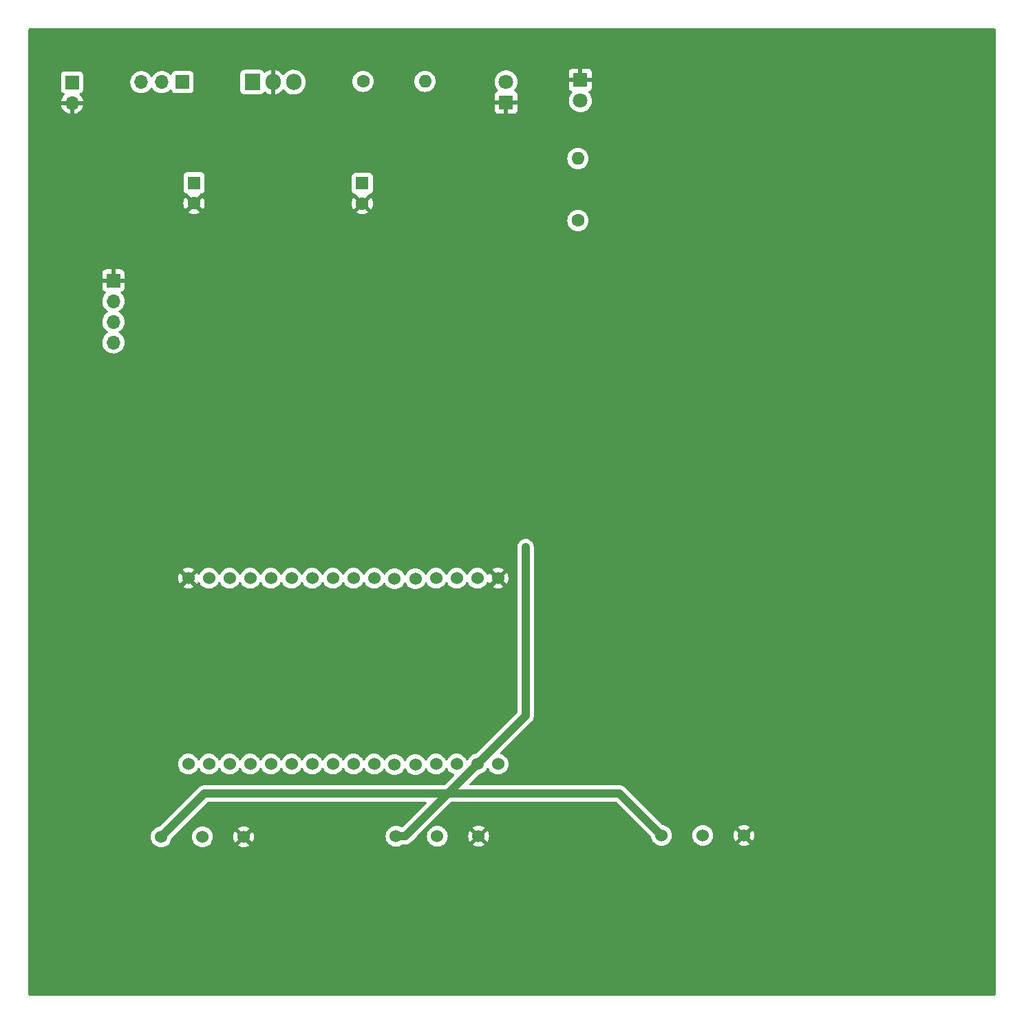
<source format=gbr>
%TF.GenerationSoftware,KiCad,Pcbnew,(6.0.1)*%
%TF.CreationDate,2022-11-21T11:05:34+09:00*%
%TF.ProjectId,controller,636f6e74-726f-46c6-9c65-722e6b696361,rev?*%
%TF.SameCoordinates,Original*%
%TF.FileFunction,Copper,L2,Bot*%
%TF.FilePolarity,Positive*%
%FSLAX46Y46*%
G04 Gerber Fmt 4.6, Leading zero omitted, Abs format (unit mm)*
G04 Created by KiCad (PCBNEW (6.0.1)) date 2022-11-21 11:05:34*
%MOMM*%
%LPD*%
G01*
G04 APERTURE LIST*
%TA.AperFunction,ComponentPad*%
%ADD10C,1.524000*%
%TD*%
%TA.AperFunction,ComponentPad*%
%ADD11R,1.800000X1.800000*%
%TD*%
%TA.AperFunction,ComponentPad*%
%ADD12C,1.800000*%
%TD*%
%TA.AperFunction,ComponentPad*%
%ADD13R,1.600000X1.600000*%
%TD*%
%TA.AperFunction,ComponentPad*%
%ADD14C,1.600000*%
%TD*%
%TA.AperFunction,ComponentPad*%
%ADD15R,1.700000X1.700000*%
%TD*%
%TA.AperFunction,ComponentPad*%
%ADD16O,1.700000X1.700000*%
%TD*%
%TA.AperFunction,ComponentPad*%
%ADD17O,1.600000X1.600000*%
%TD*%
%TA.AperFunction,ComponentPad*%
%ADD18R,1.905000X2.000000*%
%TD*%
%TA.AperFunction,ComponentPad*%
%ADD19O,1.905000X2.000000*%
%TD*%
%TA.AperFunction,ViaPad*%
%ADD20C,0.800000*%
%TD*%
%TA.AperFunction,Conductor*%
%ADD21C,1.000000*%
%TD*%
G04 APERTURE END LIST*
D10*
%TO.P,U4,1,1*%
%TO.N,+5V*%
X95940000Y-119880000D03*
%TO.P,U4,2,2*%
%TO.N,/Kp*%
X101020000Y-119880000D03*
%TO.P,U4,3,3*%
%TO.N,GND*%
X106100000Y-119880000D03*
%TD*%
D11*
%TO.P,D2,1,K*%
%TO.N,GND*%
X147510000Y-26770000D03*
D12*
%TO.P,D2,2,A*%
%TO.N,Net-(D2-Pad2)*%
X147510000Y-29310000D03*
%TD*%
D13*
%TO.P,C2,1*%
%TO.N,+5V*%
X120680000Y-39477349D03*
D14*
%TO.P,C2,2*%
%TO.N,GND*%
X120680000Y-41977349D03*
%TD*%
D15*
%TO.P,U7,1*%
%TO.N,GND*%
X90060000Y-51430000D03*
D16*
%TO.P,U7,2*%
%TO.N,+5V*%
X90060000Y-53970000D03*
%TO.P,U7,3*%
%TO.N,/SDA*%
X90060000Y-56510000D03*
%TO.P,U7,4*%
%TO.N,/SCL*%
X90060000Y-59050000D03*
%TD*%
D11*
%TO.P,D1,1,K*%
%TO.N,GND*%
X138380000Y-29530000D03*
D12*
%TO.P,D1,2,A*%
%TO.N,Net-(D1-Pad2)*%
X138380000Y-26990000D03*
%TD*%
D15*
%TO.P,U1,1,1*%
%TO.N,+BATT*%
X98580000Y-27030000D03*
D16*
%TO.P,U1,2,2*%
%TO.N,+BATT_IN*%
X96040000Y-27030000D03*
%TO.P,U1,3,3*%
X93500000Y-27030000D03*
%TD*%
D15*
%TO.P,J1,1,Pin_1*%
%TO.N,+BATT_IN*%
X84980000Y-27055000D03*
D16*
%TO.P,J1,2,Pin_2*%
%TO.N,GND*%
X84980000Y-29595000D03*
%TD*%
D10*
%TO.P,U6,1,1*%
%TO.N,+5V*%
X157490000Y-119710000D03*
%TO.P,U6,2,2*%
%TO.N,/Kd*%
X162570000Y-119710000D03*
%TO.P,U6,3,3*%
%TO.N,GND*%
X167650000Y-119710000D03*
%TD*%
D13*
%TO.P,C1,1*%
%TO.N,+BATT*%
X99980000Y-39430000D03*
D14*
%TO.P,C1,2*%
%TO.N,GND*%
X99980000Y-41930000D03*
%TD*%
%TO.P,R1,1*%
%TO.N,/WF_LED2*%
X147210000Y-44045000D03*
D17*
%TO.P,R1,2*%
%TO.N,Net-(D2-Pad2)*%
X147210000Y-36425000D03*
%TD*%
D14*
%TO.P,R2,1*%
%TO.N,+5V*%
X120770000Y-26930000D03*
D17*
%TO.P,R2,2*%
%TO.N,Net-(D1-Pad2)*%
X128390000Y-26930000D03*
%TD*%
D10*
%TO.P,U2,0,0*%
%TO.N,unconnected-(U2-Pad0)*%
X129760000Y-88070000D03*
%TO.P,U2,2,2*%
%TO.N,unconnected-(U2-Pad2)*%
X132300000Y-88070000D03*
%TO.P,U2,3V,3V*%
%TO.N,unconnected-(U2-Pad3V)*%
X99280000Y-110930000D03*
%TO.P,U2,4,4*%
%TO.N,unconnected-(U2-Pad4)*%
X127219999Y-88130000D03*
%TO.P,U2,5,5*%
%TO.N,unconnected-(U2-Pad5)*%
X119600000Y-88070000D03*
%TO.P,U2,12,12*%
%TO.N,unconnected-(U2-Pad12)*%
X127219999Y-110990000D03*
%TO.P,U2,13,13*%
%TO.N,unconnected-(U2-Pad13)*%
X129760000Y-110930000D03*
%TO.P,U2,14,14*%
%TO.N,unconnected-(U2-Pad14)*%
X124639999Y-110990000D03*
%TO.P,U2,15,15*%
%TO.N,unconnected-(U2-Pad15)*%
X134840000Y-88070000D03*
%TO.P,U2,16,16*%
%TO.N,unconnected-(U2-Pad16)*%
X124639999Y-88130000D03*
%TO.P,U2,17,17*%
%TO.N,unconnected-(U2-Pad17)*%
X122140000Y-88070000D03*
%TO.P,U2,18,18*%
%TO.N,unconnected-(U2-Pad18)*%
X117060000Y-88070000D03*
%TO.P,U2,19,19*%
%TO.N,unconnected-(U2-Pad19)*%
X114520000Y-88070000D03*
%TO.P,U2,21,21*%
%TO.N,/SDA*%
X111980000Y-88070000D03*
%TO.P,U2,22,22*%
%TO.N,/SCL*%
X104360000Y-88070000D03*
%TO.P,U2,23,23*%
%TO.N,unconnected-(U2-Pad23)*%
X101820000Y-88070000D03*
%TO.P,U2,25,25*%
%TO.N,/WF_LED2*%
X117060000Y-110930000D03*
%TO.P,U2,26,26*%
%TO.N,unconnected-(U2-Pad26)*%
X119600000Y-110930000D03*
%TO.P,U2,27,27*%
%TO.N,unconnected-(U2-Pad27)*%
X122140000Y-110930000D03*
%TO.P,U2,32,32*%
%TO.N,/Ki*%
X111980000Y-110930000D03*
%TO.P,U2,33,33*%
%TO.N,/Kd*%
X114520000Y-110930000D03*
%TO.P,U2,34,34*%
%TO.N,/Kp*%
X109440000Y-110930000D03*
%TO.P,U2,BAT,BAT*%
%TO.N,unconnected-(U2-PadBAT)*%
X137380000Y-110930000D03*
%TO.P,U2,EN,EN*%
%TO.N,unconnected-(U2-PadEN)*%
X132300000Y-110930000D03*
%TO.P,U2,GND,GND*%
%TO.N,GND*%
X99280000Y-88070000D03*
X137380000Y-88070000D03*
%TO.P,U2,RS,RS*%
%TO.N,unconnected-(U2-PadRS)*%
X101820000Y-110930000D03*
%TO.P,U2,RX,RX*%
%TO.N,unconnected-(U2-PadRX)*%
X109440000Y-88070000D03*
%TO.P,U2,TX,TX*%
%TO.N,unconnected-(U2-PadTX)*%
X106900000Y-88070000D03*
%TO.P,U2,USB,USB*%
%TO.N,+5V*%
X134840000Y-110930000D03*
%TO.P,U2,VN,VN*%
%TO.N,unconnected-(U2-PadVN)*%
X106900000Y-110930000D03*
%TO.P,U2,VP,VP*%
%TO.N,unconnected-(U2-PadVP)*%
X104360000Y-110930000D03*
%TD*%
%TO.P,U5,1,1*%
%TO.N,+5V*%
X124830000Y-119810000D03*
%TO.P,U5,2,2*%
%TO.N,/Ki*%
X129910000Y-119810000D03*
%TO.P,U5,3,3*%
%TO.N,GND*%
X134990000Y-119810000D03*
%TD*%
D18*
%TO.P,U3,1,IN*%
%TO.N,+BATT*%
X107140000Y-27030000D03*
D19*
%TO.P,U3,2,GND*%
%TO.N,GND*%
X109680000Y-27030000D03*
%TO.P,U3,3,OUT*%
%TO.N,+5V*%
X112220000Y-27030000D03*
%TD*%
D20*
%TO.N,+5V*%
X140770000Y-84250000D03*
%TD*%
D21*
%TO.N,+5V*%
X95940000Y-119880000D02*
X101260000Y-114560000D01*
X131210000Y-114560000D02*
X140770000Y-105000000D01*
X101260000Y-114560000D02*
X131210000Y-114560000D01*
X125960000Y-119810000D02*
X131210000Y-114560000D01*
X152340000Y-114560000D02*
X157490000Y-119710000D01*
X124830000Y-119810000D02*
X125960000Y-119810000D01*
X131210000Y-114560000D02*
X152340000Y-114560000D01*
X140770000Y-84250000D02*
X140770000Y-105000000D01*
%TD*%
%TA.AperFunction,Conductor*%
%TO.N,GND*%
G36*
X198534121Y-20448002D02*
G01*
X198580614Y-20501658D01*
X198592000Y-20554000D01*
X198592000Y-139286000D01*
X198571998Y-139354121D01*
X198518342Y-139400614D01*
X198466000Y-139412000D01*
X79734000Y-139412000D01*
X79665879Y-139391998D01*
X79619386Y-139338342D01*
X79608000Y-139286000D01*
X79608000Y-119880000D01*
X94664647Y-119880000D01*
X94684022Y-120101463D01*
X94741560Y-120316196D01*
X94743882Y-120321177D01*
X94743883Y-120321178D01*
X94833186Y-120512689D01*
X94833189Y-120512694D01*
X94835512Y-120517676D01*
X94838668Y-120522183D01*
X94838669Y-120522185D01*
X94956270Y-120690136D01*
X94963023Y-120699781D01*
X95120219Y-120856977D01*
X95124727Y-120860134D01*
X95124730Y-120860136D01*
X95189724Y-120905645D01*
X95302323Y-120984488D01*
X95307305Y-120986811D01*
X95307310Y-120986814D01*
X95477079Y-121065978D01*
X95503804Y-121078440D01*
X95509112Y-121079862D01*
X95509114Y-121079863D01*
X95529603Y-121085353D01*
X95718537Y-121135978D01*
X95940000Y-121155353D01*
X96161463Y-121135978D01*
X96350397Y-121085353D01*
X96370886Y-121079863D01*
X96370888Y-121079862D01*
X96376196Y-121078440D01*
X96402921Y-121065978D01*
X96572690Y-120986814D01*
X96572695Y-120986811D01*
X96577677Y-120984488D01*
X96690276Y-120905645D01*
X96755270Y-120860136D01*
X96755273Y-120860134D01*
X96759781Y-120856977D01*
X96916977Y-120699781D01*
X96923731Y-120690136D01*
X97041331Y-120522185D01*
X97041332Y-120522183D01*
X97044488Y-120517676D01*
X97046811Y-120512694D01*
X97046814Y-120512689D01*
X97136117Y-120321178D01*
X97136118Y-120321177D01*
X97138440Y-120316196D01*
X97195978Y-120101463D01*
X97196890Y-120091038D01*
X97222750Y-120024919D01*
X97233316Y-120012919D01*
X97366235Y-119880000D01*
X99744647Y-119880000D01*
X99764022Y-120101463D01*
X99821560Y-120316196D01*
X99823882Y-120321177D01*
X99823883Y-120321178D01*
X99913186Y-120512689D01*
X99913189Y-120512694D01*
X99915512Y-120517676D01*
X99918668Y-120522183D01*
X99918669Y-120522185D01*
X100036270Y-120690136D01*
X100043023Y-120699781D01*
X100200219Y-120856977D01*
X100204727Y-120860134D01*
X100204730Y-120860136D01*
X100269724Y-120905645D01*
X100382323Y-120984488D01*
X100387305Y-120986811D01*
X100387310Y-120986814D01*
X100557079Y-121065978D01*
X100583804Y-121078440D01*
X100589112Y-121079862D01*
X100589114Y-121079863D01*
X100609603Y-121085353D01*
X100798537Y-121135978D01*
X101020000Y-121155353D01*
X101241463Y-121135978D01*
X101430397Y-121085353D01*
X101450886Y-121079863D01*
X101450888Y-121079862D01*
X101456196Y-121078440D01*
X101482921Y-121065978D01*
X101652690Y-120986814D01*
X101652695Y-120986811D01*
X101657677Y-120984488D01*
X101722959Y-120938777D01*
X105405777Y-120938777D01*
X105415074Y-120950793D01*
X105458069Y-120980898D01*
X105467555Y-120986376D01*
X105658993Y-121075645D01*
X105669285Y-121079391D01*
X105873309Y-121134059D01*
X105884104Y-121135962D01*
X106094525Y-121154372D01*
X106105475Y-121154372D01*
X106315896Y-121135962D01*
X106326691Y-121134059D01*
X106530715Y-121079391D01*
X106541007Y-121075645D01*
X106732445Y-120986376D01*
X106741931Y-120980898D01*
X106785764Y-120950207D01*
X106794139Y-120939729D01*
X106787071Y-120926281D01*
X106112812Y-120252022D01*
X106098868Y-120244408D01*
X106097035Y-120244539D01*
X106090420Y-120248790D01*
X105412207Y-120927003D01*
X105405777Y-120938777D01*
X101722959Y-120938777D01*
X101770276Y-120905645D01*
X101835270Y-120860136D01*
X101835273Y-120860134D01*
X101839781Y-120856977D01*
X101996977Y-120699781D01*
X102003731Y-120690136D01*
X102121331Y-120522185D01*
X102121332Y-120522183D01*
X102124488Y-120517676D01*
X102126811Y-120512694D01*
X102126814Y-120512689D01*
X102216117Y-120321178D01*
X102216118Y-120321177D01*
X102218440Y-120316196D01*
X102275978Y-120101463D01*
X102294874Y-119885475D01*
X104825628Y-119885475D01*
X104844038Y-120095896D01*
X104845941Y-120106691D01*
X104900609Y-120310715D01*
X104904355Y-120321007D01*
X104993623Y-120512441D01*
X104999103Y-120521932D01*
X105029794Y-120565765D01*
X105040271Y-120574140D01*
X105053718Y-120567072D01*
X105727978Y-119892812D01*
X105734356Y-119881132D01*
X106464408Y-119881132D01*
X106464539Y-119882965D01*
X106468790Y-119889580D01*
X107147003Y-120567793D01*
X107158777Y-120574223D01*
X107170793Y-120564926D01*
X107200897Y-120521932D01*
X107206377Y-120512441D01*
X107295645Y-120321007D01*
X107299391Y-120310715D01*
X107354059Y-120106691D01*
X107355962Y-120095896D01*
X107374372Y-119885475D01*
X107374372Y-119874525D01*
X107355962Y-119664104D01*
X107354059Y-119653309D01*
X107299391Y-119449285D01*
X107295645Y-119438993D01*
X107206377Y-119247559D01*
X107200897Y-119238068D01*
X107170206Y-119194235D01*
X107159729Y-119185860D01*
X107146282Y-119192928D01*
X106472022Y-119867188D01*
X106464408Y-119881132D01*
X105734356Y-119881132D01*
X105735592Y-119878868D01*
X105735461Y-119877035D01*
X105731210Y-119870420D01*
X105052997Y-119192207D01*
X105041223Y-119185777D01*
X105029207Y-119195074D01*
X104999103Y-119238068D01*
X104993623Y-119247559D01*
X104904355Y-119438993D01*
X104900609Y-119449285D01*
X104845941Y-119653309D01*
X104844038Y-119664104D01*
X104825628Y-119874525D01*
X104825628Y-119885475D01*
X102294874Y-119885475D01*
X102295353Y-119880000D01*
X102275978Y-119658537D01*
X102230426Y-119488537D01*
X102219863Y-119449114D01*
X102219862Y-119449112D01*
X102218440Y-119443804D01*
X102188354Y-119379285D01*
X102126814Y-119247311D01*
X102126811Y-119247306D01*
X102124488Y-119242324D01*
X102121331Y-119237815D01*
X102000136Y-119064730D01*
X102000134Y-119064727D01*
X101996977Y-119060219D01*
X101839781Y-118903023D01*
X101835273Y-118899866D01*
X101835270Y-118899864D01*
X101745376Y-118836920D01*
X101721599Y-118820271D01*
X105405860Y-118820271D01*
X105412928Y-118833718D01*
X106087188Y-119507978D01*
X106101132Y-119515592D01*
X106102965Y-119515461D01*
X106109580Y-119511210D01*
X106787793Y-118832997D01*
X106794223Y-118821223D01*
X106784926Y-118809207D01*
X106741931Y-118779102D01*
X106732445Y-118773624D01*
X106541007Y-118684355D01*
X106530715Y-118680609D01*
X106326691Y-118625941D01*
X106315896Y-118624038D01*
X106105475Y-118605628D01*
X106094525Y-118605628D01*
X105884104Y-118624038D01*
X105873309Y-118625941D01*
X105669285Y-118680609D01*
X105658993Y-118684355D01*
X105467559Y-118773623D01*
X105458068Y-118779103D01*
X105414235Y-118809794D01*
X105405860Y-118820271D01*
X101721599Y-118820271D01*
X101657677Y-118775512D01*
X101652695Y-118773189D01*
X101652690Y-118773186D01*
X101461178Y-118683883D01*
X101461177Y-118683882D01*
X101456196Y-118681560D01*
X101450888Y-118680138D01*
X101450886Y-118680137D01*
X101385051Y-118662497D01*
X101241463Y-118624022D01*
X101020000Y-118604647D01*
X100798537Y-118624022D01*
X100654949Y-118662497D01*
X100589114Y-118680137D01*
X100589112Y-118680138D01*
X100583804Y-118681560D01*
X100578823Y-118683882D01*
X100578822Y-118683883D01*
X100387311Y-118773186D01*
X100387306Y-118773189D01*
X100382324Y-118775512D01*
X100377817Y-118778668D01*
X100377815Y-118778669D01*
X100204730Y-118899864D01*
X100204727Y-118899866D01*
X100200219Y-118903023D01*
X100043023Y-119060219D01*
X100039866Y-119064727D01*
X100039864Y-119064730D01*
X99918669Y-119237815D01*
X99915512Y-119242324D01*
X99913189Y-119247306D01*
X99913186Y-119247311D01*
X99851646Y-119379285D01*
X99821560Y-119443804D01*
X99820138Y-119449112D01*
X99820137Y-119449114D01*
X99809574Y-119488537D01*
X99764022Y-119658537D01*
X99744647Y-119880000D01*
X97366235Y-119880000D01*
X101640829Y-115605405D01*
X101703141Y-115571379D01*
X101729924Y-115568500D01*
X128471075Y-115568500D01*
X128539196Y-115588502D01*
X128585689Y-115642158D01*
X128595793Y-115712432D01*
X128566299Y-115777012D01*
X128560170Y-115783595D01*
X125642764Y-118701002D01*
X125580452Y-118735028D01*
X125509637Y-118729963D01*
X125481401Y-118715121D01*
X125467677Y-118705512D01*
X125462695Y-118703189D01*
X125462690Y-118703186D01*
X125271178Y-118613883D01*
X125271177Y-118613882D01*
X125266196Y-118611560D01*
X125260888Y-118610138D01*
X125260886Y-118610137D01*
X125173358Y-118586684D01*
X125051463Y-118554022D01*
X124830000Y-118534647D01*
X124608537Y-118554022D01*
X124486642Y-118586684D01*
X124399114Y-118610137D01*
X124399112Y-118610138D01*
X124393804Y-118611560D01*
X124388823Y-118613882D01*
X124388822Y-118613883D01*
X124197311Y-118703186D01*
X124197306Y-118703189D01*
X124192324Y-118705512D01*
X124187820Y-118708666D01*
X124187815Y-118708669D01*
X124014730Y-118829864D01*
X124014727Y-118829866D01*
X124010219Y-118833023D01*
X123853023Y-118990219D01*
X123849866Y-118994727D01*
X123849864Y-118994730D01*
X123728669Y-119167815D01*
X123725512Y-119172324D01*
X123723189Y-119177306D01*
X123723186Y-119177311D01*
X123633883Y-119368822D01*
X123631560Y-119373804D01*
X123574022Y-119588537D01*
X123554647Y-119810000D01*
X123574022Y-120031463D01*
X123631560Y-120246196D01*
X123633882Y-120251177D01*
X123633883Y-120251178D01*
X123723186Y-120442689D01*
X123723189Y-120442694D01*
X123725512Y-120447676D01*
X123728668Y-120452183D01*
X123728669Y-120452185D01*
X123828600Y-120594901D01*
X123853023Y-120629781D01*
X124010219Y-120786977D01*
X124014727Y-120790134D01*
X124014730Y-120790136D01*
X124054808Y-120818199D01*
X124192323Y-120914488D01*
X124197305Y-120916811D01*
X124197310Y-120916814D01*
X124387810Y-121005645D01*
X124393804Y-121008440D01*
X124399112Y-121009862D01*
X124399114Y-121009863D01*
X124464949Y-121027503D01*
X124608537Y-121065978D01*
X124830000Y-121085353D01*
X125051463Y-121065978D01*
X125195051Y-121027503D01*
X125260886Y-121009863D01*
X125260888Y-121009862D01*
X125266196Y-121008440D01*
X125272190Y-121005645D01*
X125462690Y-120916814D01*
X125462695Y-120916811D01*
X125467677Y-120914488D01*
X125474283Y-120909863D01*
X125572219Y-120841287D01*
X125644490Y-120818500D01*
X125898157Y-120818500D01*
X125911764Y-120819237D01*
X125943262Y-120822659D01*
X125943267Y-120822659D01*
X125949388Y-120823324D01*
X125975638Y-120821027D01*
X125999388Y-120818950D01*
X126004214Y-120818621D01*
X126006686Y-120818500D01*
X126009769Y-120818500D01*
X126021738Y-120817326D01*
X126052506Y-120814310D01*
X126053819Y-120814188D01*
X126098084Y-120810315D01*
X126146413Y-120806087D01*
X126151532Y-120804600D01*
X126156833Y-120804080D01*
X126245834Y-120777209D01*
X126246967Y-120776874D01*
X126330414Y-120752630D01*
X126330418Y-120752628D01*
X126336336Y-120750909D01*
X126341068Y-120748456D01*
X126346169Y-120746916D01*
X126351612Y-120744022D01*
X126428260Y-120703269D01*
X126429426Y-120702657D01*
X126506453Y-120662729D01*
X126511926Y-120659892D01*
X126516089Y-120656569D01*
X126520796Y-120654066D01*
X126592918Y-120595245D01*
X126593774Y-120594554D01*
X126632973Y-120563262D01*
X126635477Y-120560758D01*
X126636195Y-120560116D01*
X126640528Y-120556415D01*
X126674062Y-120529065D01*
X126687610Y-120512689D01*
X126703287Y-120493738D01*
X126711277Y-120484958D01*
X127386235Y-119810000D01*
X128634647Y-119810000D01*
X128654022Y-120031463D01*
X128711560Y-120246196D01*
X128713882Y-120251177D01*
X128713883Y-120251178D01*
X128803186Y-120442689D01*
X128803189Y-120442694D01*
X128805512Y-120447676D01*
X128808668Y-120452183D01*
X128808669Y-120452185D01*
X128908600Y-120594901D01*
X128933023Y-120629781D01*
X129090219Y-120786977D01*
X129094727Y-120790134D01*
X129094730Y-120790136D01*
X129134808Y-120818199D01*
X129272323Y-120914488D01*
X129277305Y-120916811D01*
X129277310Y-120916814D01*
X129467810Y-121005645D01*
X129473804Y-121008440D01*
X129479112Y-121009862D01*
X129479114Y-121009863D01*
X129544949Y-121027503D01*
X129688537Y-121065978D01*
X129910000Y-121085353D01*
X130131463Y-121065978D01*
X130275051Y-121027503D01*
X130340886Y-121009863D01*
X130340888Y-121009862D01*
X130346196Y-121008440D01*
X130352190Y-121005645D01*
X130542690Y-120916814D01*
X130542695Y-120916811D01*
X130547677Y-120914488D01*
X130612959Y-120868777D01*
X134295777Y-120868777D01*
X134305074Y-120880793D01*
X134348069Y-120910898D01*
X134357555Y-120916376D01*
X134548993Y-121005645D01*
X134559285Y-121009391D01*
X134763309Y-121064059D01*
X134774104Y-121065962D01*
X134984525Y-121084372D01*
X134995475Y-121084372D01*
X135205896Y-121065962D01*
X135216691Y-121064059D01*
X135420715Y-121009391D01*
X135431007Y-121005645D01*
X135622445Y-120916376D01*
X135631931Y-120910898D01*
X135675764Y-120880207D01*
X135684139Y-120869729D01*
X135677071Y-120856281D01*
X135002812Y-120182022D01*
X134988868Y-120174408D01*
X134987035Y-120174539D01*
X134980420Y-120178790D01*
X134302207Y-120857003D01*
X134295777Y-120868777D01*
X130612959Y-120868777D01*
X130685192Y-120818199D01*
X130725270Y-120790136D01*
X130725273Y-120790134D01*
X130729781Y-120786977D01*
X130886977Y-120629781D01*
X130911401Y-120594901D01*
X131011331Y-120452185D01*
X131011332Y-120452183D01*
X131014488Y-120447676D01*
X131016811Y-120442694D01*
X131016814Y-120442689D01*
X131106117Y-120251178D01*
X131106118Y-120251177D01*
X131108440Y-120246196D01*
X131165978Y-120031463D01*
X131184874Y-119815475D01*
X133715628Y-119815475D01*
X133734038Y-120025896D01*
X133735941Y-120036691D01*
X133790609Y-120240715D01*
X133794355Y-120251007D01*
X133883623Y-120442441D01*
X133889103Y-120451932D01*
X133919794Y-120495765D01*
X133930271Y-120504140D01*
X133943718Y-120497072D01*
X134617978Y-119822812D01*
X134624356Y-119811132D01*
X135354408Y-119811132D01*
X135354539Y-119812965D01*
X135358790Y-119819580D01*
X136037003Y-120497793D01*
X136048777Y-120504223D01*
X136060793Y-120494926D01*
X136090897Y-120451932D01*
X136096377Y-120442441D01*
X136185645Y-120251007D01*
X136189391Y-120240715D01*
X136244059Y-120036691D01*
X136245962Y-120025896D01*
X136264372Y-119815475D01*
X136264372Y-119804525D01*
X136245962Y-119594104D01*
X136244059Y-119583309D01*
X136189391Y-119379285D01*
X136185645Y-119368993D01*
X136096377Y-119177559D01*
X136090897Y-119168068D01*
X136060206Y-119124235D01*
X136049729Y-119115860D01*
X136036282Y-119122928D01*
X135362022Y-119797188D01*
X135354408Y-119811132D01*
X134624356Y-119811132D01*
X134625592Y-119808868D01*
X134625461Y-119807035D01*
X134621210Y-119800420D01*
X133942997Y-119122207D01*
X133931223Y-119115777D01*
X133919207Y-119125074D01*
X133889103Y-119168068D01*
X133883623Y-119177559D01*
X133794355Y-119368993D01*
X133790609Y-119379285D01*
X133735941Y-119583309D01*
X133734038Y-119594104D01*
X133715628Y-119804525D01*
X133715628Y-119815475D01*
X131184874Y-119815475D01*
X131185353Y-119810000D01*
X131165978Y-119588537D01*
X131108440Y-119373804D01*
X131106117Y-119368822D01*
X131016814Y-119177311D01*
X131016811Y-119177306D01*
X131014488Y-119172324D01*
X131011331Y-119167815D01*
X130890136Y-118994730D01*
X130890134Y-118994727D01*
X130886977Y-118990219D01*
X130729781Y-118833023D01*
X130725273Y-118829866D01*
X130725270Y-118829864D01*
X130644325Y-118773186D01*
X130611599Y-118750271D01*
X134295860Y-118750271D01*
X134302928Y-118763718D01*
X134977188Y-119437978D01*
X134991132Y-119445592D01*
X134992965Y-119445461D01*
X134999580Y-119441210D01*
X135677793Y-118762997D01*
X135684223Y-118751223D01*
X135674926Y-118739207D01*
X135631931Y-118709102D01*
X135622445Y-118703624D01*
X135431007Y-118614355D01*
X135420715Y-118610609D01*
X135216691Y-118555941D01*
X135205896Y-118554038D01*
X134995475Y-118535628D01*
X134984525Y-118535628D01*
X134774104Y-118554038D01*
X134763309Y-118555941D01*
X134559285Y-118610609D01*
X134548993Y-118614355D01*
X134357559Y-118703623D01*
X134348068Y-118709103D01*
X134304235Y-118739794D01*
X134295860Y-118750271D01*
X130611599Y-118750271D01*
X130547677Y-118705512D01*
X130542695Y-118703189D01*
X130542690Y-118703186D01*
X130351178Y-118613883D01*
X130351177Y-118613882D01*
X130346196Y-118611560D01*
X130340888Y-118610138D01*
X130340886Y-118610137D01*
X130253358Y-118586684D01*
X130131463Y-118554022D01*
X129910000Y-118534647D01*
X129688537Y-118554022D01*
X129566642Y-118586684D01*
X129479114Y-118610137D01*
X129479112Y-118610138D01*
X129473804Y-118611560D01*
X129468823Y-118613882D01*
X129468822Y-118613883D01*
X129277311Y-118703186D01*
X129277306Y-118703189D01*
X129272324Y-118705512D01*
X129267820Y-118708666D01*
X129267815Y-118708669D01*
X129094730Y-118829864D01*
X129094727Y-118829866D01*
X129090219Y-118833023D01*
X128933023Y-118990219D01*
X128929866Y-118994727D01*
X128929864Y-118994730D01*
X128808669Y-119167815D01*
X128805512Y-119172324D01*
X128803189Y-119177306D01*
X128803186Y-119177311D01*
X128713883Y-119368822D01*
X128711560Y-119373804D01*
X128654022Y-119588537D01*
X128634647Y-119810000D01*
X127386235Y-119810000D01*
X131590829Y-115605405D01*
X131653141Y-115571379D01*
X131679924Y-115568500D01*
X151870075Y-115568500D01*
X151938196Y-115588502D01*
X151959170Y-115605405D01*
X156196684Y-119842918D01*
X156230710Y-119905230D01*
X156233110Y-119921037D01*
X156233542Y-119925983D01*
X156233543Y-119925990D01*
X156234022Y-119931463D01*
X156235444Y-119936771D01*
X156235445Y-119936775D01*
X156280997Y-120106776D01*
X156291560Y-120146196D01*
X156293882Y-120151177D01*
X156293883Y-120151178D01*
X156383186Y-120342689D01*
X156383189Y-120342694D01*
X156385512Y-120347676D01*
X156388668Y-120352183D01*
X156388669Y-120352185D01*
X156490625Y-120497793D01*
X156513023Y-120529781D01*
X156670219Y-120686977D01*
X156674727Y-120690134D01*
X156674730Y-120690136D01*
X156693486Y-120703269D01*
X156852323Y-120814488D01*
X156857305Y-120816811D01*
X156857310Y-120816814D01*
X157047810Y-120905645D01*
X157053804Y-120908440D01*
X157059112Y-120909862D01*
X157059114Y-120909863D01*
X157062977Y-120910898D01*
X157268537Y-120965978D01*
X157490000Y-120985353D01*
X157711463Y-120965978D01*
X157917023Y-120910898D01*
X157920886Y-120909863D01*
X157920888Y-120909862D01*
X157926196Y-120908440D01*
X157932190Y-120905645D01*
X158122690Y-120816814D01*
X158122695Y-120816811D01*
X158127677Y-120814488D01*
X158286514Y-120703269D01*
X158305270Y-120690136D01*
X158305273Y-120690134D01*
X158309781Y-120686977D01*
X158466977Y-120529781D01*
X158489376Y-120497793D01*
X158591331Y-120352185D01*
X158591332Y-120352183D01*
X158594488Y-120347676D01*
X158596811Y-120342694D01*
X158596814Y-120342689D01*
X158686117Y-120151178D01*
X158686118Y-120151177D01*
X158688440Y-120146196D01*
X158699026Y-120106691D01*
X158720651Y-120025984D01*
X158745978Y-119931463D01*
X158765353Y-119710000D01*
X161294647Y-119710000D01*
X161314022Y-119931463D01*
X161339349Y-120025984D01*
X161360975Y-120106691D01*
X161371560Y-120146196D01*
X161373882Y-120151177D01*
X161373883Y-120151178D01*
X161463186Y-120342689D01*
X161463189Y-120342694D01*
X161465512Y-120347676D01*
X161468668Y-120352183D01*
X161468669Y-120352185D01*
X161570625Y-120497793D01*
X161593023Y-120529781D01*
X161750219Y-120686977D01*
X161754727Y-120690134D01*
X161754730Y-120690136D01*
X161773486Y-120703269D01*
X161932323Y-120814488D01*
X161937305Y-120816811D01*
X161937310Y-120816814D01*
X162127810Y-120905645D01*
X162133804Y-120908440D01*
X162139112Y-120909862D01*
X162139114Y-120909863D01*
X162142977Y-120910898D01*
X162348537Y-120965978D01*
X162570000Y-120985353D01*
X162791463Y-120965978D01*
X162997023Y-120910898D01*
X163000886Y-120909863D01*
X163000888Y-120909862D01*
X163006196Y-120908440D01*
X163012190Y-120905645D01*
X163202690Y-120816814D01*
X163202695Y-120816811D01*
X163207677Y-120814488D01*
X163272959Y-120768777D01*
X166955777Y-120768777D01*
X166965074Y-120780793D01*
X167008069Y-120810898D01*
X167017555Y-120816376D01*
X167208993Y-120905645D01*
X167219285Y-120909391D01*
X167423309Y-120964059D01*
X167434104Y-120965962D01*
X167644525Y-120984372D01*
X167655475Y-120984372D01*
X167865896Y-120965962D01*
X167876691Y-120964059D01*
X168080715Y-120909391D01*
X168091007Y-120905645D01*
X168282445Y-120816376D01*
X168291931Y-120810898D01*
X168335764Y-120780207D01*
X168344139Y-120769729D01*
X168337071Y-120756281D01*
X167662812Y-120082022D01*
X167648868Y-120074408D01*
X167647035Y-120074539D01*
X167640420Y-120078790D01*
X166962207Y-120757003D01*
X166955777Y-120768777D01*
X163272959Y-120768777D01*
X163366514Y-120703269D01*
X163385270Y-120690136D01*
X163385273Y-120690134D01*
X163389781Y-120686977D01*
X163546977Y-120529781D01*
X163569376Y-120497793D01*
X163671331Y-120352185D01*
X163671332Y-120352183D01*
X163674488Y-120347676D01*
X163676811Y-120342694D01*
X163676814Y-120342689D01*
X163766117Y-120151178D01*
X163766118Y-120151177D01*
X163768440Y-120146196D01*
X163779026Y-120106691D01*
X163800651Y-120025984D01*
X163825978Y-119931463D01*
X163844874Y-119715475D01*
X166375628Y-119715475D01*
X166394038Y-119925896D01*
X166395941Y-119936691D01*
X166450609Y-120140715D01*
X166454355Y-120151007D01*
X166543623Y-120342441D01*
X166549103Y-120351932D01*
X166579794Y-120395765D01*
X166590271Y-120404140D01*
X166603718Y-120397072D01*
X167277978Y-119722812D01*
X167284356Y-119711132D01*
X168014408Y-119711132D01*
X168014539Y-119712965D01*
X168018790Y-119719580D01*
X168697003Y-120397793D01*
X168708777Y-120404223D01*
X168720793Y-120394926D01*
X168750897Y-120351932D01*
X168756377Y-120342441D01*
X168845645Y-120151007D01*
X168849391Y-120140715D01*
X168904059Y-119936691D01*
X168905962Y-119925896D01*
X168924372Y-119715475D01*
X168924372Y-119704525D01*
X168905962Y-119494104D01*
X168904059Y-119483309D01*
X168849391Y-119279285D01*
X168845645Y-119268993D01*
X168756377Y-119077559D01*
X168750897Y-119068068D01*
X168720206Y-119024235D01*
X168709729Y-119015860D01*
X168696282Y-119022928D01*
X168022022Y-119697188D01*
X168014408Y-119711132D01*
X167284356Y-119711132D01*
X167285592Y-119708868D01*
X167285461Y-119707035D01*
X167281210Y-119700420D01*
X166602997Y-119022207D01*
X166591223Y-119015777D01*
X166579207Y-119025074D01*
X166549103Y-119068068D01*
X166543623Y-119077559D01*
X166454355Y-119268993D01*
X166450609Y-119279285D01*
X166395941Y-119483309D01*
X166394038Y-119494104D01*
X166375628Y-119704525D01*
X166375628Y-119715475D01*
X163844874Y-119715475D01*
X163845353Y-119710000D01*
X163825978Y-119488537D01*
X163768440Y-119273804D01*
X163751658Y-119237815D01*
X163676814Y-119077311D01*
X163676811Y-119077306D01*
X163674488Y-119072324D01*
X163666012Y-119060219D01*
X163550136Y-118894730D01*
X163550134Y-118894727D01*
X163546977Y-118890219D01*
X163389781Y-118733023D01*
X163385273Y-118729866D01*
X163385270Y-118729864D01*
X163309505Y-118676813D01*
X163271599Y-118650271D01*
X166955860Y-118650271D01*
X166962928Y-118663718D01*
X167637188Y-119337978D01*
X167651132Y-119345592D01*
X167652965Y-119345461D01*
X167659580Y-119341210D01*
X168337793Y-118662997D01*
X168344223Y-118651223D01*
X168334926Y-118639207D01*
X168291931Y-118609102D01*
X168282445Y-118603624D01*
X168091007Y-118514355D01*
X168080715Y-118510609D01*
X167876691Y-118455941D01*
X167865896Y-118454038D01*
X167655475Y-118435628D01*
X167644525Y-118435628D01*
X167434104Y-118454038D01*
X167423309Y-118455941D01*
X167219285Y-118510609D01*
X167208993Y-118514355D01*
X167017559Y-118603623D01*
X167008068Y-118609103D01*
X166964235Y-118639794D01*
X166955860Y-118650271D01*
X163271599Y-118650271D01*
X163207677Y-118605512D01*
X163202695Y-118603189D01*
X163202690Y-118603186D01*
X163011178Y-118513883D01*
X163011177Y-118513882D01*
X163006196Y-118511560D01*
X163000888Y-118510138D01*
X163000886Y-118510137D01*
X162935051Y-118492497D01*
X162791463Y-118454022D01*
X162570000Y-118434647D01*
X162348537Y-118454022D01*
X162204949Y-118492497D01*
X162139114Y-118510137D01*
X162139112Y-118510138D01*
X162133804Y-118511560D01*
X162128823Y-118513882D01*
X162128822Y-118513883D01*
X161937311Y-118603186D01*
X161937306Y-118603189D01*
X161932324Y-118605512D01*
X161927817Y-118608668D01*
X161927815Y-118608669D01*
X161754730Y-118729864D01*
X161754727Y-118729866D01*
X161750219Y-118733023D01*
X161593023Y-118890219D01*
X161589866Y-118894727D01*
X161589864Y-118894730D01*
X161473988Y-119060219D01*
X161465512Y-119072324D01*
X161463189Y-119077306D01*
X161463186Y-119077311D01*
X161388342Y-119237815D01*
X161371560Y-119273804D01*
X161314022Y-119488537D01*
X161294647Y-119710000D01*
X158765353Y-119710000D01*
X158745978Y-119488537D01*
X158688440Y-119273804D01*
X158671658Y-119237815D01*
X158596814Y-119077311D01*
X158596811Y-119077306D01*
X158594488Y-119072324D01*
X158586012Y-119060219D01*
X158470136Y-118894730D01*
X158470134Y-118894727D01*
X158466977Y-118890219D01*
X158309781Y-118733023D01*
X158305273Y-118729866D01*
X158305270Y-118729864D01*
X158229505Y-118676813D01*
X158127677Y-118605512D01*
X158122695Y-118603189D01*
X158122690Y-118603186D01*
X157931178Y-118513883D01*
X157931177Y-118513882D01*
X157926196Y-118511560D01*
X157920888Y-118510138D01*
X157920886Y-118510137D01*
X157855051Y-118492497D01*
X157711463Y-118454022D01*
X157705986Y-118453543D01*
X157705981Y-118453542D01*
X157701038Y-118453110D01*
X157634919Y-118427250D01*
X157622919Y-118416684D01*
X153096855Y-113890621D01*
X153087753Y-113880478D01*
X153067897Y-113855782D01*
X153064032Y-113850975D01*
X153025578Y-113818708D01*
X153021931Y-113815528D01*
X153020119Y-113813885D01*
X153017925Y-113811691D01*
X152984651Y-113784358D01*
X152983853Y-113783696D01*
X152912526Y-113723846D01*
X152907856Y-113721278D01*
X152903739Y-113717897D01*
X152821914Y-113674023D01*
X152820755Y-113673394D01*
X152744619Y-113631538D01*
X152744611Y-113631535D01*
X152739213Y-113628567D01*
X152734131Y-113626955D01*
X152729437Y-113624438D01*
X152640469Y-113597238D01*
X152639441Y-113596918D01*
X152550694Y-113568765D01*
X152545398Y-113568171D01*
X152540302Y-113566613D01*
X152447743Y-113557210D01*
X152446607Y-113557089D01*
X152412992Y-113553319D01*
X152400270Y-113551892D01*
X152400266Y-113551892D01*
X152396773Y-113551500D01*
X152393246Y-113551500D01*
X152392261Y-113551445D01*
X152386581Y-113550998D01*
X152357175Y-113548011D01*
X152349663Y-113547248D01*
X152349661Y-113547248D01*
X152343538Y-113546626D01*
X152301259Y-113550623D01*
X152297891Y-113550941D01*
X152286033Y-113551500D01*
X133948925Y-113551500D01*
X133880804Y-113531498D01*
X133834311Y-113477842D01*
X133824207Y-113407568D01*
X133853701Y-113342988D01*
X133859830Y-113336405D01*
X134972918Y-112223316D01*
X135035230Y-112189291D01*
X135051036Y-112186890D01*
X135051487Y-112186851D01*
X135055983Y-112186458D01*
X135055990Y-112186457D01*
X135061463Y-112185978D01*
X135066771Y-112184556D01*
X135066775Y-112184555D01*
X135270886Y-112129863D01*
X135270888Y-112129862D01*
X135276196Y-112128440D01*
X135281178Y-112126117D01*
X135472690Y-112036814D01*
X135472695Y-112036811D01*
X135477677Y-112034488D01*
X135579658Y-111963080D01*
X135655270Y-111910136D01*
X135655273Y-111910134D01*
X135659781Y-111906977D01*
X135816977Y-111749781D01*
X135899319Y-111632185D01*
X135941331Y-111572185D01*
X135941332Y-111572183D01*
X135944488Y-111567676D01*
X135946811Y-111562694D01*
X135946814Y-111562689D01*
X135995805Y-111457627D01*
X136042723Y-111404342D01*
X136111000Y-111384881D01*
X136178960Y-111405423D01*
X136224195Y-111457627D01*
X136273186Y-111562689D01*
X136273189Y-111562694D01*
X136275512Y-111567676D01*
X136278668Y-111572183D01*
X136278669Y-111572185D01*
X136320682Y-111632185D01*
X136403023Y-111749781D01*
X136560219Y-111906977D01*
X136564727Y-111910134D01*
X136564730Y-111910136D01*
X136640342Y-111963080D01*
X136742323Y-112034488D01*
X136747305Y-112036811D01*
X136747310Y-112036814D01*
X136938822Y-112126117D01*
X136943804Y-112128440D01*
X136949112Y-112129862D01*
X136949114Y-112129863D01*
X137010238Y-112146241D01*
X137158537Y-112185978D01*
X137380000Y-112205353D01*
X137601463Y-112185978D01*
X137749762Y-112146241D01*
X137810886Y-112129863D01*
X137810888Y-112129862D01*
X137816196Y-112128440D01*
X137821178Y-112126117D01*
X138012690Y-112036814D01*
X138012695Y-112036811D01*
X138017677Y-112034488D01*
X138119658Y-111963080D01*
X138195270Y-111910136D01*
X138195273Y-111910134D01*
X138199781Y-111906977D01*
X138356977Y-111749781D01*
X138439319Y-111632185D01*
X138481331Y-111572185D01*
X138481332Y-111572183D01*
X138484488Y-111567676D01*
X138486811Y-111562694D01*
X138486814Y-111562689D01*
X138576117Y-111371178D01*
X138576118Y-111371177D01*
X138578440Y-111366196D01*
X138635978Y-111151463D01*
X138655353Y-110930000D01*
X138635978Y-110708537D01*
X138594517Y-110553804D01*
X138579863Y-110499114D01*
X138579862Y-110499112D01*
X138578440Y-110493804D01*
X138510364Y-110347815D01*
X138486814Y-110297311D01*
X138486811Y-110297306D01*
X138484488Y-110292324D01*
X138402148Y-110174730D01*
X138360136Y-110114730D01*
X138360134Y-110114727D01*
X138356977Y-110110219D01*
X138199781Y-109953023D01*
X138195273Y-109949866D01*
X138195270Y-109949864D01*
X138107874Y-109888669D01*
X138017677Y-109825512D01*
X138012695Y-109823189D01*
X138012690Y-109823186D01*
X137821178Y-109733883D01*
X137821177Y-109733882D01*
X137816196Y-109731560D01*
X137810888Y-109730138D01*
X137810886Y-109730137D01*
X137790212Y-109724598D01*
X137749760Y-109713758D01*
X137689138Y-109676807D01*
X137658117Y-109612947D01*
X137666545Y-109542452D01*
X137693277Y-109502957D01*
X141439379Y-105756855D01*
X141449522Y-105747753D01*
X141474218Y-105727897D01*
X141479025Y-105724032D01*
X141511292Y-105685578D01*
X141514472Y-105681931D01*
X141516115Y-105680119D01*
X141518309Y-105677925D01*
X141545642Y-105644651D01*
X141546348Y-105643800D01*
X141602195Y-105577244D01*
X141606154Y-105572526D01*
X141608722Y-105567856D01*
X141612103Y-105563739D01*
X141656015Y-105481842D01*
X141656624Y-105480720D01*
X141698466Y-105404611D01*
X141698468Y-105404606D01*
X141701433Y-105399213D01*
X141703044Y-105394135D01*
X141705563Y-105389437D01*
X141732753Y-105300502D01*
X141733136Y-105299272D01*
X141759371Y-105216570D01*
X141761235Y-105210694D01*
X141761828Y-105205403D01*
X141763388Y-105200302D01*
X141772795Y-105107689D01*
X141772915Y-105106569D01*
X141778500Y-105056773D01*
X141778500Y-105053244D01*
X141778555Y-105052261D01*
X141779004Y-105046556D01*
X141782752Y-105009664D01*
X141782752Y-105009661D01*
X141783374Y-105003537D01*
X141779059Y-104957888D01*
X141778500Y-104946031D01*
X141778500Y-84200231D01*
X141777814Y-84193227D01*
X141764681Y-84059301D01*
X141764080Y-84053167D01*
X141706916Y-83863831D01*
X141614066Y-83689204D01*
X141543709Y-83602938D01*
X141492960Y-83540713D01*
X141492957Y-83540710D01*
X141489065Y-83535938D01*
X141482724Y-83530692D01*
X141341425Y-83413799D01*
X141341421Y-83413797D01*
X141336675Y-83409870D01*
X141162701Y-83315802D01*
X140973768Y-83257318D01*
X140967643Y-83256674D01*
X140967642Y-83256674D01*
X140783204Y-83237289D01*
X140783202Y-83237289D01*
X140777075Y-83236645D01*
X140694576Y-83244153D01*
X140586251Y-83254011D01*
X140586248Y-83254012D01*
X140580112Y-83254570D01*
X140574206Y-83256308D01*
X140574202Y-83256309D01*
X140469076Y-83287249D01*
X140390381Y-83310410D01*
X140384923Y-83313263D01*
X140384919Y-83313265D01*
X140294147Y-83360720D01*
X140215110Y-83402040D01*
X140060975Y-83525968D01*
X139933846Y-83677474D01*
X139930879Y-83682872D01*
X139930875Y-83682877D01*
X139927397Y-83689204D01*
X139838567Y-83850787D01*
X139836706Y-83856654D01*
X139836705Y-83856656D01*
X139780627Y-84033436D01*
X139778765Y-84039306D01*
X139761500Y-84193227D01*
X139761500Y-104530076D01*
X139741498Y-104598197D01*
X139724595Y-104619171D01*
X134707082Y-109636684D01*
X134644770Y-109670710D01*
X134628964Y-109673110D01*
X134628513Y-109673149D01*
X134624017Y-109673542D01*
X134624010Y-109673543D01*
X134618537Y-109674022D01*
X134613229Y-109675444D01*
X134613225Y-109675445D01*
X134409114Y-109730137D01*
X134409112Y-109730138D01*
X134403804Y-109731560D01*
X134398823Y-109733882D01*
X134398822Y-109733883D01*
X134207311Y-109823186D01*
X134207306Y-109823189D01*
X134202324Y-109825512D01*
X134197817Y-109828668D01*
X134197815Y-109828669D01*
X134024730Y-109949864D01*
X134024727Y-109949866D01*
X134020219Y-109953023D01*
X133863023Y-110110219D01*
X133859866Y-110114727D01*
X133859864Y-110114730D01*
X133817852Y-110174730D01*
X133735512Y-110292324D01*
X133733189Y-110297306D01*
X133733186Y-110297311D01*
X133684195Y-110402373D01*
X133637277Y-110455658D01*
X133569000Y-110475119D01*
X133501040Y-110454577D01*
X133455805Y-110402373D01*
X133406814Y-110297311D01*
X133406811Y-110297306D01*
X133404488Y-110292324D01*
X133322148Y-110174730D01*
X133280136Y-110114730D01*
X133280134Y-110114727D01*
X133276977Y-110110219D01*
X133119781Y-109953023D01*
X133115273Y-109949866D01*
X133115270Y-109949864D01*
X133027874Y-109888669D01*
X132937677Y-109825512D01*
X132932695Y-109823189D01*
X132932690Y-109823186D01*
X132741178Y-109733883D01*
X132741177Y-109733882D01*
X132736196Y-109731560D01*
X132730888Y-109730138D01*
X132730886Y-109730137D01*
X132665051Y-109712497D01*
X132521463Y-109674022D01*
X132300000Y-109654647D01*
X132078537Y-109674022D01*
X131934949Y-109712497D01*
X131869114Y-109730137D01*
X131869112Y-109730138D01*
X131863804Y-109731560D01*
X131858823Y-109733882D01*
X131858822Y-109733883D01*
X131667311Y-109823186D01*
X131667306Y-109823189D01*
X131662324Y-109825512D01*
X131657817Y-109828668D01*
X131657815Y-109828669D01*
X131484730Y-109949864D01*
X131484727Y-109949866D01*
X131480219Y-109953023D01*
X131323023Y-110110219D01*
X131319866Y-110114727D01*
X131319864Y-110114730D01*
X131277852Y-110174730D01*
X131195512Y-110292324D01*
X131193189Y-110297306D01*
X131193186Y-110297311D01*
X131144195Y-110402373D01*
X131097277Y-110455658D01*
X131029000Y-110475119D01*
X130961040Y-110454577D01*
X130915805Y-110402373D01*
X130866814Y-110297311D01*
X130866811Y-110297306D01*
X130864488Y-110292324D01*
X130782148Y-110174730D01*
X130740136Y-110114730D01*
X130740134Y-110114727D01*
X130736977Y-110110219D01*
X130579781Y-109953023D01*
X130575273Y-109949866D01*
X130575270Y-109949864D01*
X130487874Y-109888669D01*
X130397677Y-109825512D01*
X130392695Y-109823189D01*
X130392690Y-109823186D01*
X130201178Y-109733883D01*
X130201177Y-109733882D01*
X130196196Y-109731560D01*
X130190888Y-109730138D01*
X130190886Y-109730137D01*
X130125051Y-109712497D01*
X129981463Y-109674022D01*
X129760000Y-109654647D01*
X129538537Y-109674022D01*
X129394949Y-109712497D01*
X129329114Y-109730137D01*
X129329112Y-109730138D01*
X129323804Y-109731560D01*
X129318823Y-109733882D01*
X129318822Y-109733883D01*
X129127311Y-109823186D01*
X129127306Y-109823189D01*
X129122324Y-109825512D01*
X129117817Y-109828668D01*
X129117815Y-109828669D01*
X128944730Y-109949864D01*
X128944727Y-109949866D01*
X128940219Y-109953023D01*
X128783023Y-110110219D01*
X128779866Y-110114727D01*
X128779864Y-110114730D01*
X128737852Y-110174730D01*
X128655512Y-110292324D01*
X128653189Y-110297306D01*
X128653186Y-110297311D01*
X128590205Y-110432374D01*
X128543287Y-110485659D01*
X128475010Y-110505120D01*
X128407050Y-110484578D01*
X128361815Y-110432374D01*
X128326813Y-110357311D01*
X128326810Y-110357306D01*
X128324487Y-110352324D01*
X128282475Y-110292324D01*
X128200135Y-110174730D01*
X128200133Y-110174727D01*
X128196976Y-110170219D01*
X128039780Y-110013023D01*
X128035272Y-110009866D01*
X128035269Y-110009864D01*
X127949580Y-109949864D01*
X127857676Y-109885512D01*
X127852694Y-109883189D01*
X127852689Y-109883186D01*
X127661177Y-109793883D01*
X127661176Y-109793882D01*
X127656195Y-109791560D01*
X127650887Y-109790138D01*
X127650885Y-109790137D01*
X127585050Y-109772497D01*
X127441462Y-109734022D01*
X127219999Y-109714647D01*
X126998536Y-109734022D01*
X126854948Y-109772497D01*
X126789113Y-109790137D01*
X126789111Y-109790138D01*
X126783803Y-109791560D01*
X126778822Y-109793882D01*
X126778821Y-109793883D01*
X126587310Y-109883186D01*
X126587305Y-109883189D01*
X126582323Y-109885512D01*
X126577816Y-109888668D01*
X126577814Y-109888669D01*
X126404729Y-110009864D01*
X126404726Y-110009866D01*
X126400218Y-110013023D01*
X126243022Y-110170219D01*
X126239865Y-110174727D01*
X126239863Y-110174730D01*
X126157523Y-110292324D01*
X126115511Y-110352324D01*
X126113188Y-110357306D01*
X126113185Y-110357311D01*
X126044194Y-110505263D01*
X125997276Y-110558548D01*
X125928999Y-110578009D01*
X125861039Y-110557467D01*
X125815804Y-110505263D01*
X125746813Y-110357311D01*
X125746810Y-110357306D01*
X125744487Y-110352324D01*
X125702475Y-110292324D01*
X125620135Y-110174730D01*
X125620133Y-110174727D01*
X125616976Y-110170219D01*
X125459780Y-110013023D01*
X125455272Y-110009866D01*
X125455269Y-110009864D01*
X125369580Y-109949864D01*
X125277676Y-109885512D01*
X125272694Y-109883189D01*
X125272689Y-109883186D01*
X125081177Y-109793883D01*
X125081176Y-109793882D01*
X125076195Y-109791560D01*
X125070887Y-109790138D01*
X125070885Y-109790137D01*
X125005050Y-109772497D01*
X124861462Y-109734022D01*
X124639999Y-109714647D01*
X124418536Y-109734022D01*
X124274948Y-109772497D01*
X124209113Y-109790137D01*
X124209111Y-109790138D01*
X124203803Y-109791560D01*
X124198822Y-109793882D01*
X124198821Y-109793883D01*
X124007310Y-109883186D01*
X124007305Y-109883189D01*
X124002323Y-109885512D01*
X123997816Y-109888668D01*
X123997814Y-109888669D01*
X123824729Y-110009864D01*
X123824726Y-110009866D01*
X123820218Y-110013023D01*
X123663022Y-110170219D01*
X123659865Y-110174727D01*
X123659863Y-110174730D01*
X123577523Y-110292324D01*
X123535511Y-110352324D01*
X123533188Y-110357306D01*
X123533185Y-110357311D01*
X123518184Y-110389482D01*
X123471267Y-110442767D01*
X123402990Y-110462228D01*
X123335030Y-110441686D01*
X123289794Y-110389482D01*
X123246814Y-110297311D01*
X123246811Y-110297306D01*
X123244488Y-110292324D01*
X123162148Y-110174730D01*
X123120136Y-110114730D01*
X123120134Y-110114727D01*
X123116977Y-110110219D01*
X122959781Y-109953023D01*
X122955273Y-109949866D01*
X122955270Y-109949864D01*
X122867874Y-109888669D01*
X122777677Y-109825512D01*
X122772695Y-109823189D01*
X122772690Y-109823186D01*
X122581178Y-109733883D01*
X122581177Y-109733882D01*
X122576196Y-109731560D01*
X122570888Y-109730138D01*
X122570886Y-109730137D01*
X122505051Y-109712497D01*
X122361463Y-109674022D01*
X122140000Y-109654647D01*
X121918537Y-109674022D01*
X121774949Y-109712497D01*
X121709114Y-109730137D01*
X121709112Y-109730138D01*
X121703804Y-109731560D01*
X121698823Y-109733882D01*
X121698822Y-109733883D01*
X121507311Y-109823186D01*
X121507306Y-109823189D01*
X121502324Y-109825512D01*
X121497817Y-109828668D01*
X121497815Y-109828669D01*
X121324730Y-109949864D01*
X121324727Y-109949866D01*
X121320219Y-109953023D01*
X121163023Y-110110219D01*
X121159866Y-110114727D01*
X121159864Y-110114730D01*
X121117852Y-110174730D01*
X121035512Y-110292324D01*
X121033189Y-110297306D01*
X121033186Y-110297311D01*
X120984195Y-110402373D01*
X120937277Y-110455658D01*
X120869000Y-110475119D01*
X120801040Y-110454577D01*
X120755805Y-110402373D01*
X120706814Y-110297311D01*
X120706811Y-110297306D01*
X120704488Y-110292324D01*
X120622148Y-110174730D01*
X120580136Y-110114730D01*
X120580134Y-110114727D01*
X120576977Y-110110219D01*
X120419781Y-109953023D01*
X120415273Y-109949866D01*
X120415270Y-109949864D01*
X120327874Y-109888669D01*
X120237677Y-109825512D01*
X120232695Y-109823189D01*
X120232690Y-109823186D01*
X120041178Y-109733883D01*
X120041177Y-109733882D01*
X120036196Y-109731560D01*
X120030888Y-109730138D01*
X120030886Y-109730137D01*
X119965051Y-109712497D01*
X119821463Y-109674022D01*
X119600000Y-109654647D01*
X119378537Y-109674022D01*
X119234949Y-109712497D01*
X119169114Y-109730137D01*
X119169112Y-109730138D01*
X119163804Y-109731560D01*
X119158823Y-109733882D01*
X119158822Y-109733883D01*
X118967311Y-109823186D01*
X118967306Y-109823189D01*
X118962324Y-109825512D01*
X118957817Y-109828668D01*
X118957815Y-109828669D01*
X118784730Y-109949864D01*
X118784727Y-109949866D01*
X118780219Y-109953023D01*
X118623023Y-110110219D01*
X118619866Y-110114727D01*
X118619864Y-110114730D01*
X118577852Y-110174730D01*
X118495512Y-110292324D01*
X118493189Y-110297306D01*
X118493186Y-110297311D01*
X118444195Y-110402373D01*
X118397277Y-110455658D01*
X118329000Y-110475119D01*
X118261040Y-110454577D01*
X118215805Y-110402373D01*
X118166814Y-110297311D01*
X118166811Y-110297306D01*
X118164488Y-110292324D01*
X118082148Y-110174730D01*
X118040136Y-110114730D01*
X118040134Y-110114727D01*
X118036977Y-110110219D01*
X117879781Y-109953023D01*
X117875273Y-109949866D01*
X117875270Y-109949864D01*
X117787874Y-109888669D01*
X117697677Y-109825512D01*
X117692695Y-109823189D01*
X117692690Y-109823186D01*
X117501178Y-109733883D01*
X117501177Y-109733882D01*
X117496196Y-109731560D01*
X117490888Y-109730138D01*
X117490886Y-109730137D01*
X117425051Y-109712497D01*
X117281463Y-109674022D01*
X117060000Y-109654647D01*
X116838537Y-109674022D01*
X116694949Y-109712497D01*
X116629114Y-109730137D01*
X116629112Y-109730138D01*
X116623804Y-109731560D01*
X116618823Y-109733882D01*
X116618822Y-109733883D01*
X116427311Y-109823186D01*
X116427306Y-109823189D01*
X116422324Y-109825512D01*
X116417817Y-109828668D01*
X116417815Y-109828669D01*
X116244730Y-109949864D01*
X116244727Y-109949866D01*
X116240219Y-109953023D01*
X116083023Y-110110219D01*
X116079866Y-110114727D01*
X116079864Y-110114730D01*
X116037852Y-110174730D01*
X115955512Y-110292324D01*
X115953189Y-110297306D01*
X115953186Y-110297311D01*
X115904195Y-110402373D01*
X115857277Y-110455658D01*
X115789000Y-110475119D01*
X115721040Y-110454577D01*
X115675805Y-110402373D01*
X115626814Y-110297311D01*
X115626811Y-110297306D01*
X115624488Y-110292324D01*
X115542148Y-110174730D01*
X115500136Y-110114730D01*
X115500134Y-110114727D01*
X115496977Y-110110219D01*
X115339781Y-109953023D01*
X115335273Y-109949866D01*
X115335270Y-109949864D01*
X115247874Y-109888669D01*
X115157677Y-109825512D01*
X115152695Y-109823189D01*
X115152690Y-109823186D01*
X114961178Y-109733883D01*
X114961177Y-109733882D01*
X114956196Y-109731560D01*
X114950888Y-109730138D01*
X114950886Y-109730137D01*
X114885051Y-109712497D01*
X114741463Y-109674022D01*
X114520000Y-109654647D01*
X114298537Y-109674022D01*
X114154949Y-109712497D01*
X114089114Y-109730137D01*
X114089112Y-109730138D01*
X114083804Y-109731560D01*
X114078823Y-109733882D01*
X114078822Y-109733883D01*
X113887311Y-109823186D01*
X113887306Y-109823189D01*
X113882324Y-109825512D01*
X113877817Y-109828668D01*
X113877815Y-109828669D01*
X113704730Y-109949864D01*
X113704727Y-109949866D01*
X113700219Y-109953023D01*
X113543023Y-110110219D01*
X113539866Y-110114727D01*
X113539864Y-110114730D01*
X113497852Y-110174730D01*
X113415512Y-110292324D01*
X113413189Y-110297306D01*
X113413186Y-110297311D01*
X113364195Y-110402373D01*
X113317277Y-110455658D01*
X113249000Y-110475119D01*
X113181040Y-110454577D01*
X113135805Y-110402373D01*
X113086814Y-110297311D01*
X113086811Y-110297306D01*
X113084488Y-110292324D01*
X113002148Y-110174730D01*
X112960136Y-110114730D01*
X112960134Y-110114727D01*
X112956977Y-110110219D01*
X112799781Y-109953023D01*
X112795273Y-109949866D01*
X112795270Y-109949864D01*
X112707874Y-109888669D01*
X112617677Y-109825512D01*
X112612695Y-109823189D01*
X112612690Y-109823186D01*
X112421178Y-109733883D01*
X112421177Y-109733882D01*
X112416196Y-109731560D01*
X112410888Y-109730138D01*
X112410886Y-109730137D01*
X112345051Y-109712497D01*
X112201463Y-109674022D01*
X111980000Y-109654647D01*
X111758537Y-109674022D01*
X111614949Y-109712497D01*
X111549114Y-109730137D01*
X111549112Y-109730138D01*
X111543804Y-109731560D01*
X111538823Y-109733882D01*
X111538822Y-109733883D01*
X111347311Y-109823186D01*
X111347306Y-109823189D01*
X111342324Y-109825512D01*
X111337817Y-109828668D01*
X111337815Y-109828669D01*
X111164730Y-109949864D01*
X111164727Y-109949866D01*
X111160219Y-109953023D01*
X111003023Y-110110219D01*
X110999866Y-110114727D01*
X110999864Y-110114730D01*
X110957852Y-110174730D01*
X110875512Y-110292324D01*
X110873189Y-110297306D01*
X110873186Y-110297311D01*
X110824195Y-110402373D01*
X110777277Y-110455658D01*
X110709000Y-110475119D01*
X110641040Y-110454577D01*
X110595805Y-110402373D01*
X110546814Y-110297311D01*
X110546811Y-110297306D01*
X110544488Y-110292324D01*
X110462148Y-110174730D01*
X110420136Y-110114730D01*
X110420134Y-110114727D01*
X110416977Y-110110219D01*
X110259781Y-109953023D01*
X110255273Y-109949866D01*
X110255270Y-109949864D01*
X110167874Y-109888669D01*
X110077677Y-109825512D01*
X110072695Y-109823189D01*
X110072690Y-109823186D01*
X109881178Y-109733883D01*
X109881177Y-109733882D01*
X109876196Y-109731560D01*
X109870888Y-109730138D01*
X109870886Y-109730137D01*
X109805051Y-109712497D01*
X109661463Y-109674022D01*
X109440000Y-109654647D01*
X109218537Y-109674022D01*
X109074949Y-109712497D01*
X109009114Y-109730137D01*
X109009112Y-109730138D01*
X109003804Y-109731560D01*
X108998823Y-109733882D01*
X108998822Y-109733883D01*
X108807311Y-109823186D01*
X108807306Y-109823189D01*
X108802324Y-109825512D01*
X108797817Y-109828668D01*
X108797815Y-109828669D01*
X108624730Y-109949864D01*
X108624727Y-109949866D01*
X108620219Y-109953023D01*
X108463023Y-110110219D01*
X108459866Y-110114727D01*
X108459864Y-110114730D01*
X108417852Y-110174730D01*
X108335512Y-110292324D01*
X108333189Y-110297306D01*
X108333186Y-110297311D01*
X108284195Y-110402373D01*
X108237277Y-110455658D01*
X108169000Y-110475119D01*
X108101040Y-110454577D01*
X108055805Y-110402373D01*
X108006814Y-110297311D01*
X108006811Y-110297306D01*
X108004488Y-110292324D01*
X107922148Y-110174730D01*
X107880136Y-110114730D01*
X107880134Y-110114727D01*
X107876977Y-110110219D01*
X107719781Y-109953023D01*
X107715273Y-109949866D01*
X107715270Y-109949864D01*
X107627874Y-109888669D01*
X107537677Y-109825512D01*
X107532695Y-109823189D01*
X107532690Y-109823186D01*
X107341178Y-109733883D01*
X107341177Y-109733882D01*
X107336196Y-109731560D01*
X107330888Y-109730138D01*
X107330886Y-109730137D01*
X107265051Y-109712497D01*
X107121463Y-109674022D01*
X106900000Y-109654647D01*
X106678537Y-109674022D01*
X106534949Y-109712497D01*
X106469114Y-109730137D01*
X106469112Y-109730138D01*
X106463804Y-109731560D01*
X106458823Y-109733882D01*
X106458822Y-109733883D01*
X106267311Y-109823186D01*
X106267306Y-109823189D01*
X106262324Y-109825512D01*
X106257817Y-109828668D01*
X106257815Y-109828669D01*
X106084730Y-109949864D01*
X106084727Y-109949866D01*
X106080219Y-109953023D01*
X105923023Y-110110219D01*
X105919866Y-110114727D01*
X105919864Y-110114730D01*
X105877852Y-110174730D01*
X105795512Y-110292324D01*
X105793189Y-110297306D01*
X105793186Y-110297311D01*
X105744195Y-110402373D01*
X105697277Y-110455658D01*
X105629000Y-110475119D01*
X105561040Y-110454577D01*
X105515805Y-110402373D01*
X105466814Y-110297311D01*
X105466811Y-110297306D01*
X105464488Y-110292324D01*
X105382148Y-110174730D01*
X105340136Y-110114730D01*
X105340134Y-110114727D01*
X105336977Y-110110219D01*
X105179781Y-109953023D01*
X105175273Y-109949866D01*
X105175270Y-109949864D01*
X105087874Y-109888669D01*
X104997677Y-109825512D01*
X104992695Y-109823189D01*
X104992690Y-109823186D01*
X104801178Y-109733883D01*
X104801177Y-109733882D01*
X104796196Y-109731560D01*
X104790888Y-109730138D01*
X104790886Y-109730137D01*
X104725051Y-109712497D01*
X104581463Y-109674022D01*
X104360000Y-109654647D01*
X104138537Y-109674022D01*
X103994949Y-109712497D01*
X103929114Y-109730137D01*
X103929112Y-109730138D01*
X103923804Y-109731560D01*
X103918823Y-109733882D01*
X103918822Y-109733883D01*
X103727311Y-109823186D01*
X103727306Y-109823189D01*
X103722324Y-109825512D01*
X103717817Y-109828668D01*
X103717815Y-109828669D01*
X103544730Y-109949864D01*
X103544727Y-109949866D01*
X103540219Y-109953023D01*
X103383023Y-110110219D01*
X103379866Y-110114727D01*
X103379864Y-110114730D01*
X103337852Y-110174730D01*
X103255512Y-110292324D01*
X103253189Y-110297306D01*
X103253186Y-110297311D01*
X103204195Y-110402373D01*
X103157277Y-110455658D01*
X103089000Y-110475119D01*
X103021040Y-110454577D01*
X102975805Y-110402373D01*
X102926814Y-110297311D01*
X102926811Y-110297306D01*
X102924488Y-110292324D01*
X102842148Y-110174730D01*
X102800136Y-110114730D01*
X102800134Y-110114727D01*
X102796977Y-110110219D01*
X102639781Y-109953023D01*
X102635273Y-109949866D01*
X102635270Y-109949864D01*
X102547874Y-109888669D01*
X102457677Y-109825512D01*
X102452695Y-109823189D01*
X102452690Y-109823186D01*
X102261178Y-109733883D01*
X102261177Y-109733882D01*
X102256196Y-109731560D01*
X102250888Y-109730138D01*
X102250886Y-109730137D01*
X102185051Y-109712497D01*
X102041463Y-109674022D01*
X101820000Y-109654647D01*
X101598537Y-109674022D01*
X101454949Y-109712497D01*
X101389114Y-109730137D01*
X101389112Y-109730138D01*
X101383804Y-109731560D01*
X101378823Y-109733882D01*
X101378822Y-109733883D01*
X101187311Y-109823186D01*
X101187306Y-109823189D01*
X101182324Y-109825512D01*
X101177817Y-109828668D01*
X101177815Y-109828669D01*
X101004730Y-109949864D01*
X101004727Y-109949866D01*
X101000219Y-109953023D01*
X100843023Y-110110219D01*
X100839866Y-110114727D01*
X100839864Y-110114730D01*
X100797852Y-110174730D01*
X100715512Y-110292324D01*
X100713189Y-110297306D01*
X100713186Y-110297311D01*
X100664195Y-110402373D01*
X100617277Y-110455658D01*
X100549000Y-110475119D01*
X100481040Y-110454577D01*
X100435805Y-110402373D01*
X100386814Y-110297311D01*
X100386811Y-110297306D01*
X100384488Y-110292324D01*
X100302148Y-110174730D01*
X100260136Y-110114730D01*
X100260134Y-110114727D01*
X100256977Y-110110219D01*
X100099781Y-109953023D01*
X100095273Y-109949866D01*
X100095270Y-109949864D01*
X100007874Y-109888669D01*
X99917677Y-109825512D01*
X99912695Y-109823189D01*
X99912690Y-109823186D01*
X99721178Y-109733883D01*
X99721177Y-109733882D01*
X99716196Y-109731560D01*
X99710888Y-109730138D01*
X99710886Y-109730137D01*
X99645051Y-109712497D01*
X99501463Y-109674022D01*
X99280000Y-109654647D01*
X99058537Y-109674022D01*
X98914949Y-109712497D01*
X98849114Y-109730137D01*
X98849112Y-109730138D01*
X98843804Y-109731560D01*
X98838823Y-109733882D01*
X98838822Y-109733883D01*
X98647311Y-109823186D01*
X98647306Y-109823189D01*
X98642324Y-109825512D01*
X98637817Y-109828668D01*
X98637815Y-109828669D01*
X98464730Y-109949864D01*
X98464727Y-109949866D01*
X98460219Y-109953023D01*
X98303023Y-110110219D01*
X98299866Y-110114727D01*
X98299864Y-110114730D01*
X98257852Y-110174730D01*
X98175512Y-110292324D01*
X98173189Y-110297306D01*
X98173186Y-110297311D01*
X98149636Y-110347815D01*
X98081560Y-110493804D01*
X98080138Y-110499112D01*
X98080137Y-110499114D01*
X98065483Y-110553804D01*
X98024022Y-110708537D01*
X98004647Y-110930000D01*
X98024022Y-111151463D01*
X98081560Y-111366196D01*
X98083882Y-111371177D01*
X98083883Y-111371178D01*
X98173186Y-111562689D01*
X98173189Y-111562694D01*
X98175512Y-111567676D01*
X98178668Y-111572183D01*
X98178669Y-111572185D01*
X98220682Y-111632185D01*
X98303023Y-111749781D01*
X98460219Y-111906977D01*
X98464727Y-111910134D01*
X98464730Y-111910136D01*
X98540342Y-111963080D01*
X98642323Y-112034488D01*
X98647305Y-112036811D01*
X98647310Y-112036814D01*
X98838822Y-112126117D01*
X98843804Y-112128440D01*
X98849112Y-112129862D01*
X98849114Y-112129863D01*
X98910238Y-112146241D01*
X99058537Y-112185978D01*
X99280000Y-112205353D01*
X99501463Y-112185978D01*
X99649762Y-112146241D01*
X99710886Y-112129863D01*
X99710888Y-112129862D01*
X99716196Y-112128440D01*
X99721178Y-112126117D01*
X99912690Y-112036814D01*
X99912695Y-112036811D01*
X99917677Y-112034488D01*
X100019658Y-111963080D01*
X100095270Y-111910136D01*
X100095273Y-111910134D01*
X100099781Y-111906977D01*
X100256977Y-111749781D01*
X100339319Y-111632185D01*
X100381331Y-111572185D01*
X100381332Y-111572183D01*
X100384488Y-111567676D01*
X100386811Y-111562694D01*
X100386814Y-111562689D01*
X100435805Y-111457627D01*
X100482723Y-111404342D01*
X100551000Y-111384881D01*
X100618960Y-111405423D01*
X100664195Y-111457627D01*
X100713186Y-111562689D01*
X100713189Y-111562694D01*
X100715512Y-111567676D01*
X100718668Y-111572183D01*
X100718669Y-111572185D01*
X100760682Y-111632185D01*
X100843023Y-111749781D01*
X101000219Y-111906977D01*
X101004727Y-111910134D01*
X101004730Y-111910136D01*
X101080342Y-111963080D01*
X101182323Y-112034488D01*
X101187305Y-112036811D01*
X101187310Y-112036814D01*
X101378822Y-112126117D01*
X101383804Y-112128440D01*
X101389112Y-112129862D01*
X101389114Y-112129863D01*
X101450238Y-112146241D01*
X101598537Y-112185978D01*
X101820000Y-112205353D01*
X102041463Y-112185978D01*
X102189762Y-112146241D01*
X102250886Y-112129863D01*
X102250888Y-112129862D01*
X102256196Y-112128440D01*
X102261178Y-112126117D01*
X102452690Y-112036814D01*
X102452695Y-112036811D01*
X102457677Y-112034488D01*
X102559658Y-111963080D01*
X102635270Y-111910136D01*
X102635273Y-111910134D01*
X102639781Y-111906977D01*
X102796977Y-111749781D01*
X102879319Y-111632185D01*
X102921331Y-111572185D01*
X102921332Y-111572183D01*
X102924488Y-111567676D01*
X102926811Y-111562694D01*
X102926814Y-111562689D01*
X102975805Y-111457627D01*
X103022723Y-111404342D01*
X103091000Y-111384881D01*
X103158960Y-111405423D01*
X103204195Y-111457627D01*
X103253186Y-111562689D01*
X103253189Y-111562694D01*
X103255512Y-111567676D01*
X103258668Y-111572183D01*
X103258669Y-111572185D01*
X103300682Y-111632185D01*
X103383023Y-111749781D01*
X103540219Y-111906977D01*
X103544727Y-111910134D01*
X103544730Y-111910136D01*
X103620342Y-111963080D01*
X103722323Y-112034488D01*
X103727305Y-112036811D01*
X103727310Y-112036814D01*
X103918822Y-112126117D01*
X103923804Y-112128440D01*
X103929112Y-112129862D01*
X103929114Y-112129863D01*
X103990238Y-112146241D01*
X104138537Y-112185978D01*
X104360000Y-112205353D01*
X104581463Y-112185978D01*
X104729762Y-112146241D01*
X104790886Y-112129863D01*
X104790888Y-112129862D01*
X104796196Y-112128440D01*
X104801178Y-112126117D01*
X104992690Y-112036814D01*
X104992695Y-112036811D01*
X104997677Y-112034488D01*
X105099658Y-111963080D01*
X105175270Y-111910136D01*
X105175273Y-111910134D01*
X105179781Y-111906977D01*
X105336977Y-111749781D01*
X105419319Y-111632185D01*
X105461331Y-111572185D01*
X105461332Y-111572183D01*
X105464488Y-111567676D01*
X105466811Y-111562694D01*
X105466814Y-111562689D01*
X105515805Y-111457627D01*
X105562723Y-111404342D01*
X105631000Y-111384881D01*
X105698960Y-111405423D01*
X105744195Y-111457627D01*
X105793186Y-111562689D01*
X105793189Y-111562694D01*
X105795512Y-111567676D01*
X105798668Y-111572183D01*
X105798669Y-111572185D01*
X105840682Y-111632185D01*
X105923023Y-111749781D01*
X106080219Y-111906977D01*
X106084727Y-111910134D01*
X106084730Y-111910136D01*
X106160342Y-111963080D01*
X106262323Y-112034488D01*
X106267305Y-112036811D01*
X106267310Y-112036814D01*
X106458822Y-112126117D01*
X106463804Y-112128440D01*
X106469112Y-112129862D01*
X106469114Y-112129863D01*
X106530238Y-112146241D01*
X106678537Y-112185978D01*
X106900000Y-112205353D01*
X107121463Y-112185978D01*
X107269762Y-112146241D01*
X107330886Y-112129863D01*
X107330888Y-112129862D01*
X107336196Y-112128440D01*
X107341178Y-112126117D01*
X107532690Y-112036814D01*
X107532695Y-112036811D01*
X107537677Y-112034488D01*
X107639658Y-111963080D01*
X107715270Y-111910136D01*
X107715273Y-111910134D01*
X107719781Y-111906977D01*
X107876977Y-111749781D01*
X107959319Y-111632185D01*
X108001331Y-111572185D01*
X108001332Y-111572183D01*
X108004488Y-111567676D01*
X108006811Y-111562694D01*
X108006814Y-111562689D01*
X108055805Y-111457627D01*
X108102723Y-111404342D01*
X108171000Y-111384881D01*
X108238960Y-111405423D01*
X108284195Y-111457627D01*
X108333186Y-111562689D01*
X108333189Y-111562694D01*
X108335512Y-111567676D01*
X108338668Y-111572183D01*
X108338669Y-111572185D01*
X108380682Y-111632185D01*
X108463023Y-111749781D01*
X108620219Y-111906977D01*
X108624727Y-111910134D01*
X108624730Y-111910136D01*
X108700342Y-111963080D01*
X108802323Y-112034488D01*
X108807305Y-112036811D01*
X108807310Y-112036814D01*
X108998822Y-112126117D01*
X109003804Y-112128440D01*
X109009112Y-112129862D01*
X109009114Y-112129863D01*
X109070238Y-112146241D01*
X109218537Y-112185978D01*
X109440000Y-112205353D01*
X109661463Y-112185978D01*
X109809762Y-112146241D01*
X109870886Y-112129863D01*
X109870888Y-112129862D01*
X109876196Y-112128440D01*
X109881178Y-112126117D01*
X110072690Y-112036814D01*
X110072695Y-112036811D01*
X110077677Y-112034488D01*
X110179658Y-111963080D01*
X110255270Y-111910136D01*
X110255273Y-111910134D01*
X110259781Y-111906977D01*
X110416977Y-111749781D01*
X110499319Y-111632185D01*
X110541331Y-111572185D01*
X110541332Y-111572183D01*
X110544488Y-111567676D01*
X110546811Y-111562694D01*
X110546814Y-111562689D01*
X110595805Y-111457627D01*
X110642723Y-111404342D01*
X110711000Y-111384881D01*
X110778960Y-111405423D01*
X110824195Y-111457627D01*
X110873186Y-111562689D01*
X110873189Y-111562694D01*
X110875512Y-111567676D01*
X110878668Y-111572183D01*
X110878669Y-111572185D01*
X110920682Y-111632185D01*
X111003023Y-111749781D01*
X111160219Y-111906977D01*
X111164727Y-111910134D01*
X111164730Y-111910136D01*
X111240342Y-111963080D01*
X111342323Y-112034488D01*
X111347305Y-112036811D01*
X111347310Y-112036814D01*
X111538822Y-112126117D01*
X111543804Y-112128440D01*
X111549112Y-112129862D01*
X111549114Y-112129863D01*
X111610238Y-112146241D01*
X111758537Y-112185978D01*
X111980000Y-112205353D01*
X112201463Y-112185978D01*
X112349762Y-112146241D01*
X112410886Y-112129863D01*
X112410888Y-112129862D01*
X112416196Y-112128440D01*
X112421178Y-112126117D01*
X112612690Y-112036814D01*
X112612695Y-112036811D01*
X112617677Y-112034488D01*
X112719658Y-111963080D01*
X112795270Y-111910136D01*
X112795273Y-111910134D01*
X112799781Y-111906977D01*
X112956977Y-111749781D01*
X113039319Y-111632185D01*
X113081331Y-111572185D01*
X113081332Y-111572183D01*
X113084488Y-111567676D01*
X113086811Y-111562694D01*
X113086814Y-111562689D01*
X113135805Y-111457627D01*
X113182723Y-111404342D01*
X113251000Y-111384881D01*
X113318960Y-111405423D01*
X113364195Y-111457627D01*
X113413186Y-111562689D01*
X113413189Y-111562694D01*
X113415512Y-111567676D01*
X113418668Y-111572183D01*
X113418669Y-111572185D01*
X113460682Y-111632185D01*
X113543023Y-111749781D01*
X113700219Y-111906977D01*
X113704727Y-111910134D01*
X113704730Y-111910136D01*
X113780342Y-111963080D01*
X113882323Y-112034488D01*
X113887305Y-112036811D01*
X113887310Y-112036814D01*
X114078822Y-112126117D01*
X114083804Y-112128440D01*
X114089112Y-112129862D01*
X114089114Y-112129863D01*
X114150238Y-112146241D01*
X114298537Y-112185978D01*
X114520000Y-112205353D01*
X114741463Y-112185978D01*
X114889762Y-112146241D01*
X114950886Y-112129863D01*
X114950888Y-112129862D01*
X114956196Y-112128440D01*
X114961178Y-112126117D01*
X115152690Y-112036814D01*
X115152695Y-112036811D01*
X115157677Y-112034488D01*
X115259658Y-111963080D01*
X115335270Y-111910136D01*
X115335273Y-111910134D01*
X115339781Y-111906977D01*
X115496977Y-111749781D01*
X115579319Y-111632185D01*
X115621331Y-111572185D01*
X115621332Y-111572183D01*
X115624488Y-111567676D01*
X115626811Y-111562694D01*
X115626814Y-111562689D01*
X115675805Y-111457627D01*
X115722723Y-111404342D01*
X115791000Y-111384881D01*
X115858960Y-111405423D01*
X115904195Y-111457627D01*
X115953186Y-111562689D01*
X115953189Y-111562694D01*
X115955512Y-111567676D01*
X115958668Y-111572183D01*
X115958669Y-111572185D01*
X116000682Y-111632185D01*
X116083023Y-111749781D01*
X116240219Y-111906977D01*
X116244727Y-111910134D01*
X116244730Y-111910136D01*
X116320342Y-111963080D01*
X116422323Y-112034488D01*
X116427305Y-112036811D01*
X116427310Y-112036814D01*
X116618822Y-112126117D01*
X116623804Y-112128440D01*
X116629112Y-112129862D01*
X116629114Y-112129863D01*
X116690238Y-112146241D01*
X116838537Y-112185978D01*
X117060000Y-112205353D01*
X117281463Y-112185978D01*
X117429762Y-112146241D01*
X117490886Y-112129863D01*
X117490888Y-112129862D01*
X117496196Y-112128440D01*
X117501178Y-112126117D01*
X117692690Y-112036814D01*
X117692695Y-112036811D01*
X117697677Y-112034488D01*
X117799658Y-111963080D01*
X117875270Y-111910136D01*
X117875273Y-111910134D01*
X117879781Y-111906977D01*
X118036977Y-111749781D01*
X118119319Y-111632185D01*
X118161331Y-111572185D01*
X118161332Y-111572183D01*
X118164488Y-111567676D01*
X118166811Y-111562694D01*
X118166814Y-111562689D01*
X118215805Y-111457627D01*
X118262723Y-111404342D01*
X118331000Y-111384881D01*
X118398960Y-111405423D01*
X118444195Y-111457627D01*
X118493186Y-111562689D01*
X118493189Y-111562694D01*
X118495512Y-111567676D01*
X118498668Y-111572183D01*
X118498669Y-111572185D01*
X118540682Y-111632185D01*
X118623023Y-111749781D01*
X118780219Y-111906977D01*
X118784727Y-111910134D01*
X118784730Y-111910136D01*
X118860342Y-111963080D01*
X118962323Y-112034488D01*
X118967305Y-112036811D01*
X118967310Y-112036814D01*
X119158822Y-112126117D01*
X119163804Y-112128440D01*
X119169112Y-112129862D01*
X119169114Y-112129863D01*
X119230238Y-112146241D01*
X119378537Y-112185978D01*
X119600000Y-112205353D01*
X119821463Y-112185978D01*
X119969762Y-112146241D01*
X120030886Y-112129863D01*
X120030888Y-112129862D01*
X120036196Y-112128440D01*
X120041178Y-112126117D01*
X120232690Y-112036814D01*
X120232695Y-112036811D01*
X120237677Y-112034488D01*
X120339658Y-111963080D01*
X120415270Y-111910136D01*
X120415273Y-111910134D01*
X120419781Y-111906977D01*
X120576977Y-111749781D01*
X120659319Y-111632185D01*
X120701331Y-111572185D01*
X120701332Y-111572183D01*
X120704488Y-111567676D01*
X120706811Y-111562694D01*
X120706814Y-111562689D01*
X120755805Y-111457627D01*
X120802723Y-111404342D01*
X120871000Y-111384881D01*
X120938960Y-111405423D01*
X120984195Y-111457627D01*
X121033186Y-111562689D01*
X121033189Y-111562694D01*
X121035512Y-111567676D01*
X121038668Y-111572183D01*
X121038669Y-111572185D01*
X121080682Y-111632185D01*
X121163023Y-111749781D01*
X121320219Y-111906977D01*
X121324727Y-111910134D01*
X121324730Y-111910136D01*
X121400342Y-111963080D01*
X121502323Y-112034488D01*
X121507305Y-112036811D01*
X121507310Y-112036814D01*
X121698822Y-112126117D01*
X121703804Y-112128440D01*
X121709112Y-112129862D01*
X121709114Y-112129863D01*
X121770238Y-112146241D01*
X121918537Y-112185978D01*
X122140000Y-112205353D01*
X122361463Y-112185978D01*
X122509762Y-112146241D01*
X122570886Y-112129863D01*
X122570888Y-112129862D01*
X122576196Y-112128440D01*
X122581178Y-112126117D01*
X122772690Y-112036814D01*
X122772695Y-112036811D01*
X122777677Y-112034488D01*
X122879658Y-111963080D01*
X122955270Y-111910136D01*
X122955273Y-111910134D01*
X122959781Y-111906977D01*
X123116977Y-111749781D01*
X123199319Y-111632185D01*
X123241331Y-111572185D01*
X123241332Y-111572183D01*
X123244488Y-111567676D01*
X123246811Y-111562694D01*
X123246814Y-111562689D01*
X123261815Y-111530518D01*
X123308732Y-111477233D01*
X123377009Y-111457772D01*
X123444969Y-111478314D01*
X123490205Y-111530518D01*
X123533185Y-111622689D01*
X123533188Y-111622694D01*
X123535511Y-111627676D01*
X123538667Y-111632183D01*
X123538668Y-111632185D01*
X123621010Y-111749781D01*
X123663022Y-111809781D01*
X123820218Y-111966977D01*
X123824726Y-111970134D01*
X123824729Y-111970136D01*
X123900494Y-112023187D01*
X124002322Y-112094488D01*
X124007304Y-112096811D01*
X124007309Y-112096814D01*
X124198523Y-112185978D01*
X124203803Y-112188440D01*
X124209111Y-112189862D01*
X124209113Y-112189863D01*
X124212935Y-112190887D01*
X124418536Y-112245978D01*
X124639999Y-112265353D01*
X124861462Y-112245978D01*
X125067063Y-112190887D01*
X125070885Y-112189863D01*
X125070887Y-112189862D01*
X125076195Y-112188440D01*
X125081475Y-112185978D01*
X125272689Y-112096814D01*
X125272694Y-112096811D01*
X125277676Y-112094488D01*
X125379504Y-112023187D01*
X125455269Y-111970136D01*
X125455272Y-111970134D01*
X125459780Y-111966977D01*
X125616976Y-111809781D01*
X125658989Y-111749781D01*
X125741330Y-111632185D01*
X125741331Y-111632183D01*
X125744487Y-111627676D01*
X125746810Y-111622694D01*
X125746813Y-111622689D01*
X125815804Y-111474737D01*
X125862722Y-111421452D01*
X125930999Y-111401991D01*
X125998959Y-111422533D01*
X126044194Y-111474737D01*
X126113185Y-111622689D01*
X126113188Y-111622694D01*
X126115511Y-111627676D01*
X126118667Y-111632183D01*
X126118668Y-111632185D01*
X126201010Y-111749781D01*
X126243022Y-111809781D01*
X126400218Y-111966977D01*
X126404726Y-111970134D01*
X126404729Y-111970136D01*
X126480494Y-112023187D01*
X126582322Y-112094488D01*
X126587304Y-112096811D01*
X126587309Y-112096814D01*
X126778523Y-112185978D01*
X126783803Y-112188440D01*
X126789111Y-112189862D01*
X126789113Y-112189863D01*
X126792935Y-112190887D01*
X126998536Y-112245978D01*
X127219999Y-112265353D01*
X127441462Y-112245978D01*
X127647063Y-112190887D01*
X127650885Y-112189863D01*
X127650887Y-112189862D01*
X127656195Y-112188440D01*
X127661475Y-112185978D01*
X127852689Y-112096814D01*
X127852694Y-112096811D01*
X127857676Y-112094488D01*
X127959504Y-112023187D01*
X128035269Y-111970136D01*
X128035272Y-111970134D01*
X128039780Y-111966977D01*
X128196976Y-111809781D01*
X128238989Y-111749781D01*
X128321330Y-111632185D01*
X128321331Y-111632183D01*
X128324487Y-111627676D01*
X128326810Y-111622694D01*
X128326813Y-111622689D01*
X128389794Y-111487626D01*
X128436712Y-111434341D01*
X128504989Y-111414880D01*
X128572949Y-111435422D01*
X128618184Y-111487626D01*
X128653186Y-111562689D01*
X128653189Y-111562694D01*
X128655512Y-111567676D01*
X128658668Y-111572183D01*
X128658669Y-111572185D01*
X128700682Y-111632185D01*
X128783023Y-111749781D01*
X128940219Y-111906977D01*
X128944727Y-111910134D01*
X128944730Y-111910136D01*
X129020342Y-111963080D01*
X129122323Y-112034488D01*
X129127305Y-112036811D01*
X129127310Y-112036814D01*
X129318822Y-112126117D01*
X129323804Y-112128440D01*
X129329112Y-112129862D01*
X129329114Y-112129863D01*
X129390238Y-112146241D01*
X129538537Y-112185978D01*
X129760000Y-112205353D01*
X129981463Y-112185978D01*
X130129762Y-112146241D01*
X130190886Y-112129863D01*
X130190888Y-112129862D01*
X130196196Y-112128440D01*
X130201178Y-112126117D01*
X130392690Y-112036814D01*
X130392695Y-112036811D01*
X130397677Y-112034488D01*
X130499658Y-111963080D01*
X130575270Y-111910136D01*
X130575273Y-111910134D01*
X130579781Y-111906977D01*
X130736977Y-111749781D01*
X130819319Y-111632185D01*
X130861331Y-111572185D01*
X130861332Y-111572183D01*
X130864488Y-111567676D01*
X130866811Y-111562694D01*
X130866814Y-111562689D01*
X130915805Y-111457627D01*
X130962723Y-111404342D01*
X131031000Y-111384881D01*
X131098960Y-111405423D01*
X131144195Y-111457627D01*
X131193186Y-111562689D01*
X131193189Y-111562694D01*
X131195512Y-111567676D01*
X131198668Y-111572183D01*
X131198669Y-111572185D01*
X131240682Y-111632185D01*
X131323023Y-111749781D01*
X131480219Y-111906977D01*
X131484727Y-111910134D01*
X131484730Y-111910136D01*
X131560342Y-111963080D01*
X131662323Y-112034488D01*
X131667305Y-112036811D01*
X131667310Y-112036814D01*
X131858822Y-112126117D01*
X131863804Y-112128440D01*
X131869112Y-112129862D01*
X131869114Y-112129863D01*
X131889788Y-112135402D01*
X131930240Y-112146242D01*
X131990862Y-112183193D01*
X132021883Y-112247053D01*
X132013455Y-112317548D01*
X131986723Y-112357043D01*
X130829171Y-113514595D01*
X130766859Y-113548621D01*
X130740076Y-113551500D01*
X101321842Y-113551500D01*
X101308235Y-113550763D01*
X101276737Y-113547341D01*
X101276732Y-113547341D01*
X101270611Y-113546676D01*
X101252611Y-113548251D01*
X101220609Y-113551050D01*
X101215784Y-113551379D01*
X101213313Y-113551500D01*
X101210231Y-113551500D01*
X101187763Y-113553703D01*
X101167489Y-113555691D01*
X101166174Y-113555813D01*
X101133913Y-113558636D01*
X101073587Y-113563913D01*
X101068468Y-113565400D01*
X101063167Y-113565920D01*
X100974166Y-113592791D01*
X100973033Y-113593126D01*
X100889586Y-113617370D01*
X100889582Y-113617372D01*
X100883664Y-113619091D01*
X100878932Y-113621544D01*
X100873831Y-113623084D01*
X100868388Y-113625978D01*
X100791740Y-113666731D01*
X100790574Y-113667343D01*
X100713547Y-113707271D01*
X100708074Y-113710108D01*
X100703911Y-113713431D01*
X100699204Y-113715934D01*
X100627082Y-113774755D01*
X100626226Y-113775446D01*
X100587027Y-113806738D01*
X100584523Y-113809242D01*
X100583805Y-113809884D01*
X100579472Y-113813585D01*
X100545938Y-113840935D01*
X100542011Y-113845682D01*
X100542009Y-113845684D01*
X100516713Y-113876262D01*
X100508723Y-113885042D01*
X95807082Y-118586684D01*
X95744770Y-118620710D01*
X95728964Y-118623110D01*
X95728513Y-118623149D01*
X95724017Y-118623542D01*
X95724010Y-118623543D01*
X95718537Y-118624022D01*
X95713229Y-118625444D01*
X95713225Y-118625445D01*
X95509114Y-118680137D01*
X95509112Y-118680138D01*
X95503804Y-118681560D01*
X95498823Y-118683882D01*
X95498822Y-118683883D01*
X95307311Y-118773186D01*
X95307306Y-118773189D01*
X95302324Y-118775512D01*
X95297817Y-118778668D01*
X95297815Y-118778669D01*
X95124730Y-118899864D01*
X95124727Y-118899866D01*
X95120219Y-118903023D01*
X94963023Y-119060219D01*
X94959866Y-119064727D01*
X94959864Y-119064730D01*
X94838669Y-119237815D01*
X94835512Y-119242324D01*
X94833189Y-119247306D01*
X94833186Y-119247311D01*
X94771646Y-119379285D01*
X94741560Y-119443804D01*
X94740138Y-119449112D01*
X94740137Y-119449114D01*
X94729574Y-119488537D01*
X94684022Y-119658537D01*
X94664647Y-119880000D01*
X79608000Y-119880000D01*
X79608000Y-89128777D01*
X98585777Y-89128777D01*
X98595074Y-89140793D01*
X98638069Y-89170898D01*
X98647555Y-89176376D01*
X98838993Y-89265645D01*
X98849285Y-89269391D01*
X99053309Y-89324059D01*
X99064104Y-89325962D01*
X99274525Y-89344372D01*
X99285475Y-89344372D01*
X99495896Y-89325962D01*
X99506691Y-89324059D01*
X99710715Y-89269391D01*
X99721007Y-89265645D01*
X99912445Y-89176376D01*
X99921931Y-89170898D01*
X99965764Y-89140207D01*
X99974139Y-89129729D01*
X99967071Y-89116281D01*
X99292812Y-88442022D01*
X99278868Y-88434408D01*
X99277035Y-88434539D01*
X99270420Y-88438790D01*
X98592207Y-89117003D01*
X98585777Y-89128777D01*
X79608000Y-89128777D01*
X79608000Y-88075475D01*
X98005628Y-88075475D01*
X98024038Y-88285896D01*
X98025941Y-88296691D01*
X98080609Y-88500715D01*
X98084355Y-88511007D01*
X98173623Y-88702441D01*
X98179103Y-88711932D01*
X98209794Y-88755765D01*
X98220271Y-88764140D01*
X98233718Y-88757072D01*
X98907978Y-88082812D01*
X98914356Y-88071132D01*
X99644408Y-88071132D01*
X99644539Y-88072965D01*
X99648790Y-88079580D01*
X100327003Y-88757793D01*
X100338777Y-88764223D01*
X100350793Y-88754926D01*
X100380897Y-88711932D01*
X100386377Y-88702441D01*
X100435529Y-88597035D01*
X100482447Y-88543750D01*
X100550724Y-88524289D01*
X100618684Y-88544831D01*
X100663919Y-88597035D01*
X100713186Y-88702689D01*
X100713189Y-88702694D01*
X100715512Y-88707676D01*
X100718668Y-88712183D01*
X100718669Y-88712185D01*
X100760682Y-88772185D01*
X100843023Y-88889781D01*
X101000219Y-89046977D01*
X101004727Y-89050134D01*
X101004730Y-89050136D01*
X101080342Y-89103080D01*
X101182323Y-89174488D01*
X101187305Y-89176811D01*
X101187310Y-89176814D01*
X101377810Y-89265645D01*
X101383804Y-89268440D01*
X101389112Y-89269862D01*
X101389114Y-89269863D01*
X101454949Y-89287503D01*
X101598537Y-89325978D01*
X101820000Y-89345353D01*
X102041463Y-89325978D01*
X102185051Y-89287503D01*
X102250886Y-89269863D01*
X102250888Y-89269862D01*
X102256196Y-89268440D01*
X102262190Y-89265645D01*
X102452690Y-89176814D01*
X102452695Y-89176811D01*
X102457677Y-89174488D01*
X102559658Y-89103080D01*
X102635270Y-89050136D01*
X102635273Y-89050134D01*
X102639781Y-89046977D01*
X102796977Y-88889781D01*
X102879319Y-88772185D01*
X102921331Y-88712185D01*
X102921332Y-88712183D01*
X102924488Y-88707676D01*
X102926811Y-88702694D01*
X102926814Y-88702689D01*
X102975805Y-88597627D01*
X103022723Y-88544342D01*
X103091000Y-88524881D01*
X103158960Y-88545423D01*
X103204195Y-88597627D01*
X103253186Y-88702689D01*
X103253189Y-88702694D01*
X103255512Y-88707676D01*
X103258668Y-88712183D01*
X103258669Y-88712185D01*
X103300682Y-88772185D01*
X103383023Y-88889781D01*
X103540219Y-89046977D01*
X103544727Y-89050134D01*
X103544730Y-89050136D01*
X103620342Y-89103080D01*
X103722323Y-89174488D01*
X103727305Y-89176811D01*
X103727310Y-89176814D01*
X103917810Y-89265645D01*
X103923804Y-89268440D01*
X103929112Y-89269862D01*
X103929114Y-89269863D01*
X103994949Y-89287503D01*
X104138537Y-89325978D01*
X104360000Y-89345353D01*
X104581463Y-89325978D01*
X104725051Y-89287503D01*
X104790886Y-89269863D01*
X104790888Y-89269862D01*
X104796196Y-89268440D01*
X104802190Y-89265645D01*
X104992690Y-89176814D01*
X104992695Y-89176811D01*
X104997677Y-89174488D01*
X105099658Y-89103080D01*
X105175270Y-89050136D01*
X105175273Y-89050134D01*
X105179781Y-89046977D01*
X105336977Y-88889781D01*
X105419319Y-88772185D01*
X105461331Y-88712185D01*
X105461332Y-88712183D01*
X105464488Y-88707676D01*
X105466811Y-88702694D01*
X105466814Y-88702689D01*
X105515805Y-88597627D01*
X105562723Y-88544342D01*
X105631000Y-88524881D01*
X105698960Y-88545423D01*
X105744195Y-88597627D01*
X105793186Y-88702689D01*
X105793189Y-88702694D01*
X105795512Y-88707676D01*
X105798668Y-88712183D01*
X105798669Y-88712185D01*
X105840682Y-88772185D01*
X105923023Y-88889781D01*
X106080219Y-89046977D01*
X106084727Y-89050134D01*
X106084730Y-89050136D01*
X106160342Y-89103080D01*
X106262323Y-89174488D01*
X106267305Y-89176811D01*
X106267310Y-89176814D01*
X106457810Y-89265645D01*
X106463804Y-89268440D01*
X106469112Y-89269862D01*
X106469114Y-89269863D01*
X106534949Y-89287503D01*
X106678537Y-89325978D01*
X106900000Y-89345353D01*
X107121463Y-89325978D01*
X107265051Y-89287503D01*
X107330886Y-89269863D01*
X107330888Y-89269862D01*
X107336196Y-89268440D01*
X107342190Y-89265645D01*
X107532690Y-89176814D01*
X107532695Y-89176811D01*
X107537677Y-89174488D01*
X107639658Y-89103080D01*
X107715270Y-89050136D01*
X107715273Y-89050134D01*
X107719781Y-89046977D01*
X107876977Y-88889781D01*
X107959319Y-88772185D01*
X108001331Y-88712185D01*
X108001332Y-88712183D01*
X108004488Y-88707676D01*
X108006811Y-88702694D01*
X108006814Y-88702689D01*
X108055805Y-88597627D01*
X108102723Y-88544342D01*
X108171000Y-88524881D01*
X108238960Y-88545423D01*
X108284195Y-88597627D01*
X108333186Y-88702689D01*
X108333189Y-88702694D01*
X108335512Y-88707676D01*
X108338668Y-88712183D01*
X108338669Y-88712185D01*
X108380682Y-88772185D01*
X108463023Y-88889781D01*
X108620219Y-89046977D01*
X108624727Y-89050134D01*
X108624730Y-89050136D01*
X108700342Y-89103080D01*
X108802323Y-89174488D01*
X108807305Y-89176811D01*
X108807310Y-89176814D01*
X108997810Y-89265645D01*
X109003804Y-89268440D01*
X109009112Y-89269862D01*
X109009114Y-89269863D01*
X109074949Y-89287503D01*
X109218537Y-89325978D01*
X109440000Y-89345353D01*
X109661463Y-89325978D01*
X109805051Y-89287503D01*
X109870886Y-89269863D01*
X109870888Y-89269862D01*
X109876196Y-89268440D01*
X109882190Y-89265645D01*
X110072690Y-89176814D01*
X110072695Y-89176811D01*
X110077677Y-89174488D01*
X110179658Y-89103080D01*
X110255270Y-89050136D01*
X110255273Y-89050134D01*
X110259781Y-89046977D01*
X110416977Y-88889781D01*
X110499319Y-88772185D01*
X110541331Y-88712185D01*
X110541332Y-88712183D01*
X110544488Y-88707676D01*
X110546811Y-88702694D01*
X110546814Y-88702689D01*
X110595805Y-88597627D01*
X110642723Y-88544342D01*
X110711000Y-88524881D01*
X110778960Y-88545423D01*
X110824195Y-88597627D01*
X110873186Y-88702689D01*
X110873189Y-88702694D01*
X110875512Y-88707676D01*
X110878668Y-88712183D01*
X110878669Y-88712185D01*
X110920682Y-88772185D01*
X111003023Y-88889781D01*
X111160219Y-89046977D01*
X111164727Y-89050134D01*
X111164730Y-89050136D01*
X111240342Y-89103080D01*
X111342323Y-89174488D01*
X111347305Y-89176811D01*
X111347310Y-89176814D01*
X111537810Y-89265645D01*
X111543804Y-89268440D01*
X111549112Y-89269862D01*
X111549114Y-89269863D01*
X111614949Y-89287503D01*
X111758537Y-89325978D01*
X111980000Y-89345353D01*
X112201463Y-89325978D01*
X112345051Y-89287503D01*
X112410886Y-89269863D01*
X112410888Y-89269862D01*
X112416196Y-89268440D01*
X112422190Y-89265645D01*
X112612690Y-89176814D01*
X112612695Y-89176811D01*
X112617677Y-89174488D01*
X112719658Y-89103080D01*
X112795270Y-89050136D01*
X112795273Y-89050134D01*
X112799781Y-89046977D01*
X112956977Y-88889781D01*
X113039319Y-88772185D01*
X113081331Y-88712185D01*
X113081332Y-88712183D01*
X113084488Y-88707676D01*
X113086811Y-88702694D01*
X113086814Y-88702689D01*
X113135805Y-88597627D01*
X113182723Y-88544342D01*
X113251000Y-88524881D01*
X113318960Y-88545423D01*
X113364195Y-88597627D01*
X113413186Y-88702689D01*
X113413189Y-88702694D01*
X113415512Y-88707676D01*
X113418668Y-88712183D01*
X113418669Y-88712185D01*
X113460682Y-88772185D01*
X113543023Y-88889781D01*
X113700219Y-89046977D01*
X113704727Y-89050134D01*
X113704730Y-89050136D01*
X113780342Y-89103080D01*
X113882323Y-89174488D01*
X113887305Y-89176811D01*
X113887310Y-89176814D01*
X114077810Y-89265645D01*
X114083804Y-89268440D01*
X114089112Y-89269862D01*
X114089114Y-89269863D01*
X114154949Y-89287503D01*
X114298537Y-89325978D01*
X114520000Y-89345353D01*
X114741463Y-89325978D01*
X114885051Y-89287503D01*
X114950886Y-89269863D01*
X114950888Y-89269862D01*
X114956196Y-89268440D01*
X114962190Y-89265645D01*
X115152690Y-89176814D01*
X115152695Y-89176811D01*
X115157677Y-89174488D01*
X115259658Y-89103080D01*
X115335270Y-89050136D01*
X115335273Y-89050134D01*
X115339781Y-89046977D01*
X115496977Y-88889781D01*
X115579319Y-88772185D01*
X115621331Y-88712185D01*
X115621332Y-88712183D01*
X115624488Y-88707676D01*
X115626811Y-88702694D01*
X115626814Y-88702689D01*
X115675805Y-88597627D01*
X115722723Y-88544342D01*
X115791000Y-88524881D01*
X115858960Y-88545423D01*
X115904195Y-88597627D01*
X115953186Y-88702689D01*
X115953189Y-88702694D01*
X115955512Y-88707676D01*
X115958668Y-88712183D01*
X115958669Y-88712185D01*
X116000682Y-88772185D01*
X116083023Y-88889781D01*
X116240219Y-89046977D01*
X116244727Y-89050134D01*
X116244730Y-89050136D01*
X116320342Y-89103080D01*
X116422323Y-89174488D01*
X116427305Y-89176811D01*
X116427310Y-89176814D01*
X116617810Y-89265645D01*
X116623804Y-89268440D01*
X116629112Y-89269862D01*
X116629114Y-89269863D01*
X116694949Y-89287503D01*
X116838537Y-89325978D01*
X117060000Y-89345353D01*
X117281463Y-89325978D01*
X117425051Y-89287503D01*
X117490886Y-89269863D01*
X117490888Y-89269862D01*
X117496196Y-89268440D01*
X117502190Y-89265645D01*
X117692690Y-89176814D01*
X117692695Y-89176811D01*
X117697677Y-89174488D01*
X117799658Y-89103080D01*
X117875270Y-89050136D01*
X117875273Y-89050134D01*
X117879781Y-89046977D01*
X118036977Y-88889781D01*
X118119319Y-88772185D01*
X118161331Y-88712185D01*
X118161332Y-88712183D01*
X118164488Y-88707676D01*
X118166811Y-88702694D01*
X118166814Y-88702689D01*
X118215805Y-88597627D01*
X118262723Y-88544342D01*
X118331000Y-88524881D01*
X118398960Y-88545423D01*
X118444195Y-88597627D01*
X118493186Y-88702689D01*
X118493189Y-88702694D01*
X118495512Y-88707676D01*
X118498668Y-88712183D01*
X118498669Y-88712185D01*
X118540682Y-88772185D01*
X118623023Y-88889781D01*
X118780219Y-89046977D01*
X118784727Y-89050134D01*
X118784730Y-89050136D01*
X118860342Y-89103080D01*
X118962323Y-89174488D01*
X118967305Y-89176811D01*
X118967310Y-89176814D01*
X119157810Y-89265645D01*
X119163804Y-89268440D01*
X119169112Y-89269862D01*
X119169114Y-89269863D01*
X119234949Y-89287503D01*
X119378537Y-89325978D01*
X119600000Y-89345353D01*
X119821463Y-89325978D01*
X119965051Y-89287503D01*
X120030886Y-89269863D01*
X120030888Y-89269862D01*
X120036196Y-89268440D01*
X120042190Y-89265645D01*
X120232690Y-89176814D01*
X120232695Y-89176811D01*
X120237677Y-89174488D01*
X120339658Y-89103080D01*
X120415270Y-89050136D01*
X120415273Y-89050134D01*
X120419781Y-89046977D01*
X120576977Y-88889781D01*
X120659319Y-88772185D01*
X120701331Y-88712185D01*
X120701332Y-88712183D01*
X120704488Y-88707676D01*
X120706811Y-88702694D01*
X120706814Y-88702689D01*
X120755805Y-88597627D01*
X120802723Y-88544342D01*
X120871000Y-88524881D01*
X120938960Y-88545423D01*
X120984195Y-88597627D01*
X121033186Y-88702689D01*
X121033189Y-88702694D01*
X121035512Y-88707676D01*
X121038668Y-88712183D01*
X121038669Y-88712185D01*
X121080682Y-88772185D01*
X121163023Y-88889781D01*
X121320219Y-89046977D01*
X121324727Y-89050134D01*
X121324730Y-89050136D01*
X121400342Y-89103080D01*
X121502323Y-89174488D01*
X121507305Y-89176811D01*
X121507310Y-89176814D01*
X121697810Y-89265645D01*
X121703804Y-89268440D01*
X121709112Y-89269862D01*
X121709114Y-89269863D01*
X121774949Y-89287503D01*
X121918537Y-89325978D01*
X122140000Y-89345353D01*
X122361463Y-89325978D01*
X122505051Y-89287503D01*
X122570886Y-89269863D01*
X122570888Y-89269862D01*
X122576196Y-89268440D01*
X122582190Y-89265645D01*
X122772690Y-89176814D01*
X122772695Y-89176811D01*
X122777677Y-89174488D01*
X122879658Y-89103080D01*
X122955270Y-89050136D01*
X122955273Y-89050134D01*
X122959781Y-89046977D01*
X123116977Y-88889781D01*
X123199319Y-88772185D01*
X123241331Y-88712185D01*
X123241332Y-88712183D01*
X123244488Y-88707676D01*
X123246811Y-88702694D01*
X123246814Y-88702689D01*
X123261815Y-88670518D01*
X123308732Y-88617233D01*
X123377009Y-88597772D01*
X123444969Y-88618314D01*
X123490205Y-88670518D01*
X123533185Y-88762689D01*
X123533188Y-88762694D01*
X123535511Y-88767676D01*
X123538667Y-88772183D01*
X123538668Y-88772185D01*
X123621010Y-88889781D01*
X123663022Y-88949781D01*
X123820218Y-89106977D01*
X123824726Y-89110134D01*
X123824729Y-89110136D01*
X123852711Y-89129729D01*
X124002322Y-89234488D01*
X124007304Y-89236811D01*
X124007309Y-89236814D01*
X124194408Y-89324059D01*
X124203803Y-89328440D01*
X124209111Y-89329862D01*
X124209113Y-89329863D01*
X124265135Y-89344874D01*
X124418536Y-89385978D01*
X124639999Y-89405353D01*
X124861462Y-89385978D01*
X125014863Y-89344874D01*
X125070885Y-89329863D01*
X125070887Y-89329862D01*
X125076195Y-89328440D01*
X125085590Y-89324059D01*
X125272689Y-89236814D01*
X125272694Y-89236811D01*
X125277676Y-89234488D01*
X125427287Y-89129729D01*
X125455269Y-89110136D01*
X125455272Y-89110134D01*
X125459780Y-89106977D01*
X125616976Y-88949781D01*
X125658989Y-88889781D01*
X125741330Y-88772185D01*
X125741331Y-88772183D01*
X125744487Y-88767676D01*
X125746810Y-88762694D01*
X125746813Y-88762689D01*
X125815804Y-88614737D01*
X125862722Y-88561452D01*
X125930999Y-88541991D01*
X125998959Y-88562533D01*
X126044194Y-88614737D01*
X126113185Y-88762689D01*
X126113188Y-88762694D01*
X126115511Y-88767676D01*
X126118667Y-88772183D01*
X126118668Y-88772185D01*
X126201010Y-88889781D01*
X126243022Y-88949781D01*
X126400218Y-89106977D01*
X126404726Y-89110134D01*
X126404729Y-89110136D01*
X126432711Y-89129729D01*
X126582322Y-89234488D01*
X126587304Y-89236811D01*
X126587309Y-89236814D01*
X126774408Y-89324059D01*
X126783803Y-89328440D01*
X126789111Y-89329862D01*
X126789113Y-89329863D01*
X126845135Y-89344874D01*
X126998536Y-89385978D01*
X127219999Y-89405353D01*
X127441462Y-89385978D01*
X127594863Y-89344874D01*
X127650885Y-89329863D01*
X127650887Y-89329862D01*
X127656195Y-89328440D01*
X127665590Y-89324059D01*
X127852689Y-89236814D01*
X127852694Y-89236811D01*
X127857676Y-89234488D01*
X128007287Y-89129729D01*
X128035269Y-89110136D01*
X128035272Y-89110134D01*
X128039780Y-89106977D01*
X128196976Y-88949781D01*
X128238989Y-88889781D01*
X128321330Y-88772185D01*
X128321331Y-88772183D01*
X128324487Y-88767676D01*
X128326810Y-88762694D01*
X128326813Y-88762689D01*
X128389794Y-88627626D01*
X128436712Y-88574341D01*
X128504989Y-88554880D01*
X128572949Y-88575422D01*
X128618184Y-88627626D01*
X128653186Y-88702689D01*
X128653189Y-88702694D01*
X128655512Y-88707676D01*
X128658668Y-88712183D01*
X128658669Y-88712185D01*
X128700682Y-88772185D01*
X128783023Y-88889781D01*
X128940219Y-89046977D01*
X128944727Y-89050134D01*
X128944730Y-89050136D01*
X129020342Y-89103080D01*
X129122323Y-89174488D01*
X129127305Y-89176811D01*
X129127310Y-89176814D01*
X129317810Y-89265645D01*
X129323804Y-89268440D01*
X129329112Y-89269862D01*
X129329114Y-89269863D01*
X129394949Y-89287503D01*
X129538537Y-89325978D01*
X129760000Y-89345353D01*
X129981463Y-89325978D01*
X130125051Y-89287503D01*
X130190886Y-89269863D01*
X130190888Y-89269862D01*
X130196196Y-89268440D01*
X130202190Y-89265645D01*
X130392690Y-89176814D01*
X130392695Y-89176811D01*
X130397677Y-89174488D01*
X130499658Y-89103080D01*
X130575270Y-89050136D01*
X130575273Y-89050134D01*
X130579781Y-89046977D01*
X130736977Y-88889781D01*
X130819319Y-88772185D01*
X130861331Y-88712185D01*
X130861332Y-88712183D01*
X130864488Y-88707676D01*
X130866811Y-88702694D01*
X130866814Y-88702689D01*
X130915805Y-88597627D01*
X130962723Y-88544342D01*
X131031000Y-88524881D01*
X131098960Y-88545423D01*
X131144195Y-88597627D01*
X131193186Y-88702689D01*
X131193189Y-88702694D01*
X131195512Y-88707676D01*
X131198668Y-88712183D01*
X131198669Y-88712185D01*
X131240682Y-88772185D01*
X131323023Y-88889781D01*
X131480219Y-89046977D01*
X131484727Y-89050134D01*
X131484730Y-89050136D01*
X131560342Y-89103080D01*
X131662323Y-89174488D01*
X131667305Y-89176811D01*
X131667310Y-89176814D01*
X131857810Y-89265645D01*
X131863804Y-89268440D01*
X131869112Y-89269862D01*
X131869114Y-89269863D01*
X131934949Y-89287503D01*
X132078537Y-89325978D01*
X132300000Y-89345353D01*
X132521463Y-89325978D01*
X132665051Y-89287503D01*
X132730886Y-89269863D01*
X132730888Y-89269862D01*
X132736196Y-89268440D01*
X132742190Y-89265645D01*
X132932690Y-89176814D01*
X132932695Y-89176811D01*
X132937677Y-89174488D01*
X133039658Y-89103080D01*
X133115270Y-89050136D01*
X133115273Y-89050134D01*
X133119781Y-89046977D01*
X133276977Y-88889781D01*
X133359319Y-88772185D01*
X133401331Y-88712185D01*
X133401332Y-88712183D01*
X133404488Y-88707676D01*
X133406811Y-88702694D01*
X133406814Y-88702689D01*
X133455805Y-88597627D01*
X133502723Y-88544342D01*
X133571000Y-88524881D01*
X133638960Y-88545423D01*
X133684195Y-88597627D01*
X133733186Y-88702689D01*
X133733189Y-88702694D01*
X133735512Y-88707676D01*
X133738668Y-88712183D01*
X133738669Y-88712185D01*
X133780682Y-88772185D01*
X133863023Y-88889781D01*
X134020219Y-89046977D01*
X134024727Y-89050134D01*
X134024730Y-89050136D01*
X134100342Y-89103080D01*
X134202323Y-89174488D01*
X134207305Y-89176811D01*
X134207310Y-89176814D01*
X134397810Y-89265645D01*
X134403804Y-89268440D01*
X134409112Y-89269862D01*
X134409114Y-89269863D01*
X134474949Y-89287503D01*
X134618537Y-89325978D01*
X134840000Y-89345353D01*
X135061463Y-89325978D01*
X135205051Y-89287503D01*
X135270886Y-89269863D01*
X135270888Y-89269862D01*
X135276196Y-89268440D01*
X135282190Y-89265645D01*
X135472690Y-89176814D01*
X135472695Y-89176811D01*
X135477677Y-89174488D01*
X135542959Y-89128777D01*
X136685777Y-89128777D01*
X136695074Y-89140793D01*
X136738069Y-89170898D01*
X136747555Y-89176376D01*
X136938993Y-89265645D01*
X136949285Y-89269391D01*
X137153309Y-89324059D01*
X137164104Y-89325962D01*
X137374525Y-89344372D01*
X137385475Y-89344372D01*
X137595896Y-89325962D01*
X137606691Y-89324059D01*
X137810715Y-89269391D01*
X137821007Y-89265645D01*
X138012445Y-89176376D01*
X138021931Y-89170898D01*
X138065764Y-89140207D01*
X138074139Y-89129729D01*
X138067071Y-89116281D01*
X137392812Y-88442022D01*
X137378868Y-88434408D01*
X137377035Y-88434539D01*
X137370420Y-88438790D01*
X136692207Y-89117003D01*
X136685777Y-89128777D01*
X135542959Y-89128777D01*
X135579658Y-89103080D01*
X135655270Y-89050136D01*
X135655273Y-89050134D01*
X135659781Y-89046977D01*
X135816977Y-88889781D01*
X135899319Y-88772185D01*
X135941331Y-88712185D01*
X135941332Y-88712183D01*
X135944488Y-88707676D01*
X135946811Y-88702694D01*
X135946814Y-88702689D01*
X135996081Y-88597035D01*
X136042999Y-88543750D01*
X136111276Y-88524289D01*
X136179236Y-88544831D01*
X136224471Y-88597035D01*
X136273623Y-88702441D01*
X136279103Y-88711932D01*
X136309794Y-88755765D01*
X136320271Y-88764140D01*
X136333718Y-88757072D01*
X137007978Y-88082812D01*
X137014356Y-88071132D01*
X137744408Y-88071132D01*
X137744539Y-88072965D01*
X137748790Y-88079580D01*
X138427003Y-88757793D01*
X138438777Y-88764223D01*
X138450793Y-88754926D01*
X138480897Y-88711932D01*
X138486377Y-88702441D01*
X138575645Y-88511007D01*
X138579391Y-88500715D01*
X138634059Y-88296691D01*
X138635962Y-88285896D01*
X138654372Y-88075475D01*
X138654372Y-88064525D01*
X138635962Y-87854104D01*
X138634059Y-87843309D01*
X138579391Y-87639285D01*
X138575645Y-87628993D01*
X138486377Y-87437559D01*
X138480897Y-87428068D01*
X138450206Y-87384235D01*
X138439729Y-87375860D01*
X138426282Y-87382928D01*
X137752022Y-88057188D01*
X137744408Y-88071132D01*
X137014356Y-88071132D01*
X137015592Y-88068868D01*
X137015461Y-88067035D01*
X137011210Y-88060420D01*
X136332997Y-87382207D01*
X136321223Y-87375777D01*
X136309207Y-87385074D01*
X136279103Y-87428068D01*
X136273623Y-87437559D01*
X136224471Y-87542965D01*
X136177553Y-87596250D01*
X136109276Y-87615711D01*
X136041316Y-87595169D01*
X135996081Y-87542965D01*
X135946814Y-87437311D01*
X135946811Y-87437306D01*
X135944488Y-87432324D01*
X135941331Y-87427815D01*
X135820136Y-87254730D01*
X135820134Y-87254727D01*
X135816977Y-87250219D01*
X135659781Y-87093023D01*
X135655273Y-87089866D01*
X135655270Y-87089864D01*
X135567874Y-87028669D01*
X135541599Y-87010271D01*
X136685860Y-87010271D01*
X136692928Y-87023718D01*
X137367188Y-87697978D01*
X137381132Y-87705592D01*
X137382965Y-87705461D01*
X137389580Y-87701210D01*
X138067793Y-87022997D01*
X138074223Y-87011223D01*
X138064926Y-86999207D01*
X138021931Y-86969102D01*
X138012445Y-86963624D01*
X137821007Y-86874355D01*
X137810715Y-86870609D01*
X137606691Y-86815941D01*
X137595896Y-86814038D01*
X137385475Y-86795628D01*
X137374525Y-86795628D01*
X137164104Y-86814038D01*
X137153309Y-86815941D01*
X136949285Y-86870609D01*
X136938993Y-86874355D01*
X136747559Y-86963623D01*
X136738068Y-86969103D01*
X136694235Y-86999794D01*
X136685860Y-87010271D01*
X135541599Y-87010271D01*
X135477677Y-86965512D01*
X135472695Y-86963189D01*
X135472690Y-86963186D01*
X135281178Y-86873883D01*
X135281177Y-86873882D01*
X135276196Y-86871560D01*
X135270888Y-86870138D01*
X135270886Y-86870137D01*
X135205051Y-86852497D01*
X135061463Y-86814022D01*
X134840000Y-86794647D01*
X134618537Y-86814022D01*
X134474949Y-86852497D01*
X134409114Y-86870137D01*
X134409112Y-86870138D01*
X134403804Y-86871560D01*
X134398823Y-86873882D01*
X134398822Y-86873883D01*
X134207311Y-86963186D01*
X134207306Y-86963189D01*
X134202324Y-86965512D01*
X134197817Y-86968668D01*
X134197815Y-86968669D01*
X134024730Y-87089864D01*
X134024727Y-87089866D01*
X134020219Y-87093023D01*
X133863023Y-87250219D01*
X133859866Y-87254727D01*
X133859864Y-87254730D01*
X133738669Y-87427815D01*
X133735512Y-87432324D01*
X133733189Y-87437306D01*
X133733186Y-87437311D01*
X133684195Y-87542373D01*
X133637277Y-87595658D01*
X133569000Y-87615119D01*
X133501040Y-87594577D01*
X133455805Y-87542373D01*
X133406814Y-87437311D01*
X133406811Y-87437306D01*
X133404488Y-87432324D01*
X133401331Y-87427815D01*
X133280136Y-87254730D01*
X133280134Y-87254727D01*
X133276977Y-87250219D01*
X133119781Y-87093023D01*
X133115273Y-87089866D01*
X133115270Y-87089864D01*
X133027874Y-87028669D01*
X132937677Y-86965512D01*
X132932695Y-86963189D01*
X132932690Y-86963186D01*
X132741178Y-86873883D01*
X132741177Y-86873882D01*
X132736196Y-86871560D01*
X132730888Y-86870138D01*
X132730886Y-86870137D01*
X132665051Y-86852497D01*
X132521463Y-86814022D01*
X132300000Y-86794647D01*
X132078537Y-86814022D01*
X131934949Y-86852497D01*
X131869114Y-86870137D01*
X131869112Y-86870138D01*
X131863804Y-86871560D01*
X131858823Y-86873882D01*
X131858822Y-86873883D01*
X131667311Y-86963186D01*
X131667306Y-86963189D01*
X131662324Y-86965512D01*
X131657817Y-86968668D01*
X131657815Y-86968669D01*
X131484730Y-87089864D01*
X131484727Y-87089866D01*
X131480219Y-87093023D01*
X131323023Y-87250219D01*
X131319866Y-87254727D01*
X131319864Y-87254730D01*
X131198669Y-87427815D01*
X131195512Y-87432324D01*
X131193189Y-87437306D01*
X131193186Y-87437311D01*
X131144195Y-87542373D01*
X131097277Y-87595658D01*
X131029000Y-87615119D01*
X130961040Y-87594577D01*
X130915805Y-87542373D01*
X130866814Y-87437311D01*
X130866811Y-87437306D01*
X130864488Y-87432324D01*
X130861331Y-87427815D01*
X130740136Y-87254730D01*
X130740134Y-87254727D01*
X130736977Y-87250219D01*
X130579781Y-87093023D01*
X130575273Y-87089866D01*
X130575270Y-87089864D01*
X130487874Y-87028669D01*
X130397677Y-86965512D01*
X130392695Y-86963189D01*
X130392690Y-86963186D01*
X130201178Y-86873883D01*
X130201177Y-86873882D01*
X130196196Y-86871560D01*
X130190888Y-86870138D01*
X130190886Y-86870137D01*
X130125051Y-86852497D01*
X129981463Y-86814022D01*
X129760000Y-86794647D01*
X129538537Y-86814022D01*
X129394949Y-86852497D01*
X129329114Y-86870137D01*
X129329112Y-86870138D01*
X129323804Y-86871560D01*
X129318823Y-86873882D01*
X129318822Y-86873883D01*
X129127311Y-86963186D01*
X129127306Y-86963189D01*
X129122324Y-86965512D01*
X129117817Y-86968668D01*
X129117815Y-86968669D01*
X128944730Y-87089864D01*
X128944727Y-87089866D01*
X128940219Y-87093023D01*
X128783023Y-87250219D01*
X128779866Y-87254727D01*
X128779864Y-87254730D01*
X128658669Y-87427815D01*
X128655512Y-87432324D01*
X128653189Y-87437306D01*
X128653186Y-87437311D01*
X128590205Y-87572374D01*
X128543287Y-87625659D01*
X128475010Y-87645120D01*
X128407050Y-87624578D01*
X128361815Y-87572374D01*
X128326813Y-87497311D01*
X128326810Y-87497306D01*
X128324487Y-87492324D01*
X128279495Y-87428068D01*
X128200135Y-87314730D01*
X128200133Y-87314727D01*
X128196976Y-87310219D01*
X128039780Y-87153023D01*
X128035272Y-87149866D01*
X128035269Y-87149864D01*
X127949580Y-87089864D01*
X127857676Y-87025512D01*
X127852694Y-87023189D01*
X127852689Y-87023186D01*
X127661177Y-86933883D01*
X127661176Y-86933882D01*
X127656195Y-86931560D01*
X127650887Y-86930138D01*
X127650885Y-86930137D01*
X127585050Y-86912497D01*
X127441462Y-86874022D01*
X127219999Y-86854647D01*
X126998536Y-86874022D01*
X126854948Y-86912497D01*
X126789113Y-86930137D01*
X126789111Y-86930138D01*
X126783803Y-86931560D01*
X126778822Y-86933882D01*
X126778821Y-86933883D01*
X126587310Y-87023186D01*
X126587305Y-87023189D01*
X126582323Y-87025512D01*
X126577816Y-87028668D01*
X126577814Y-87028669D01*
X126404729Y-87149864D01*
X126404726Y-87149866D01*
X126400218Y-87153023D01*
X126243022Y-87310219D01*
X126239865Y-87314727D01*
X126239863Y-87314730D01*
X126160503Y-87428068D01*
X126115511Y-87492324D01*
X126113188Y-87497306D01*
X126113185Y-87497311D01*
X126044194Y-87645263D01*
X125997276Y-87698548D01*
X125928999Y-87718009D01*
X125861039Y-87697467D01*
X125815804Y-87645263D01*
X125746813Y-87497311D01*
X125746810Y-87497306D01*
X125744487Y-87492324D01*
X125699495Y-87428068D01*
X125620135Y-87314730D01*
X125620133Y-87314727D01*
X125616976Y-87310219D01*
X125459780Y-87153023D01*
X125455272Y-87149866D01*
X125455269Y-87149864D01*
X125369580Y-87089864D01*
X125277676Y-87025512D01*
X125272694Y-87023189D01*
X125272689Y-87023186D01*
X125081177Y-86933883D01*
X125081176Y-86933882D01*
X125076195Y-86931560D01*
X125070887Y-86930138D01*
X125070885Y-86930137D01*
X125005050Y-86912497D01*
X124861462Y-86874022D01*
X124639999Y-86854647D01*
X124418536Y-86874022D01*
X124274948Y-86912497D01*
X124209113Y-86930137D01*
X124209111Y-86930138D01*
X124203803Y-86931560D01*
X124198822Y-86933882D01*
X124198821Y-86933883D01*
X124007310Y-87023186D01*
X124007305Y-87023189D01*
X124002323Y-87025512D01*
X123997816Y-87028668D01*
X123997814Y-87028669D01*
X123824729Y-87149864D01*
X123824726Y-87149866D01*
X123820218Y-87153023D01*
X123663022Y-87310219D01*
X123659865Y-87314727D01*
X123659863Y-87314730D01*
X123580503Y-87428068D01*
X123535511Y-87492324D01*
X123533188Y-87497306D01*
X123533185Y-87497311D01*
X123518184Y-87529482D01*
X123471267Y-87582767D01*
X123402990Y-87602228D01*
X123335030Y-87581686D01*
X123289794Y-87529482D01*
X123246814Y-87437311D01*
X123246811Y-87437306D01*
X123244488Y-87432324D01*
X123241331Y-87427815D01*
X123120136Y-87254730D01*
X123120134Y-87254727D01*
X123116977Y-87250219D01*
X122959781Y-87093023D01*
X122955273Y-87089866D01*
X122955270Y-87089864D01*
X122867874Y-87028669D01*
X122777677Y-86965512D01*
X122772695Y-86963189D01*
X122772690Y-86963186D01*
X122581178Y-86873883D01*
X122581177Y-86873882D01*
X122576196Y-86871560D01*
X122570888Y-86870138D01*
X122570886Y-86870137D01*
X122505051Y-86852497D01*
X122361463Y-86814022D01*
X122140000Y-86794647D01*
X121918537Y-86814022D01*
X121774949Y-86852497D01*
X121709114Y-86870137D01*
X121709112Y-86870138D01*
X121703804Y-86871560D01*
X121698823Y-86873882D01*
X121698822Y-86873883D01*
X121507311Y-86963186D01*
X121507306Y-86963189D01*
X121502324Y-86965512D01*
X121497817Y-86968668D01*
X121497815Y-86968669D01*
X121324730Y-87089864D01*
X121324727Y-87089866D01*
X121320219Y-87093023D01*
X121163023Y-87250219D01*
X121159866Y-87254727D01*
X121159864Y-87254730D01*
X121038669Y-87427815D01*
X121035512Y-87432324D01*
X121033189Y-87437306D01*
X121033186Y-87437311D01*
X120984195Y-87542373D01*
X120937277Y-87595658D01*
X120869000Y-87615119D01*
X120801040Y-87594577D01*
X120755805Y-87542373D01*
X120706814Y-87437311D01*
X120706811Y-87437306D01*
X120704488Y-87432324D01*
X120701331Y-87427815D01*
X120580136Y-87254730D01*
X120580134Y-87254727D01*
X120576977Y-87250219D01*
X120419781Y-87093023D01*
X120415273Y-87089866D01*
X120415270Y-87089864D01*
X120327874Y-87028669D01*
X120237677Y-86965512D01*
X120232695Y-86963189D01*
X120232690Y-86963186D01*
X120041178Y-86873883D01*
X120041177Y-86873882D01*
X120036196Y-86871560D01*
X120030888Y-86870138D01*
X120030886Y-86870137D01*
X119965051Y-86852497D01*
X119821463Y-86814022D01*
X119600000Y-86794647D01*
X119378537Y-86814022D01*
X119234949Y-86852497D01*
X119169114Y-86870137D01*
X119169112Y-86870138D01*
X119163804Y-86871560D01*
X119158823Y-86873882D01*
X119158822Y-86873883D01*
X118967311Y-86963186D01*
X118967306Y-86963189D01*
X118962324Y-86965512D01*
X118957817Y-86968668D01*
X118957815Y-86968669D01*
X118784730Y-87089864D01*
X118784727Y-87089866D01*
X118780219Y-87093023D01*
X118623023Y-87250219D01*
X118619866Y-87254727D01*
X118619864Y-87254730D01*
X118498669Y-87427815D01*
X118495512Y-87432324D01*
X118493189Y-87437306D01*
X118493186Y-87437311D01*
X118444195Y-87542373D01*
X118397277Y-87595658D01*
X118329000Y-87615119D01*
X118261040Y-87594577D01*
X118215805Y-87542373D01*
X118166814Y-87437311D01*
X118166811Y-87437306D01*
X118164488Y-87432324D01*
X118161331Y-87427815D01*
X118040136Y-87254730D01*
X118040134Y-87254727D01*
X118036977Y-87250219D01*
X117879781Y-87093023D01*
X117875273Y-87089866D01*
X117875270Y-87089864D01*
X117787874Y-87028669D01*
X117697677Y-86965512D01*
X117692695Y-86963189D01*
X117692690Y-86963186D01*
X117501178Y-86873883D01*
X117501177Y-86873882D01*
X117496196Y-86871560D01*
X117490888Y-86870138D01*
X117490886Y-86870137D01*
X117425051Y-86852497D01*
X117281463Y-86814022D01*
X117060000Y-86794647D01*
X116838537Y-86814022D01*
X116694949Y-86852497D01*
X116629114Y-86870137D01*
X116629112Y-86870138D01*
X116623804Y-86871560D01*
X116618823Y-86873882D01*
X116618822Y-86873883D01*
X116427311Y-86963186D01*
X116427306Y-86963189D01*
X116422324Y-86965512D01*
X116417817Y-86968668D01*
X116417815Y-86968669D01*
X116244730Y-87089864D01*
X116244727Y-87089866D01*
X116240219Y-87093023D01*
X116083023Y-87250219D01*
X116079866Y-87254727D01*
X116079864Y-87254730D01*
X115958669Y-87427815D01*
X115955512Y-87432324D01*
X115953189Y-87437306D01*
X115953186Y-87437311D01*
X115904195Y-87542373D01*
X115857277Y-87595658D01*
X115789000Y-87615119D01*
X115721040Y-87594577D01*
X115675805Y-87542373D01*
X115626814Y-87437311D01*
X115626811Y-87437306D01*
X115624488Y-87432324D01*
X115621331Y-87427815D01*
X115500136Y-87254730D01*
X115500134Y-87254727D01*
X115496977Y-87250219D01*
X115339781Y-87093023D01*
X115335273Y-87089866D01*
X115335270Y-87089864D01*
X115247874Y-87028669D01*
X115157677Y-86965512D01*
X115152695Y-86963189D01*
X115152690Y-86963186D01*
X114961178Y-86873883D01*
X114961177Y-86873882D01*
X114956196Y-86871560D01*
X114950888Y-86870138D01*
X114950886Y-86870137D01*
X114885051Y-86852497D01*
X114741463Y-86814022D01*
X114520000Y-86794647D01*
X114298537Y-86814022D01*
X114154949Y-86852497D01*
X114089114Y-86870137D01*
X114089112Y-86870138D01*
X114083804Y-86871560D01*
X114078823Y-86873882D01*
X114078822Y-86873883D01*
X113887311Y-86963186D01*
X113887306Y-86963189D01*
X113882324Y-86965512D01*
X113877817Y-86968668D01*
X113877815Y-86968669D01*
X113704730Y-87089864D01*
X113704727Y-87089866D01*
X113700219Y-87093023D01*
X113543023Y-87250219D01*
X113539866Y-87254727D01*
X113539864Y-87254730D01*
X113418669Y-87427815D01*
X113415512Y-87432324D01*
X113413189Y-87437306D01*
X113413186Y-87437311D01*
X113364195Y-87542373D01*
X113317277Y-87595658D01*
X113249000Y-87615119D01*
X113181040Y-87594577D01*
X113135805Y-87542373D01*
X113086814Y-87437311D01*
X113086811Y-87437306D01*
X113084488Y-87432324D01*
X113081331Y-87427815D01*
X112960136Y-87254730D01*
X112960134Y-87254727D01*
X112956977Y-87250219D01*
X112799781Y-87093023D01*
X112795273Y-87089866D01*
X112795270Y-87089864D01*
X112707874Y-87028669D01*
X112617677Y-86965512D01*
X112612695Y-86963189D01*
X112612690Y-86963186D01*
X112421178Y-86873883D01*
X112421177Y-86873882D01*
X112416196Y-86871560D01*
X112410888Y-86870138D01*
X112410886Y-86870137D01*
X112345051Y-86852497D01*
X112201463Y-86814022D01*
X111980000Y-86794647D01*
X111758537Y-86814022D01*
X111614949Y-86852497D01*
X111549114Y-86870137D01*
X111549112Y-86870138D01*
X111543804Y-86871560D01*
X111538823Y-86873882D01*
X111538822Y-86873883D01*
X111347311Y-86963186D01*
X111347306Y-86963189D01*
X111342324Y-86965512D01*
X111337817Y-86968668D01*
X111337815Y-86968669D01*
X111164730Y-87089864D01*
X111164727Y-87089866D01*
X111160219Y-87093023D01*
X111003023Y-87250219D01*
X110999866Y-87254727D01*
X110999864Y-87254730D01*
X110878669Y-87427815D01*
X110875512Y-87432324D01*
X110873189Y-87437306D01*
X110873186Y-87437311D01*
X110824195Y-87542373D01*
X110777277Y-87595658D01*
X110709000Y-87615119D01*
X110641040Y-87594577D01*
X110595805Y-87542373D01*
X110546814Y-87437311D01*
X110546811Y-87437306D01*
X110544488Y-87432324D01*
X110541331Y-87427815D01*
X110420136Y-87254730D01*
X110420134Y-87254727D01*
X110416977Y-87250219D01*
X110259781Y-87093023D01*
X110255273Y-87089866D01*
X110255270Y-87089864D01*
X110167874Y-87028669D01*
X110077677Y-86965512D01*
X110072695Y-86963189D01*
X110072690Y-86963186D01*
X109881178Y-86873883D01*
X109881177Y-86873882D01*
X109876196Y-86871560D01*
X109870888Y-86870138D01*
X109870886Y-86870137D01*
X109805051Y-86852497D01*
X109661463Y-86814022D01*
X109440000Y-86794647D01*
X109218537Y-86814022D01*
X109074949Y-86852497D01*
X109009114Y-86870137D01*
X109009112Y-86870138D01*
X109003804Y-86871560D01*
X108998823Y-86873882D01*
X108998822Y-86873883D01*
X108807311Y-86963186D01*
X108807306Y-86963189D01*
X108802324Y-86965512D01*
X108797817Y-86968668D01*
X108797815Y-86968669D01*
X108624730Y-87089864D01*
X108624727Y-87089866D01*
X108620219Y-87093023D01*
X108463023Y-87250219D01*
X108459866Y-87254727D01*
X108459864Y-87254730D01*
X108338669Y-87427815D01*
X108335512Y-87432324D01*
X108333189Y-87437306D01*
X108333186Y-87437311D01*
X108284195Y-87542373D01*
X108237277Y-87595658D01*
X108169000Y-87615119D01*
X108101040Y-87594577D01*
X108055805Y-87542373D01*
X108006814Y-87437311D01*
X108006811Y-87437306D01*
X108004488Y-87432324D01*
X108001331Y-87427815D01*
X107880136Y-87254730D01*
X107880134Y-87254727D01*
X107876977Y-87250219D01*
X107719781Y-87093023D01*
X107715273Y-87089866D01*
X107715270Y-87089864D01*
X107627874Y-87028669D01*
X107537677Y-86965512D01*
X107532695Y-86963189D01*
X107532690Y-86963186D01*
X107341178Y-86873883D01*
X107341177Y-86873882D01*
X107336196Y-86871560D01*
X107330888Y-86870138D01*
X107330886Y-86870137D01*
X107265051Y-86852497D01*
X107121463Y-86814022D01*
X106900000Y-86794647D01*
X106678537Y-86814022D01*
X106534949Y-86852497D01*
X106469114Y-86870137D01*
X106469112Y-86870138D01*
X106463804Y-86871560D01*
X106458823Y-86873882D01*
X106458822Y-86873883D01*
X106267311Y-86963186D01*
X106267306Y-86963189D01*
X106262324Y-86965512D01*
X106257817Y-86968668D01*
X106257815Y-86968669D01*
X106084730Y-87089864D01*
X106084727Y-87089866D01*
X106080219Y-87093023D01*
X105923023Y-87250219D01*
X105919866Y-87254727D01*
X105919864Y-87254730D01*
X105798669Y-87427815D01*
X105795512Y-87432324D01*
X105793189Y-87437306D01*
X105793186Y-87437311D01*
X105744195Y-87542373D01*
X105697277Y-87595658D01*
X105629000Y-87615119D01*
X105561040Y-87594577D01*
X105515805Y-87542373D01*
X105466814Y-87437311D01*
X105466811Y-87437306D01*
X105464488Y-87432324D01*
X105461331Y-87427815D01*
X105340136Y-87254730D01*
X105340134Y-87254727D01*
X105336977Y-87250219D01*
X105179781Y-87093023D01*
X105175273Y-87089866D01*
X105175270Y-87089864D01*
X105087874Y-87028669D01*
X104997677Y-86965512D01*
X104992695Y-86963189D01*
X104992690Y-86963186D01*
X104801178Y-86873883D01*
X104801177Y-86873882D01*
X104796196Y-86871560D01*
X104790888Y-86870138D01*
X104790886Y-86870137D01*
X104725051Y-86852497D01*
X104581463Y-86814022D01*
X104360000Y-86794647D01*
X104138537Y-86814022D01*
X103994949Y-86852497D01*
X103929114Y-86870137D01*
X103929112Y-86870138D01*
X103923804Y-86871560D01*
X103918823Y-86873882D01*
X103918822Y-86873883D01*
X103727311Y-86963186D01*
X103727306Y-86963189D01*
X103722324Y-86965512D01*
X103717817Y-86968668D01*
X103717815Y-86968669D01*
X103544730Y-87089864D01*
X103544727Y-87089866D01*
X103540219Y-87093023D01*
X103383023Y-87250219D01*
X103379866Y-87254727D01*
X103379864Y-87254730D01*
X103258669Y-87427815D01*
X103255512Y-87432324D01*
X103253189Y-87437306D01*
X103253186Y-87437311D01*
X103204195Y-87542373D01*
X103157277Y-87595658D01*
X103089000Y-87615119D01*
X103021040Y-87594577D01*
X102975805Y-87542373D01*
X102926814Y-87437311D01*
X102926811Y-87437306D01*
X102924488Y-87432324D01*
X102921331Y-87427815D01*
X102800136Y-87254730D01*
X102800134Y-87254727D01*
X102796977Y-87250219D01*
X102639781Y-87093023D01*
X102635273Y-87089866D01*
X102635270Y-87089864D01*
X102547874Y-87028669D01*
X102457677Y-86965512D01*
X102452695Y-86963189D01*
X102452690Y-86963186D01*
X102261178Y-86873883D01*
X102261177Y-86873882D01*
X102256196Y-86871560D01*
X102250888Y-86870138D01*
X102250886Y-86870137D01*
X102185051Y-86852497D01*
X102041463Y-86814022D01*
X101820000Y-86794647D01*
X101598537Y-86814022D01*
X101454949Y-86852497D01*
X101389114Y-86870137D01*
X101389112Y-86870138D01*
X101383804Y-86871560D01*
X101378823Y-86873882D01*
X101378822Y-86873883D01*
X101187311Y-86963186D01*
X101187306Y-86963189D01*
X101182324Y-86965512D01*
X101177817Y-86968668D01*
X101177815Y-86968669D01*
X101004730Y-87089864D01*
X101004727Y-87089866D01*
X101000219Y-87093023D01*
X100843023Y-87250219D01*
X100839866Y-87254727D01*
X100839864Y-87254730D01*
X100718669Y-87427815D01*
X100715512Y-87432324D01*
X100713189Y-87437306D01*
X100713186Y-87437311D01*
X100663919Y-87542965D01*
X100617001Y-87596250D01*
X100548724Y-87615711D01*
X100480764Y-87595169D01*
X100435529Y-87542965D01*
X100386377Y-87437559D01*
X100380897Y-87428068D01*
X100350206Y-87384235D01*
X100339729Y-87375860D01*
X100326282Y-87382928D01*
X99652022Y-88057188D01*
X99644408Y-88071132D01*
X98914356Y-88071132D01*
X98915592Y-88068868D01*
X98915461Y-88067035D01*
X98911210Y-88060420D01*
X98232997Y-87382207D01*
X98221223Y-87375777D01*
X98209207Y-87385074D01*
X98179103Y-87428068D01*
X98173623Y-87437559D01*
X98084355Y-87628993D01*
X98080609Y-87639285D01*
X98025941Y-87843309D01*
X98024038Y-87854104D01*
X98005628Y-88064525D01*
X98005628Y-88075475D01*
X79608000Y-88075475D01*
X79608000Y-87010271D01*
X98585860Y-87010271D01*
X98592928Y-87023718D01*
X99267188Y-87697978D01*
X99281132Y-87705592D01*
X99282965Y-87705461D01*
X99289580Y-87701210D01*
X99967793Y-87022997D01*
X99974223Y-87011223D01*
X99964926Y-86999207D01*
X99921931Y-86969102D01*
X99912445Y-86963624D01*
X99721007Y-86874355D01*
X99710715Y-86870609D01*
X99506691Y-86815941D01*
X99495896Y-86814038D01*
X99285475Y-86795628D01*
X99274525Y-86795628D01*
X99064104Y-86814038D01*
X99053309Y-86815941D01*
X98849285Y-86870609D01*
X98838993Y-86874355D01*
X98647559Y-86963623D01*
X98638068Y-86969103D01*
X98594235Y-86999794D01*
X98585860Y-87010271D01*
X79608000Y-87010271D01*
X79608000Y-59016695D01*
X88697251Y-59016695D01*
X88697548Y-59021848D01*
X88697548Y-59021851D01*
X88703011Y-59116590D01*
X88710110Y-59239715D01*
X88711247Y-59244761D01*
X88711248Y-59244767D01*
X88731119Y-59332939D01*
X88759222Y-59457639D01*
X88843266Y-59664616D01*
X88959987Y-59855088D01*
X89106250Y-60023938D01*
X89278126Y-60166632D01*
X89471000Y-60279338D01*
X89679692Y-60359030D01*
X89684760Y-60360061D01*
X89684763Y-60360062D01*
X89792017Y-60381883D01*
X89898597Y-60403567D01*
X89903772Y-60403757D01*
X89903774Y-60403757D01*
X90116673Y-60411564D01*
X90116677Y-60411564D01*
X90121837Y-60411753D01*
X90126957Y-60411097D01*
X90126959Y-60411097D01*
X90338288Y-60384025D01*
X90338289Y-60384025D01*
X90343416Y-60383368D01*
X90348366Y-60381883D01*
X90552429Y-60320661D01*
X90552434Y-60320659D01*
X90557384Y-60319174D01*
X90757994Y-60220896D01*
X90939860Y-60091173D01*
X91098096Y-59933489D01*
X91157594Y-59850689D01*
X91225435Y-59756277D01*
X91228453Y-59752077D01*
X91327430Y-59551811D01*
X91392370Y-59338069D01*
X91421529Y-59116590D01*
X91423156Y-59050000D01*
X91404852Y-58827361D01*
X91350431Y-58610702D01*
X91261354Y-58405840D01*
X91140014Y-58218277D01*
X90989670Y-58053051D01*
X90985619Y-58049852D01*
X90985615Y-58049848D01*
X90818414Y-57917800D01*
X90818410Y-57917798D01*
X90814359Y-57914598D01*
X90773053Y-57891796D01*
X90723084Y-57841364D01*
X90708312Y-57771921D01*
X90733428Y-57705516D01*
X90760780Y-57678909D01*
X90804603Y-57647650D01*
X90939860Y-57551173D01*
X91098096Y-57393489D01*
X91157594Y-57310689D01*
X91225435Y-57216277D01*
X91228453Y-57212077D01*
X91327430Y-57011811D01*
X91392370Y-56798069D01*
X91421529Y-56576590D01*
X91423156Y-56510000D01*
X91404852Y-56287361D01*
X91350431Y-56070702D01*
X91261354Y-55865840D01*
X91140014Y-55678277D01*
X90989670Y-55513051D01*
X90985619Y-55509852D01*
X90985615Y-55509848D01*
X90818414Y-55377800D01*
X90818410Y-55377798D01*
X90814359Y-55374598D01*
X90773053Y-55351796D01*
X90723084Y-55301364D01*
X90708312Y-55231921D01*
X90733428Y-55165516D01*
X90760780Y-55138909D01*
X90804603Y-55107650D01*
X90939860Y-55011173D01*
X91098096Y-54853489D01*
X91157594Y-54770689D01*
X91225435Y-54676277D01*
X91228453Y-54672077D01*
X91327430Y-54471811D01*
X91392370Y-54258069D01*
X91421529Y-54036590D01*
X91423156Y-53970000D01*
X91404852Y-53747361D01*
X91350431Y-53530702D01*
X91261354Y-53325840D01*
X91140014Y-53138277D01*
X91136540Y-53134459D01*
X91136533Y-53134450D01*
X90992435Y-52976088D01*
X90961383Y-52912242D01*
X90969779Y-52841744D01*
X91014956Y-52786976D01*
X91041400Y-52773307D01*
X91148052Y-52733325D01*
X91163649Y-52724786D01*
X91265724Y-52648285D01*
X91278285Y-52635724D01*
X91354786Y-52533649D01*
X91363324Y-52518054D01*
X91408478Y-52397606D01*
X91412105Y-52382351D01*
X91417631Y-52331486D01*
X91418000Y-52324672D01*
X91418000Y-51702115D01*
X91413525Y-51686876D01*
X91412135Y-51685671D01*
X91404452Y-51684000D01*
X88720116Y-51684000D01*
X88704877Y-51688475D01*
X88703672Y-51689865D01*
X88702001Y-51697548D01*
X88702001Y-52324669D01*
X88702371Y-52331490D01*
X88707895Y-52382352D01*
X88711521Y-52397604D01*
X88756676Y-52518054D01*
X88765214Y-52533649D01*
X88841715Y-52635724D01*
X88854276Y-52648285D01*
X88956351Y-52724786D01*
X88971946Y-52733324D01*
X89080827Y-52774142D01*
X89137591Y-52816784D01*
X89162291Y-52883345D01*
X89147083Y-52952694D01*
X89127691Y-52979175D01*
X89004200Y-53108401D01*
X89000629Y-53112138D01*
X88874743Y-53296680D01*
X88780688Y-53499305D01*
X88720989Y-53714570D01*
X88697251Y-53936695D01*
X88697548Y-53941848D01*
X88697548Y-53941851D01*
X88703011Y-54036590D01*
X88710110Y-54159715D01*
X88711247Y-54164761D01*
X88711248Y-54164767D01*
X88731119Y-54252939D01*
X88759222Y-54377639D01*
X88843266Y-54584616D01*
X88959987Y-54775088D01*
X89106250Y-54943938D01*
X89278126Y-55086632D01*
X89348595Y-55127811D01*
X89351445Y-55129476D01*
X89400169Y-55181114D01*
X89413240Y-55250897D01*
X89386509Y-55316669D01*
X89346055Y-55350027D01*
X89333607Y-55356507D01*
X89329474Y-55359610D01*
X89329471Y-55359612D01*
X89305247Y-55377800D01*
X89154965Y-55490635D01*
X89000629Y-55652138D01*
X88874743Y-55836680D01*
X88780688Y-56039305D01*
X88720989Y-56254570D01*
X88697251Y-56476695D01*
X88697548Y-56481848D01*
X88697548Y-56481851D01*
X88703011Y-56576590D01*
X88710110Y-56699715D01*
X88711247Y-56704761D01*
X88711248Y-56704767D01*
X88731119Y-56792939D01*
X88759222Y-56917639D01*
X88843266Y-57124616D01*
X88959987Y-57315088D01*
X89106250Y-57483938D01*
X89278126Y-57626632D01*
X89348595Y-57667811D01*
X89351445Y-57669476D01*
X89400169Y-57721114D01*
X89413240Y-57790897D01*
X89386509Y-57856669D01*
X89346055Y-57890027D01*
X89333607Y-57896507D01*
X89329474Y-57899610D01*
X89329471Y-57899612D01*
X89305247Y-57917800D01*
X89154965Y-58030635D01*
X89000629Y-58192138D01*
X88874743Y-58376680D01*
X88780688Y-58579305D01*
X88720989Y-58794570D01*
X88697251Y-59016695D01*
X79608000Y-59016695D01*
X79608000Y-51157885D01*
X88702000Y-51157885D01*
X88706475Y-51173124D01*
X88707865Y-51174329D01*
X88715548Y-51176000D01*
X89787885Y-51176000D01*
X89803124Y-51171525D01*
X89804329Y-51170135D01*
X89806000Y-51162452D01*
X89806000Y-51157885D01*
X90314000Y-51157885D01*
X90318475Y-51173124D01*
X90319865Y-51174329D01*
X90327548Y-51176000D01*
X91399884Y-51176000D01*
X91415123Y-51171525D01*
X91416328Y-51170135D01*
X91417999Y-51162452D01*
X91417999Y-50535331D01*
X91417629Y-50528510D01*
X91412105Y-50477648D01*
X91408479Y-50462396D01*
X91363324Y-50341946D01*
X91354786Y-50326351D01*
X91278285Y-50224276D01*
X91265724Y-50211715D01*
X91163649Y-50135214D01*
X91148054Y-50126676D01*
X91027606Y-50081522D01*
X91012351Y-50077895D01*
X90961486Y-50072369D01*
X90954672Y-50072000D01*
X90332115Y-50072000D01*
X90316876Y-50076475D01*
X90315671Y-50077865D01*
X90314000Y-50085548D01*
X90314000Y-51157885D01*
X89806000Y-51157885D01*
X89806000Y-50090116D01*
X89801525Y-50074877D01*
X89800135Y-50073672D01*
X89792452Y-50072001D01*
X89165331Y-50072001D01*
X89158510Y-50072371D01*
X89107648Y-50077895D01*
X89092396Y-50081521D01*
X88971946Y-50126676D01*
X88956351Y-50135214D01*
X88854276Y-50211715D01*
X88841715Y-50224276D01*
X88765214Y-50326351D01*
X88756676Y-50341946D01*
X88711522Y-50462394D01*
X88707895Y-50477649D01*
X88702369Y-50528514D01*
X88702000Y-50535328D01*
X88702000Y-51157885D01*
X79608000Y-51157885D01*
X79608000Y-44045000D01*
X145896502Y-44045000D01*
X145916457Y-44273087D01*
X145975716Y-44494243D01*
X145978039Y-44499224D01*
X145978039Y-44499225D01*
X146070151Y-44696762D01*
X146070154Y-44696767D01*
X146072477Y-44701749D01*
X146203802Y-44889300D01*
X146365700Y-45051198D01*
X146370208Y-45054355D01*
X146370211Y-45054357D01*
X146448389Y-45109098D01*
X146553251Y-45182523D01*
X146558233Y-45184846D01*
X146558238Y-45184849D01*
X146755775Y-45276961D01*
X146760757Y-45279284D01*
X146766065Y-45280706D01*
X146766067Y-45280707D01*
X146976598Y-45337119D01*
X146976600Y-45337119D01*
X146981913Y-45338543D01*
X147210000Y-45358498D01*
X147438087Y-45338543D01*
X147443400Y-45337119D01*
X147443402Y-45337119D01*
X147653933Y-45280707D01*
X147653935Y-45280706D01*
X147659243Y-45279284D01*
X147664225Y-45276961D01*
X147861762Y-45184849D01*
X147861767Y-45184846D01*
X147866749Y-45182523D01*
X147971611Y-45109098D01*
X148049789Y-45054357D01*
X148049792Y-45054355D01*
X148054300Y-45051198D01*
X148216198Y-44889300D01*
X148347523Y-44701749D01*
X148349846Y-44696767D01*
X148349849Y-44696762D01*
X148441961Y-44499225D01*
X148441961Y-44499224D01*
X148444284Y-44494243D01*
X148503543Y-44273087D01*
X148523498Y-44045000D01*
X148503543Y-43816913D01*
X148444284Y-43595757D01*
X148441961Y-43590775D01*
X148349849Y-43393238D01*
X148349846Y-43393233D01*
X148347523Y-43388251D01*
X148245479Y-43242517D01*
X148219357Y-43205211D01*
X148219355Y-43205208D01*
X148216198Y-43200700D01*
X148054300Y-43038802D01*
X148049792Y-43035645D01*
X148049789Y-43035643D01*
X147971611Y-42980902D01*
X147866749Y-42907477D01*
X147861767Y-42905154D01*
X147861762Y-42905151D01*
X147664225Y-42813039D01*
X147664224Y-42813039D01*
X147659243Y-42810716D01*
X147653935Y-42809294D01*
X147653933Y-42809293D01*
X147443402Y-42752881D01*
X147443400Y-42752881D01*
X147438087Y-42751457D01*
X147210000Y-42731502D01*
X146981913Y-42751457D01*
X146976600Y-42752881D01*
X146976598Y-42752881D01*
X146766067Y-42809293D01*
X146766065Y-42809294D01*
X146760757Y-42810716D01*
X146755776Y-42813039D01*
X146755775Y-42813039D01*
X146558238Y-42905151D01*
X146558233Y-42905154D01*
X146553251Y-42907477D01*
X146448389Y-42980902D01*
X146370211Y-43035643D01*
X146370208Y-43035645D01*
X146365700Y-43038802D01*
X146203802Y-43200700D01*
X146200645Y-43205208D01*
X146200643Y-43205211D01*
X146174521Y-43242517D01*
X146072477Y-43388251D01*
X146070154Y-43393233D01*
X146070151Y-43393238D01*
X145978039Y-43590775D01*
X145975716Y-43595757D01*
X145916457Y-43816913D01*
X145896502Y-44045000D01*
X79608000Y-44045000D01*
X79608000Y-43016062D01*
X99258493Y-43016062D01*
X99267789Y-43028077D01*
X99318994Y-43063931D01*
X99328489Y-43069414D01*
X99525947Y-43161490D01*
X99536239Y-43165236D01*
X99746688Y-43221625D01*
X99757481Y-43223528D01*
X99974525Y-43242517D01*
X99985475Y-43242517D01*
X100202519Y-43223528D01*
X100213312Y-43221625D01*
X100423761Y-43165236D01*
X100434053Y-43161490D01*
X100631511Y-43069414D01*
X100641006Y-43063931D01*
X100641749Y-43063411D01*
X119958493Y-43063411D01*
X119967789Y-43075426D01*
X120018994Y-43111280D01*
X120028489Y-43116763D01*
X120225947Y-43208839D01*
X120236239Y-43212585D01*
X120446688Y-43268974D01*
X120457481Y-43270877D01*
X120674525Y-43289866D01*
X120685475Y-43289866D01*
X120902519Y-43270877D01*
X120913312Y-43268974D01*
X121123761Y-43212585D01*
X121134053Y-43208839D01*
X121331511Y-43116763D01*
X121341006Y-43111280D01*
X121393048Y-43074840D01*
X121401424Y-43064361D01*
X121394356Y-43050915D01*
X120692812Y-42349371D01*
X120678868Y-42341757D01*
X120677035Y-42341888D01*
X120670420Y-42346139D01*
X119964923Y-43051636D01*
X119958493Y-43063411D01*
X100641749Y-43063411D01*
X100693048Y-43027491D01*
X100701424Y-43017012D01*
X100694356Y-43003566D01*
X99992812Y-42302022D01*
X99978868Y-42294408D01*
X99977035Y-42294539D01*
X99970420Y-42298790D01*
X99264923Y-43004287D01*
X99258493Y-43016062D01*
X79608000Y-43016062D01*
X79608000Y-41935475D01*
X98667483Y-41935475D01*
X98686472Y-42152519D01*
X98688375Y-42163312D01*
X98744764Y-42373761D01*
X98748510Y-42384053D01*
X98840586Y-42581511D01*
X98846069Y-42591006D01*
X98882509Y-42643048D01*
X98892988Y-42651424D01*
X98906434Y-42644356D01*
X99607978Y-41942812D01*
X99614356Y-41931132D01*
X100344408Y-41931132D01*
X100344539Y-41932965D01*
X100348790Y-41939580D01*
X101054287Y-42645077D01*
X101066062Y-42651507D01*
X101078077Y-42642211D01*
X101113931Y-42591006D01*
X101119414Y-42581511D01*
X101211490Y-42384053D01*
X101215236Y-42373761D01*
X101271625Y-42163312D01*
X101273528Y-42152519D01*
X101288374Y-41982824D01*
X119367483Y-41982824D01*
X119386472Y-42199868D01*
X119388375Y-42210661D01*
X119444764Y-42421110D01*
X119448510Y-42431402D01*
X119540586Y-42628860D01*
X119546069Y-42638355D01*
X119582509Y-42690397D01*
X119592988Y-42698773D01*
X119606434Y-42691705D01*
X120307978Y-41990161D01*
X120314356Y-41978481D01*
X121044408Y-41978481D01*
X121044539Y-41980314D01*
X121048790Y-41986929D01*
X121754287Y-42692426D01*
X121766062Y-42698856D01*
X121778077Y-42689560D01*
X121813931Y-42638355D01*
X121819414Y-42628860D01*
X121911490Y-42431402D01*
X121915236Y-42421110D01*
X121971625Y-42210661D01*
X121973528Y-42199868D01*
X121992517Y-41982824D01*
X121992517Y-41971874D01*
X121973528Y-41754830D01*
X121971625Y-41744037D01*
X121915236Y-41533588D01*
X121911490Y-41523296D01*
X121819414Y-41325838D01*
X121813931Y-41316343D01*
X121777491Y-41264301D01*
X121767012Y-41255925D01*
X121753566Y-41262993D01*
X121052022Y-41964537D01*
X121044408Y-41978481D01*
X120314356Y-41978481D01*
X120315592Y-41976217D01*
X120315461Y-41974384D01*
X120311210Y-41967769D01*
X119605713Y-41262272D01*
X119593938Y-41255842D01*
X119581923Y-41265138D01*
X119546069Y-41316343D01*
X119540586Y-41325838D01*
X119448510Y-41523296D01*
X119444764Y-41533588D01*
X119388375Y-41744037D01*
X119386472Y-41754830D01*
X119367483Y-41971874D01*
X119367483Y-41982824D01*
X101288374Y-41982824D01*
X101292517Y-41935475D01*
X101292517Y-41924525D01*
X101273528Y-41707481D01*
X101271625Y-41696688D01*
X101215236Y-41486239D01*
X101211490Y-41475947D01*
X101119414Y-41278489D01*
X101113931Y-41268994D01*
X101077491Y-41216952D01*
X101067012Y-41208576D01*
X101053566Y-41215644D01*
X100352022Y-41917188D01*
X100344408Y-41931132D01*
X99614356Y-41931132D01*
X99615592Y-41928868D01*
X99615461Y-41927035D01*
X99611210Y-41920420D01*
X98905713Y-41214923D01*
X98893938Y-41208493D01*
X98881923Y-41217789D01*
X98846069Y-41268994D01*
X98840586Y-41278489D01*
X98748510Y-41475947D01*
X98744764Y-41486239D01*
X98688375Y-41696688D01*
X98686472Y-41707481D01*
X98667483Y-41924525D01*
X98667483Y-41935475D01*
X79608000Y-41935475D01*
X79608000Y-40278134D01*
X98671500Y-40278134D01*
X98678255Y-40340316D01*
X98729385Y-40476705D01*
X98816739Y-40593261D01*
X98933295Y-40680615D01*
X99069684Y-40731745D01*
X99113252Y-40736478D01*
X99128486Y-40738133D01*
X99128489Y-40738133D01*
X99131866Y-40738500D01*
X99135185Y-40738500D01*
X99202110Y-40762153D01*
X99237804Y-40808156D01*
X99239734Y-40807141D01*
X99245442Y-40818000D01*
X99245632Y-40818245D01*
X99245653Y-40818403D01*
X99265644Y-40856434D01*
X99967188Y-41557978D01*
X99981132Y-41565592D01*
X99982965Y-41565461D01*
X99989580Y-41561210D01*
X100695077Y-40855713D01*
X100717871Y-40813971D01*
X100720047Y-40803971D01*
X100770253Y-40753773D01*
X100823814Y-40738549D01*
X100824719Y-40738500D01*
X100828134Y-40738500D01*
X100831530Y-40738131D01*
X100831532Y-40738131D01*
X100843879Y-40736790D01*
X100890316Y-40731745D01*
X101026705Y-40680615D01*
X101143261Y-40593261D01*
X101230615Y-40476705D01*
X101281745Y-40340316D01*
X101283356Y-40325483D01*
X119371500Y-40325483D01*
X119378255Y-40387665D01*
X119429385Y-40524054D01*
X119516739Y-40640610D01*
X119633295Y-40727964D01*
X119769684Y-40779094D01*
X119813252Y-40783827D01*
X119828486Y-40785482D01*
X119828489Y-40785482D01*
X119831866Y-40785849D01*
X119835185Y-40785849D01*
X119902110Y-40809502D01*
X119937804Y-40855505D01*
X119939734Y-40854490D01*
X119945442Y-40865349D01*
X119945632Y-40865594D01*
X119945653Y-40865752D01*
X119965644Y-40903783D01*
X120667188Y-41605327D01*
X120681132Y-41612941D01*
X120682965Y-41612810D01*
X120689580Y-41608559D01*
X121395077Y-40903062D01*
X121417871Y-40861320D01*
X121420047Y-40851320D01*
X121470253Y-40801122D01*
X121523814Y-40785898D01*
X121524719Y-40785849D01*
X121528134Y-40785849D01*
X121531530Y-40785480D01*
X121531532Y-40785480D01*
X121543879Y-40784139D01*
X121590316Y-40779094D01*
X121726705Y-40727964D01*
X121843261Y-40640610D01*
X121930615Y-40524054D01*
X121981745Y-40387665D01*
X121988500Y-40325483D01*
X121988500Y-38629215D01*
X121981745Y-38567033D01*
X121930615Y-38430644D01*
X121843261Y-38314088D01*
X121726705Y-38226734D01*
X121590316Y-38175604D01*
X121528134Y-38168849D01*
X119831866Y-38168849D01*
X119769684Y-38175604D01*
X119633295Y-38226734D01*
X119516739Y-38314088D01*
X119429385Y-38430644D01*
X119378255Y-38567033D01*
X119371500Y-38629215D01*
X119371500Y-40325483D01*
X101283356Y-40325483D01*
X101288500Y-40278134D01*
X101288500Y-38581866D01*
X101281745Y-38519684D01*
X101230615Y-38383295D01*
X101143261Y-38266739D01*
X101026705Y-38179385D01*
X100890316Y-38128255D01*
X100828134Y-38121500D01*
X99131866Y-38121500D01*
X99069684Y-38128255D01*
X98933295Y-38179385D01*
X98816739Y-38266739D01*
X98729385Y-38383295D01*
X98678255Y-38519684D01*
X98671500Y-38581866D01*
X98671500Y-40278134D01*
X79608000Y-40278134D01*
X79608000Y-36425000D01*
X145896502Y-36425000D01*
X145916457Y-36653087D01*
X145975716Y-36874243D01*
X145978039Y-36879224D01*
X145978039Y-36879225D01*
X146070151Y-37076762D01*
X146070154Y-37076767D01*
X146072477Y-37081749D01*
X146203802Y-37269300D01*
X146365700Y-37431198D01*
X146370208Y-37434355D01*
X146370211Y-37434357D01*
X146448389Y-37489098D01*
X146553251Y-37562523D01*
X146558233Y-37564846D01*
X146558238Y-37564849D01*
X146755775Y-37656961D01*
X146760757Y-37659284D01*
X146766065Y-37660706D01*
X146766067Y-37660707D01*
X146976598Y-37717119D01*
X146976600Y-37717119D01*
X146981913Y-37718543D01*
X147210000Y-37738498D01*
X147438087Y-37718543D01*
X147443400Y-37717119D01*
X147443402Y-37717119D01*
X147653933Y-37660707D01*
X147653935Y-37660706D01*
X147659243Y-37659284D01*
X147664225Y-37656961D01*
X147861762Y-37564849D01*
X147861767Y-37564846D01*
X147866749Y-37562523D01*
X147971611Y-37489098D01*
X148049789Y-37434357D01*
X148049792Y-37434355D01*
X148054300Y-37431198D01*
X148216198Y-37269300D01*
X148347523Y-37081749D01*
X148349846Y-37076767D01*
X148349849Y-37076762D01*
X148441961Y-36879225D01*
X148441961Y-36879224D01*
X148444284Y-36874243D01*
X148503543Y-36653087D01*
X148523498Y-36425000D01*
X148503543Y-36196913D01*
X148444284Y-35975757D01*
X148441961Y-35970775D01*
X148349849Y-35773238D01*
X148349846Y-35773233D01*
X148347523Y-35768251D01*
X148216198Y-35580700D01*
X148054300Y-35418802D01*
X148049792Y-35415645D01*
X148049789Y-35415643D01*
X147971611Y-35360902D01*
X147866749Y-35287477D01*
X147861767Y-35285154D01*
X147861762Y-35285151D01*
X147664225Y-35193039D01*
X147664224Y-35193039D01*
X147659243Y-35190716D01*
X147653935Y-35189294D01*
X147653933Y-35189293D01*
X147443402Y-35132881D01*
X147443400Y-35132881D01*
X147438087Y-35131457D01*
X147210000Y-35111502D01*
X146981913Y-35131457D01*
X146976600Y-35132881D01*
X146976598Y-35132881D01*
X146766067Y-35189293D01*
X146766065Y-35189294D01*
X146760757Y-35190716D01*
X146755776Y-35193039D01*
X146755775Y-35193039D01*
X146558238Y-35285151D01*
X146558233Y-35285154D01*
X146553251Y-35287477D01*
X146448389Y-35360902D01*
X146370211Y-35415643D01*
X146370208Y-35415645D01*
X146365700Y-35418802D01*
X146203802Y-35580700D01*
X146072477Y-35768251D01*
X146070154Y-35773233D01*
X146070151Y-35773238D01*
X145978039Y-35970775D01*
X145975716Y-35975757D01*
X145916457Y-36196913D01*
X145896502Y-36425000D01*
X79608000Y-36425000D01*
X79608000Y-29862966D01*
X83648257Y-29862966D01*
X83678565Y-29997446D01*
X83681645Y-30007275D01*
X83761770Y-30204603D01*
X83766413Y-30213794D01*
X83877694Y-30395388D01*
X83883777Y-30403699D01*
X84023213Y-30564667D01*
X84030580Y-30571883D01*
X84194434Y-30707916D01*
X84202881Y-30713831D01*
X84386756Y-30821279D01*
X84396042Y-30825729D01*
X84595001Y-30901703D01*
X84604899Y-30904579D01*
X84708250Y-30925606D01*
X84722299Y-30924410D01*
X84726000Y-30914065D01*
X84726000Y-30913517D01*
X85234000Y-30913517D01*
X85238064Y-30927359D01*
X85251478Y-30929393D01*
X85258184Y-30928534D01*
X85268262Y-30926392D01*
X85472255Y-30865191D01*
X85481842Y-30861433D01*
X85673095Y-30767739D01*
X85681945Y-30762464D01*
X85855328Y-30638792D01*
X85863200Y-30632139D01*
X86014052Y-30481812D01*
X86020131Y-30474669D01*
X136972001Y-30474669D01*
X136972371Y-30481490D01*
X136977895Y-30532352D01*
X136981521Y-30547604D01*
X137026676Y-30668054D01*
X137035214Y-30683649D01*
X137111715Y-30785724D01*
X137124276Y-30798285D01*
X137226351Y-30874786D01*
X137241946Y-30883324D01*
X137362394Y-30928478D01*
X137377649Y-30932105D01*
X137428514Y-30937631D01*
X137435328Y-30938000D01*
X138107885Y-30938000D01*
X138123124Y-30933525D01*
X138124329Y-30932135D01*
X138126000Y-30924452D01*
X138126000Y-30919884D01*
X138634000Y-30919884D01*
X138638475Y-30935123D01*
X138639865Y-30936328D01*
X138647548Y-30937999D01*
X139324669Y-30937999D01*
X139331490Y-30937629D01*
X139382352Y-30932105D01*
X139397604Y-30928479D01*
X139518054Y-30883324D01*
X139533649Y-30874786D01*
X139635724Y-30798285D01*
X139648285Y-30785724D01*
X139724786Y-30683649D01*
X139733324Y-30668054D01*
X139778478Y-30547606D01*
X139782105Y-30532351D01*
X139787631Y-30481486D01*
X139788000Y-30474672D01*
X139788000Y-29802115D01*
X139783525Y-29786876D01*
X139782135Y-29785671D01*
X139774452Y-29784000D01*
X138652115Y-29784000D01*
X138636876Y-29788475D01*
X138635671Y-29789865D01*
X138634000Y-29797548D01*
X138634000Y-30919884D01*
X138126000Y-30919884D01*
X138126000Y-29802115D01*
X138121525Y-29786876D01*
X138120135Y-29785671D01*
X138112452Y-29784000D01*
X136990116Y-29784000D01*
X136974877Y-29788475D01*
X136973672Y-29789865D01*
X136972001Y-29797548D01*
X136972001Y-30474669D01*
X86020131Y-30474669D01*
X86020730Y-30473965D01*
X86145003Y-30301020D01*
X86150313Y-30292183D01*
X86244670Y-30101267D01*
X86248469Y-30091672D01*
X86310377Y-29887910D01*
X86312555Y-29877837D01*
X86313986Y-29866962D01*
X86311775Y-29852778D01*
X86298617Y-29849000D01*
X85252115Y-29849000D01*
X85236876Y-29853475D01*
X85235671Y-29854865D01*
X85234000Y-29862548D01*
X85234000Y-30913517D01*
X84726000Y-30913517D01*
X84726000Y-29867115D01*
X84721525Y-29851876D01*
X84720135Y-29850671D01*
X84712452Y-29849000D01*
X83663225Y-29849000D01*
X83649694Y-29852973D01*
X83648257Y-29862966D01*
X79608000Y-29862966D01*
X79608000Y-27953134D01*
X83621500Y-27953134D01*
X83628255Y-28015316D01*
X83679385Y-28151705D01*
X83766739Y-28268261D01*
X83883295Y-28355615D01*
X83891704Y-28358767D01*
X83891705Y-28358768D01*
X84000960Y-28399726D01*
X84057725Y-28442367D01*
X84082425Y-28508929D01*
X84067218Y-28578278D01*
X84047825Y-28604759D01*
X83924590Y-28733717D01*
X83918104Y-28741727D01*
X83798098Y-28917649D01*
X83793000Y-28926623D01*
X83703338Y-29119783D01*
X83699775Y-29129470D01*
X83644389Y-29329183D01*
X83645912Y-29337607D01*
X83658292Y-29341000D01*
X86298344Y-29341000D01*
X86311875Y-29337027D01*
X86313180Y-29327947D01*
X86271214Y-29160875D01*
X86267894Y-29151124D01*
X86182972Y-28955814D01*
X86178105Y-28946739D01*
X86062426Y-28767926D01*
X86056136Y-28759757D01*
X85912293Y-28601677D01*
X85881241Y-28537831D01*
X85889635Y-28467333D01*
X85934812Y-28412564D01*
X85961256Y-28398895D01*
X86068297Y-28358767D01*
X86076705Y-28355615D01*
X86193261Y-28268261D01*
X86280615Y-28151705D01*
X86331745Y-28015316D01*
X86338500Y-27953134D01*
X86338500Y-26996695D01*
X92137251Y-26996695D01*
X92137548Y-27001848D01*
X92137548Y-27001851D01*
X92149812Y-27214547D01*
X92150110Y-27219715D01*
X92151247Y-27224761D01*
X92151248Y-27224767D01*
X92165650Y-27288671D01*
X92199222Y-27437639D01*
X92283266Y-27644616D01*
X92320685Y-27705678D01*
X92397291Y-27830688D01*
X92399987Y-27835088D01*
X92546250Y-28003938D01*
X92718126Y-28146632D01*
X92911000Y-28259338D01*
X92915825Y-28261180D01*
X92915826Y-28261181D01*
X92988612Y-28288975D01*
X93119692Y-28339030D01*
X93124760Y-28340061D01*
X93124763Y-28340062D01*
X93201209Y-28355615D01*
X93338597Y-28383567D01*
X93343772Y-28383757D01*
X93343774Y-28383757D01*
X93556673Y-28391564D01*
X93556677Y-28391564D01*
X93561837Y-28391753D01*
X93566957Y-28391097D01*
X93566959Y-28391097D01*
X93778288Y-28364025D01*
X93778289Y-28364025D01*
X93783416Y-28363368D01*
X93788366Y-28361883D01*
X93992429Y-28300661D01*
X93992434Y-28300659D01*
X93997384Y-28299174D01*
X94197994Y-28200896D01*
X94379860Y-28071173D01*
X94432441Y-28018776D01*
X94486200Y-27965204D01*
X94538096Y-27913489D01*
X94542002Y-27908054D01*
X94668453Y-27732077D01*
X94669776Y-27733028D01*
X94716645Y-27689857D01*
X94786580Y-27677625D01*
X94852026Y-27705144D01*
X94879875Y-27736994D01*
X94939987Y-27835088D01*
X95086250Y-28003938D01*
X95258126Y-28146632D01*
X95451000Y-28259338D01*
X95455825Y-28261180D01*
X95455826Y-28261181D01*
X95528612Y-28288975D01*
X95659692Y-28339030D01*
X95664760Y-28340061D01*
X95664763Y-28340062D01*
X95741209Y-28355615D01*
X95878597Y-28383567D01*
X95883772Y-28383757D01*
X95883774Y-28383757D01*
X96096673Y-28391564D01*
X96096677Y-28391564D01*
X96101837Y-28391753D01*
X96106957Y-28391097D01*
X96106959Y-28391097D01*
X96318288Y-28364025D01*
X96318289Y-28364025D01*
X96323416Y-28363368D01*
X96328366Y-28361883D01*
X96532429Y-28300661D01*
X96532434Y-28300659D01*
X96537384Y-28299174D01*
X96737994Y-28200896D01*
X96919860Y-28071173D01*
X97028091Y-27963319D01*
X97090462Y-27929404D01*
X97161268Y-27934592D01*
X97218030Y-27977238D01*
X97235012Y-28008341D01*
X97262450Y-28081531D01*
X97279385Y-28126705D01*
X97366739Y-28243261D01*
X97483295Y-28330615D01*
X97619684Y-28381745D01*
X97681866Y-28388500D01*
X99478134Y-28388500D01*
X99540316Y-28381745D01*
X99676705Y-28330615D01*
X99793261Y-28243261D01*
X99880615Y-28126705D01*
X99898823Y-28078134D01*
X105679000Y-28078134D01*
X105685755Y-28140316D01*
X105736885Y-28276705D01*
X105824239Y-28393261D01*
X105940795Y-28480615D01*
X106077184Y-28531745D01*
X106139366Y-28538500D01*
X108140634Y-28538500D01*
X108202816Y-28531745D01*
X108339205Y-28480615D01*
X108455761Y-28393261D01*
X108543115Y-28276705D01*
X108550758Y-28256317D01*
X108593401Y-28199553D01*
X108659962Y-28174854D01*
X108729311Y-28190062D01*
X108746832Y-28201666D01*
X108864944Y-28294945D01*
X108873531Y-28300650D01*
X109074722Y-28411714D01*
X109084134Y-28415944D01*
X109300768Y-28492659D01*
X109310739Y-28495293D01*
X109408163Y-28512647D01*
X109421460Y-28511187D01*
X109425543Y-28498096D01*
X109934000Y-28498096D01*
X109937918Y-28511440D01*
X109952194Y-28513427D01*
X110014515Y-28503890D01*
X110024543Y-28501501D01*
X110242988Y-28430102D01*
X110252497Y-28426105D01*
X110456344Y-28319989D01*
X110465069Y-28314495D01*
X110648852Y-28176507D01*
X110656559Y-28169664D01*
X110815339Y-28003509D01*
X110821823Y-27995502D01*
X110844237Y-27962644D01*
X110899148Y-27917641D01*
X110969672Y-27909468D01*
X111033420Y-27940722D01*
X111054116Y-27965204D01*
X111058498Y-27971977D01*
X111220186Y-28149670D01*
X111297017Y-28210347D01*
X111404670Y-28295367D01*
X111404675Y-28295370D01*
X111408724Y-28298568D01*
X111413240Y-28301061D01*
X111413243Y-28301063D01*
X111614526Y-28412177D01*
X111614530Y-28412179D01*
X111619050Y-28414674D01*
X111623919Y-28416398D01*
X111623923Y-28416400D01*
X111840640Y-28493144D01*
X111840644Y-28493145D01*
X111845515Y-28494870D01*
X111850608Y-28495777D01*
X111850611Y-28495778D01*
X112076948Y-28536095D01*
X112076954Y-28536096D01*
X112082037Y-28537001D01*
X112169400Y-28538068D01*
X112317093Y-28539873D01*
X112317095Y-28539873D01*
X112322263Y-28539936D01*
X112559744Y-28503596D01*
X112671997Y-28466906D01*
X112783183Y-28430566D01*
X112783189Y-28430563D01*
X112788101Y-28428958D01*
X112792687Y-28426571D01*
X112792691Y-28426569D01*
X112996607Y-28320416D01*
X113001200Y-28318025D01*
X113093609Y-28248642D01*
X113189185Y-28176882D01*
X113189188Y-28176880D01*
X113193320Y-28173777D01*
X113352466Y-28007240D01*
X113355728Y-28003827D01*
X113359301Y-28000088D01*
X113474858Y-27830689D01*
X113491774Y-27805891D01*
X113491775Y-27805890D01*
X113494686Y-27801622D01*
X113505560Y-27778197D01*
X113593658Y-27588405D01*
X113593659Y-27588401D01*
X113595837Y-27583710D01*
X113660040Y-27352202D01*
X113666301Y-27293617D01*
X113680644Y-27159407D01*
X113680644Y-27159399D01*
X113681000Y-27156072D01*
X113681000Y-26930000D01*
X119456502Y-26930000D01*
X119476457Y-27158087D01*
X119477881Y-27163400D01*
X119477881Y-27163402D01*
X119529806Y-27357185D01*
X119535716Y-27379243D01*
X119538039Y-27384224D01*
X119538039Y-27384225D01*
X119630151Y-27581762D01*
X119630154Y-27581767D01*
X119632477Y-27586749D01*
X119763802Y-27774300D01*
X119925700Y-27936198D01*
X119930208Y-27939355D01*
X119930211Y-27939357D01*
X119982253Y-27975797D01*
X120113251Y-28067523D01*
X120118233Y-28069846D01*
X120118238Y-28069849D01*
X120310150Y-28159338D01*
X120320757Y-28164284D01*
X120326065Y-28165706D01*
X120326067Y-28165707D01*
X120536598Y-28222119D01*
X120536600Y-28222119D01*
X120541913Y-28223543D01*
X120770000Y-28243498D01*
X120998087Y-28223543D01*
X121003400Y-28222119D01*
X121003402Y-28222119D01*
X121213933Y-28165707D01*
X121213935Y-28165706D01*
X121219243Y-28164284D01*
X121229850Y-28159338D01*
X121421762Y-28069849D01*
X121421767Y-28069846D01*
X121426749Y-28067523D01*
X121557747Y-27975797D01*
X121609789Y-27939357D01*
X121609792Y-27939355D01*
X121614300Y-27936198D01*
X121776198Y-27774300D01*
X121907523Y-27586749D01*
X121909846Y-27581767D01*
X121909849Y-27581762D01*
X122001961Y-27384225D01*
X122001961Y-27384224D01*
X122004284Y-27379243D01*
X122010195Y-27357185D01*
X122062119Y-27163402D01*
X122062119Y-27163400D01*
X122063543Y-27158087D01*
X122083498Y-26930000D01*
X127076502Y-26930000D01*
X127096457Y-27158087D01*
X127097881Y-27163400D01*
X127097881Y-27163402D01*
X127149806Y-27357185D01*
X127155716Y-27379243D01*
X127158039Y-27384224D01*
X127158039Y-27384225D01*
X127250151Y-27581762D01*
X127250154Y-27581767D01*
X127252477Y-27586749D01*
X127383802Y-27774300D01*
X127545700Y-27936198D01*
X127550208Y-27939355D01*
X127550211Y-27939357D01*
X127602253Y-27975797D01*
X127733251Y-28067523D01*
X127738233Y-28069846D01*
X127738238Y-28069849D01*
X127930150Y-28159338D01*
X127940757Y-28164284D01*
X127946065Y-28165706D01*
X127946067Y-28165707D01*
X128156598Y-28222119D01*
X128156600Y-28222119D01*
X128161913Y-28223543D01*
X128390000Y-28243498D01*
X128618087Y-28223543D01*
X128623400Y-28222119D01*
X128623402Y-28222119D01*
X128833933Y-28165707D01*
X128833935Y-28165706D01*
X128839243Y-28164284D01*
X128849850Y-28159338D01*
X129041762Y-28069849D01*
X129041767Y-28069846D01*
X129046749Y-28067523D01*
X129177747Y-27975797D01*
X129229789Y-27939357D01*
X129229792Y-27939355D01*
X129234300Y-27936198D01*
X129396198Y-27774300D01*
X129527523Y-27586749D01*
X129529846Y-27581767D01*
X129529849Y-27581762D01*
X129621961Y-27384225D01*
X129621961Y-27384224D01*
X129624284Y-27379243D01*
X129630195Y-27357185D01*
X129682119Y-27163402D01*
X129682119Y-27163400D01*
X129683543Y-27158087D01*
X129701270Y-26955469D01*
X136967095Y-26955469D01*
X136967392Y-26960622D01*
X136967392Y-26960625D01*
X136979084Y-27163402D01*
X136980427Y-27186697D01*
X136981564Y-27191743D01*
X136981565Y-27191749D01*
X137009778Y-27316937D01*
X137031346Y-27412642D01*
X137033288Y-27417424D01*
X137033289Y-27417428D01*
X137102716Y-27588405D01*
X137118484Y-27627237D01*
X137239501Y-27824719D01*
X137242882Y-27828622D01*
X137351653Y-27954191D01*
X137381135Y-28018776D01*
X137371020Y-28089049D01*
X137324519Y-28142697D01*
X137300646Y-28154670D01*
X137241944Y-28176677D01*
X137226351Y-28185214D01*
X137124276Y-28261715D01*
X137111715Y-28274276D01*
X137035214Y-28376351D01*
X137026676Y-28391946D01*
X136981522Y-28512394D01*
X136977895Y-28527649D01*
X136972369Y-28578514D01*
X136972000Y-28585328D01*
X136972000Y-29257885D01*
X136976475Y-29273124D01*
X136977865Y-29274329D01*
X136985548Y-29276000D01*
X139769884Y-29276000D01*
X139771692Y-29275469D01*
X146097095Y-29275469D01*
X146097392Y-29280622D01*
X146097392Y-29280625D01*
X146103067Y-29379041D01*
X146110427Y-29506697D01*
X146111564Y-29511743D01*
X146111565Y-29511749D01*
X146143741Y-29654523D01*
X146161346Y-29732642D01*
X146163288Y-29737424D01*
X146163289Y-29737428D01*
X146224394Y-29887910D01*
X146248484Y-29947237D01*
X146369501Y-30144719D01*
X146521147Y-30319784D01*
X146699349Y-30467730D01*
X146899322Y-30584584D01*
X147115694Y-30667209D01*
X147120760Y-30668240D01*
X147120761Y-30668240D01*
X147173846Y-30679040D01*
X147342656Y-30713385D01*
X147473324Y-30718176D01*
X147568949Y-30721683D01*
X147568953Y-30721683D01*
X147574113Y-30721872D01*
X147579233Y-30721216D01*
X147579235Y-30721216D01*
X147683055Y-30707916D01*
X147803847Y-30692442D01*
X147808795Y-30690957D01*
X147808802Y-30690956D01*
X148020747Y-30627369D01*
X148025690Y-30625886D01*
X148106236Y-30586427D01*
X148229049Y-30526262D01*
X148229052Y-30526260D01*
X148233684Y-30523991D01*
X148422243Y-30389494D01*
X148586303Y-30226005D01*
X148595078Y-30213794D01*
X148682831Y-30091672D01*
X148721458Y-30037917D01*
X148768641Y-29942450D01*
X148821784Y-29834922D01*
X148821785Y-29834920D01*
X148824078Y-29830280D01*
X148891408Y-29608671D01*
X148921640Y-29379041D01*
X148922570Y-29341000D01*
X148923245Y-29313365D01*
X148923245Y-29313361D01*
X148923327Y-29310000D01*
X148908485Y-29129470D01*
X148904773Y-29084318D01*
X148904772Y-29084312D01*
X148904349Y-29079167D01*
X148873365Y-28955814D01*
X148849184Y-28859544D01*
X148849183Y-28859540D01*
X148847925Y-28854533D01*
X148845866Y-28849797D01*
X148757630Y-28646868D01*
X148757628Y-28646865D01*
X148755570Y-28642131D01*
X148629764Y-28447665D01*
X148597473Y-28412177D01*
X148570499Y-28382534D01*
X148539486Y-28348450D01*
X148508434Y-28284605D01*
X148516829Y-28214106D01*
X148562005Y-28159338D01*
X148588449Y-28145669D01*
X148648054Y-28123324D01*
X148663649Y-28114786D01*
X148765724Y-28038285D01*
X148778285Y-28025724D01*
X148854786Y-27923649D01*
X148863324Y-27908054D01*
X148908478Y-27787606D01*
X148912105Y-27772351D01*
X148917631Y-27721486D01*
X148918000Y-27714672D01*
X148918000Y-27042115D01*
X148913525Y-27026876D01*
X148912135Y-27025671D01*
X148904452Y-27024000D01*
X146120116Y-27024000D01*
X146104877Y-27028475D01*
X146103672Y-27029865D01*
X146102001Y-27037548D01*
X146102001Y-27714669D01*
X146102371Y-27721490D01*
X146107895Y-27772352D01*
X146111521Y-27787604D01*
X146156676Y-27908054D01*
X146165214Y-27923649D01*
X146241715Y-28025724D01*
X146254276Y-28038285D01*
X146356351Y-28114786D01*
X146371946Y-28123324D01*
X146431540Y-28145665D01*
X146488304Y-28188307D01*
X146513004Y-28254868D01*
X146497796Y-28324217D01*
X146478404Y-28350698D01*
X146467716Y-28361883D01*
X146411639Y-28420564D01*
X146408725Y-28424836D01*
X146408724Y-28424837D01*
X146337689Y-28528971D01*
X146281119Y-28611899D01*
X146183602Y-28821981D01*
X146121707Y-29045169D01*
X146097095Y-29275469D01*
X139771692Y-29275469D01*
X139785123Y-29271525D01*
X139786328Y-29270135D01*
X139787999Y-29262452D01*
X139787999Y-28585331D01*
X139787629Y-28578510D01*
X139782105Y-28527648D01*
X139778479Y-28512396D01*
X139733324Y-28391946D01*
X139724786Y-28376351D01*
X139648285Y-28274276D01*
X139635724Y-28261715D01*
X139533649Y-28185214D01*
X139518052Y-28176675D01*
X139459415Y-28154693D01*
X139402650Y-28112052D01*
X139377950Y-28045490D01*
X139393157Y-27976141D01*
X139414703Y-27947461D01*
X139452641Y-27909654D01*
X139456303Y-27906005D01*
X139591458Y-27717917D01*
X139611372Y-27677625D01*
X139691784Y-27514922D01*
X139691785Y-27514920D01*
X139694078Y-27510280D01*
X139761408Y-27288671D01*
X139791640Y-27059041D01*
X139792426Y-27026876D01*
X139793245Y-26993365D01*
X139793245Y-26993361D01*
X139793327Y-26990000D01*
X139776038Y-26779707D01*
X139774773Y-26764318D01*
X139774772Y-26764312D01*
X139774349Y-26759167D01*
X139725401Y-26564297D01*
X139719184Y-26539544D01*
X139719183Y-26539540D01*
X139717925Y-26534533D01*
X139709867Y-26516000D01*
X139701990Y-26497885D01*
X146102000Y-26497885D01*
X146106475Y-26513124D01*
X146107865Y-26514329D01*
X146115548Y-26516000D01*
X147237885Y-26516000D01*
X147253124Y-26511525D01*
X147254329Y-26510135D01*
X147256000Y-26502452D01*
X147256000Y-26497885D01*
X147764000Y-26497885D01*
X147768475Y-26513124D01*
X147769865Y-26514329D01*
X147777548Y-26516000D01*
X148899884Y-26516000D01*
X148915123Y-26511525D01*
X148916328Y-26510135D01*
X148917999Y-26502452D01*
X148917999Y-25825331D01*
X148917629Y-25818510D01*
X148912105Y-25767648D01*
X148908479Y-25752396D01*
X148863324Y-25631946D01*
X148854786Y-25616351D01*
X148778285Y-25514276D01*
X148765724Y-25501715D01*
X148663649Y-25425214D01*
X148648054Y-25416676D01*
X148527606Y-25371522D01*
X148512351Y-25367895D01*
X148461486Y-25362369D01*
X148454672Y-25362000D01*
X147782115Y-25362000D01*
X147766876Y-25366475D01*
X147765671Y-25367865D01*
X147764000Y-25375548D01*
X147764000Y-26497885D01*
X147256000Y-26497885D01*
X147256000Y-25380116D01*
X147251525Y-25364877D01*
X147250135Y-25363672D01*
X147242452Y-25362001D01*
X146565331Y-25362001D01*
X146558510Y-25362371D01*
X146507648Y-25367895D01*
X146492396Y-25371521D01*
X146371946Y-25416676D01*
X146356351Y-25425214D01*
X146254276Y-25501715D01*
X146241715Y-25514276D01*
X146165214Y-25616351D01*
X146156676Y-25631946D01*
X146111522Y-25752394D01*
X146107895Y-25767649D01*
X146102369Y-25818514D01*
X146102000Y-25825328D01*
X146102000Y-26497885D01*
X139701990Y-26497885D01*
X139627630Y-26326868D01*
X139627628Y-26326865D01*
X139625570Y-26322131D01*
X139499764Y-26127665D01*
X139492125Y-26119269D01*
X139430830Y-26051907D01*
X139343887Y-25956358D01*
X139339836Y-25953159D01*
X139339832Y-25953155D01*
X139166177Y-25816011D01*
X139166172Y-25816008D01*
X139162123Y-25812810D01*
X139157607Y-25810317D01*
X139157604Y-25810315D01*
X138963879Y-25703373D01*
X138963875Y-25703371D01*
X138959355Y-25700876D01*
X138954486Y-25699152D01*
X138954482Y-25699150D01*
X138745903Y-25625288D01*
X138745899Y-25625287D01*
X138741028Y-25623562D01*
X138735935Y-25622655D01*
X138735932Y-25622654D01*
X138518095Y-25583851D01*
X138518089Y-25583850D01*
X138513006Y-25582945D01*
X138440096Y-25582054D01*
X138286581Y-25580179D01*
X138286579Y-25580179D01*
X138281411Y-25580116D01*
X138052464Y-25615150D01*
X137832314Y-25687106D01*
X137827726Y-25689494D01*
X137827722Y-25689496D01*
X137634366Y-25790151D01*
X137626872Y-25794052D01*
X137622739Y-25797155D01*
X137622736Y-25797157D01*
X137448871Y-25927699D01*
X137441655Y-25933117D01*
X137398316Y-25978469D01*
X137291533Y-26090211D01*
X137281639Y-26100564D01*
X137278725Y-26104836D01*
X137278724Y-26104837D01*
X137257955Y-26135283D01*
X137151119Y-26291899D01*
X137053602Y-26501981D01*
X136991707Y-26725169D01*
X136967095Y-26955469D01*
X129701270Y-26955469D01*
X129703498Y-26930000D01*
X129683543Y-26701913D01*
X129640036Y-26539544D01*
X129625707Y-26486067D01*
X129625706Y-26486065D01*
X129624284Y-26480757D01*
X129580024Y-26385840D01*
X129529849Y-26278238D01*
X129529846Y-26278233D01*
X129527523Y-26273251D01*
X129435866Y-26142352D01*
X129399357Y-26090211D01*
X129399355Y-26090208D01*
X129396198Y-26085700D01*
X129234300Y-25923802D01*
X129229792Y-25920645D01*
X129229789Y-25920643D01*
X129093665Y-25825328D01*
X129046749Y-25792477D01*
X129041767Y-25790154D01*
X129041762Y-25790151D01*
X128844225Y-25698039D01*
X128844224Y-25698039D01*
X128839243Y-25695716D01*
X128833935Y-25694294D01*
X128833933Y-25694293D01*
X128623402Y-25637881D01*
X128623400Y-25637881D01*
X128618087Y-25636457D01*
X128390000Y-25616502D01*
X128161913Y-25636457D01*
X128156600Y-25637881D01*
X128156598Y-25637881D01*
X127946067Y-25694293D01*
X127946065Y-25694294D01*
X127940757Y-25695716D01*
X127935776Y-25698039D01*
X127935775Y-25698039D01*
X127738238Y-25790151D01*
X127738233Y-25790154D01*
X127733251Y-25792477D01*
X127686335Y-25825328D01*
X127550211Y-25920643D01*
X127550208Y-25920645D01*
X127545700Y-25923802D01*
X127383802Y-26085700D01*
X127380645Y-26090208D01*
X127380643Y-26090211D01*
X127344134Y-26142352D01*
X127252477Y-26273251D01*
X127250154Y-26278233D01*
X127250151Y-26278238D01*
X127199976Y-26385840D01*
X127155716Y-26480757D01*
X127154294Y-26486065D01*
X127154293Y-26486067D01*
X127139964Y-26539544D01*
X127096457Y-26701913D01*
X127076502Y-26930000D01*
X122083498Y-26930000D01*
X122063543Y-26701913D01*
X122020036Y-26539544D01*
X122005707Y-26486067D01*
X122005706Y-26486065D01*
X122004284Y-26480757D01*
X121960024Y-26385840D01*
X121909849Y-26278238D01*
X121909846Y-26278233D01*
X121907523Y-26273251D01*
X121815866Y-26142352D01*
X121779357Y-26090211D01*
X121779355Y-26090208D01*
X121776198Y-26085700D01*
X121614300Y-25923802D01*
X121609792Y-25920645D01*
X121609789Y-25920643D01*
X121473665Y-25825328D01*
X121426749Y-25792477D01*
X121421767Y-25790154D01*
X121421762Y-25790151D01*
X121224225Y-25698039D01*
X121224224Y-25698039D01*
X121219243Y-25695716D01*
X121213935Y-25694294D01*
X121213933Y-25694293D01*
X121003402Y-25637881D01*
X121003400Y-25637881D01*
X120998087Y-25636457D01*
X120770000Y-25616502D01*
X120541913Y-25636457D01*
X120536600Y-25637881D01*
X120536598Y-25637881D01*
X120326067Y-25694293D01*
X120326065Y-25694294D01*
X120320757Y-25695716D01*
X120315776Y-25698039D01*
X120315775Y-25698039D01*
X120118238Y-25790151D01*
X120118233Y-25790154D01*
X120113251Y-25792477D01*
X120066335Y-25825328D01*
X119930211Y-25920643D01*
X119930208Y-25920645D01*
X119925700Y-25923802D01*
X119763802Y-26085700D01*
X119760645Y-26090208D01*
X119760643Y-26090211D01*
X119724134Y-26142352D01*
X119632477Y-26273251D01*
X119630154Y-26278233D01*
X119630151Y-26278238D01*
X119579976Y-26385840D01*
X119535716Y-26480757D01*
X119534294Y-26486065D01*
X119534293Y-26486067D01*
X119519964Y-26539544D01*
X119476457Y-26701913D01*
X119456502Y-26930000D01*
X113681000Y-26930000D01*
X113681000Y-26921598D01*
X113679548Y-26903928D01*
X113672487Y-26818054D01*
X113666322Y-26743063D01*
X113607794Y-26510056D01*
X113524196Y-26317793D01*
X113514057Y-26294474D01*
X113514055Y-26294471D01*
X113511997Y-26289737D01*
X113409958Y-26132009D01*
X113384310Y-26092363D01*
X113384308Y-26092360D01*
X113381502Y-26088023D01*
X113219814Y-25910330D01*
X113126149Y-25836358D01*
X113035330Y-25764633D01*
X113035325Y-25764630D01*
X113031276Y-25761432D01*
X113026760Y-25758939D01*
X113026757Y-25758937D01*
X112825474Y-25647823D01*
X112825470Y-25647821D01*
X112820950Y-25645326D01*
X112816081Y-25643602D01*
X112816077Y-25643600D01*
X112599360Y-25566856D01*
X112599356Y-25566855D01*
X112594485Y-25565130D01*
X112589392Y-25564223D01*
X112589389Y-25564222D01*
X112363052Y-25523905D01*
X112363046Y-25523904D01*
X112357963Y-25522999D01*
X112265474Y-25521869D01*
X112122907Y-25520127D01*
X112122905Y-25520127D01*
X112117737Y-25520064D01*
X111880256Y-25556404D01*
X111768003Y-25593094D01*
X111656817Y-25629434D01*
X111656811Y-25629437D01*
X111651899Y-25631042D01*
X111647313Y-25633429D01*
X111647309Y-25633431D01*
X111492933Y-25713795D01*
X111438800Y-25741975D01*
X111399143Y-25771750D01*
X111269867Y-25868814D01*
X111246680Y-25886223D01*
X111080699Y-26059912D01*
X111055160Y-26097351D01*
X111000249Y-26142352D01*
X110929725Y-26150523D01*
X110865978Y-26119269D01*
X110845284Y-26094790D01*
X110843915Y-26092674D01*
X110837622Y-26084502D01*
X110682950Y-25914520D01*
X110675417Y-25907494D01*
X110495056Y-25765055D01*
X110486469Y-25759350D01*
X110285278Y-25648286D01*
X110275866Y-25644056D01*
X110059232Y-25567341D01*
X110049261Y-25564707D01*
X109951837Y-25547353D01*
X109938540Y-25548813D01*
X109934000Y-25563370D01*
X109934000Y-28498096D01*
X109425543Y-28498096D01*
X109426000Y-28496630D01*
X109426000Y-25561904D01*
X109422082Y-25548560D01*
X109407806Y-25546573D01*
X109345485Y-25556110D01*
X109335457Y-25558499D01*
X109117012Y-25629898D01*
X109107503Y-25633895D01*
X108903656Y-25740011D01*
X108894939Y-25745500D01*
X108743901Y-25858902D01*
X108677416Y-25883807D01*
X108608020Y-25868814D01*
X108557747Y-25818684D01*
X108550268Y-25802375D01*
X108543115Y-25783295D01*
X108455761Y-25666739D01*
X108339205Y-25579385D01*
X108202816Y-25528255D01*
X108140634Y-25521500D01*
X106139366Y-25521500D01*
X106077184Y-25528255D01*
X105940795Y-25579385D01*
X105824239Y-25666739D01*
X105736885Y-25783295D01*
X105685755Y-25919684D01*
X105679000Y-25981866D01*
X105679000Y-28078134D01*
X99898823Y-28078134D01*
X99931745Y-27990316D01*
X99938500Y-27928134D01*
X99938500Y-26131866D01*
X99931745Y-26069684D01*
X99880615Y-25933295D01*
X99793261Y-25816739D01*
X99676705Y-25729385D01*
X99540316Y-25678255D01*
X99478134Y-25671500D01*
X97681866Y-25671500D01*
X97619684Y-25678255D01*
X97483295Y-25729385D01*
X97366739Y-25816739D01*
X97279385Y-25933295D01*
X97276233Y-25941703D01*
X97234919Y-26051907D01*
X97192277Y-26108671D01*
X97125716Y-26133371D01*
X97056367Y-26118163D01*
X97023743Y-26092476D01*
X96973151Y-26036875D01*
X96973142Y-26036866D01*
X96969670Y-26033051D01*
X96965619Y-26029852D01*
X96965615Y-26029848D01*
X96798414Y-25897800D01*
X96798410Y-25897798D01*
X96794359Y-25894598D01*
X96598789Y-25786638D01*
X96593920Y-25784914D01*
X96593916Y-25784912D01*
X96393087Y-25713795D01*
X96393083Y-25713794D01*
X96388212Y-25712069D01*
X96383119Y-25711162D01*
X96383116Y-25711161D01*
X96173373Y-25673800D01*
X96173367Y-25673799D01*
X96168284Y-25672894D01*
X96094452Y-25671992D01*
X95950081Y-25670228D01*
X95950079Y-25670228D01*
X95944911Y-25670165D01*
X95724091Y-25703955D01*
X95511756Y-25773357D01*
X95313607Y-25876507D01*
X95309474Y-25879610D01*
X95309471Y-25879612D01*
X95139100Y-26007530D01*
X95134965Y-26010635D01*
X95095525Y-26051907D01*
X94998470Y-26153469D01*
X94980629Y-26172138D01*
X94873201Y-26329621D01*
X94818293Y-26374621D01*
X94747768Y-26382792D01*
X94684021Y-26351538D01*
X94663324Y-26327054D01*
X94582822Y-26202617D01*
X94582820Y-26202614D01*
X94580014Y-26198277D01*
X94429670Y-26033051D01*
X94425619Y-26029852D01*
X94425615Y-26029848D01*
X94258414Y-25897800D01*
X94258410Y-25897798D01*
X94254359Y-25894598D01*
X94058789Y-25786638D01*
X94053920Y-25784914D01*
X94053916Y-25784912D01*
X93853087Y-25713795D01*
X93853083Y-25713794D01*
X93848212Y-25712069D01*
X93843119Y-25711162D01*
X93843116Y-25711161D01*
X93633373Y-25673800D01*
X93633367Y-25673799D01*
X93628284Y-25672894D01*
X93554452Y-25671992D01*
X93410081Y-25670228D01*
X93410079Y-25670228D01*
X93404911Y-25670165D01*
X93184091Y-25703955D01*
X92971756Y-25773357D01*
X92773607Y-25876507D01*
X92769474Y-25879610D01*
X92769471Y-25879612D01*
X92599100Y-26007530D01*
X92594965Y-26010635D01*
X92555525Y-26051907D01*
X92458470Y-26153469D01*
X92440629Y-26172138D01*
X92314743Y-26356680D01*
X92267715Y-26457993D01*
X92229861Y-26539544D01*
X92220688Y-26559305D01*
X92160989Y-26774570D01*
X92137251Y-26996695D01*
X86338500Y-26996695D01*
X86338500Y-26156866D01*
X86331745Y-26094684D01*
X86280615Y-25958295D01*
X86193261Y-25841739D01*
X86076705Y-25754385D01*
X85940316Y-25703255D01*
X85878134Y-25696500D01*
X84081866Y-25696500D01*
X84019684Y-25703255D01*
X83883295Y-25754385D01*
X83766739Y-25841739D01*
X83679385Y-25958295D01*
X83628255Y-26094684D01*
X83621500Y-26156866D01*
X83621500Y-27953134D01*
X79608000Y-27953134D01*
X79608000Y-20554000D01*
X79628002Y-20485879D01*
X79681658Y-20439386D01*
X79734000Y-20428000D01*
X198466000Y-20428000D01*
X198534121Y-20448002D01*
G37*
%TD.AperFunction*%
%TD*%
M02*

</source>
